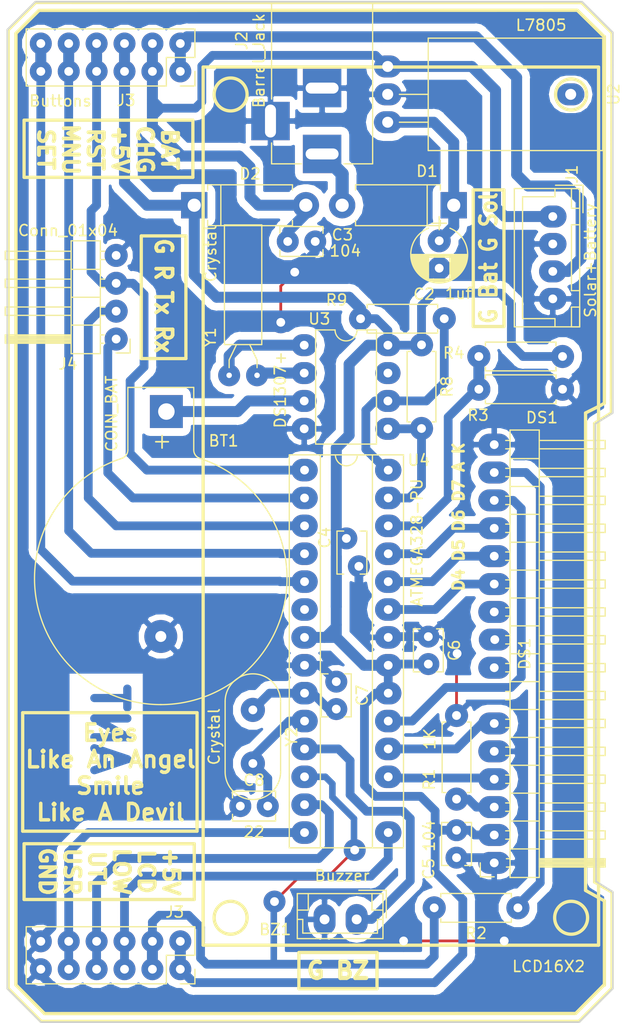
<source format=kicad_pcb>
(kicad_pcb (version 20171130) (host pcbnew "(5.0.2)-1")

  (general
    (thickness 1.6)
    (drawings 82)
    (tracks 308)
    (zones 0)
    (modules 27)
    (nets 38)
  )

  (page A4)
  (layers
    (0 F.Cu signal)
    (31 B.Cu signal)
    (32 B.Adhes user)
    (33 F.Adhes user)
    (34 B.Paste user)
    (35 F.Paste user)
    (36 B.SilkS user)
    (37 F.SilkS user)
    (38 B.Mask user)
    (39 F.Mask user)
    (40 Dwgs.User user)
    (41 Cmts.User user)
    (42 Eco1.User user)
    (43 Eco2.User user)
    (44 Edge.Cuts user)
    (45 Margin user)
    (46 B.CrtYd user)
    (47 F.CrtYd user)
    (48 B.Fab user)
    (49 F.Fab user)
  )

  (setup
    (last_trace_width 0.25)
    (user_trace_width 0.6)
    (user_trace_width 0.8)
    (user_trace_width 1)
    (user_trace_width 1.2)
    (trace_clearance 0.2)
    (zone_clearance 0.708)
    (zone_45_only yes)
    (trace_min 0.2)
    (segment_width 0.3)
    (edge_width 0.15)
    (via_size 0.8)
    (via_drill 0.4)
    (via_min_size 0.4)
    (via_min_drill 0.3)
    (user_via 2 0.8)
    (uvia_size 0.3)
    (uvia_drill 0.1)
    (uvias_allowed no)
    (uvia_min_size 0.2)
    (uvia_min_drill 0.1)
    (pcb_text_width 0.3)
    (pcb_text_size 1.5 1.5)
    (mod_edge_width 0.15)
    (mod_text_size 1 1)
    (mod_text_width 0.15)
    (pad_size 2.1 2.1)
    (pad_drill 0.8)
    (pad_to_mask_clearance 0.051)
    (solder_mask_min_width 0.25)
    (aux_axis_origin 0 0)
    (visible_elements 7FFFFFFF)
    (pcbplotparams
      (layerselection 0x010fc_ffffffff)
      (usegerberextensions false)
      (usegerberattributes false)
      (usegerberadvancedattributes false)
      (creategerberjobfile false)
      (excludeedgelayer true)
      (linewidth 0.100000)
      (plotframeref false)
      (viasonmask false)
      (mode 1)
      (useauxorigin false)
      (hpglpennumber 1)
      (hpglpenspeed 20)
      (hpglpendiameter 15.000000)
      (psnegative false)
      (psa4output false)
      (plotreference true)
      (plotvalue true)
      (plotinvisibletext false)
      (padsonsilk false)
      (subtractmaskfromsilk false)
      (outputformat 1)
      (mirror false)
      (drillshape 1)
      (scaleselection 1)
      (outputdirectory ""))
  )

  (net 0 "")
  (net 1 "Net-(BT1-Pad1)")
  (net 2 GND)
  (net 3 /BUZZER)
  (net 4 +12V)
  (net 5 +5V)
  (net 6 "Net-(C7-Pad2)")
  (net 7 "Net-(C8-Pad2)")
  (net 8 /CHARGING)
  (net 9 "Net-(DS1-Pad3)")
  (net 10 /RS)
  (net 11 /E)
  (net 12 "Net-(DS1-Pad8)")
  (net 13 "Net-(DS1-Pad10)")
  (net 14 /D4)
  (net 15 /D5)
  (net 16 /D6)
  (net 17 "Net-(DS1-Pad15)")
  (net 18 /MENU)
  (net 19 /RESET)
  (net 20 /SET)
  (net 21 /LCD_BACKLIGHT)
  (net 22 /USER)
  (net 23 /BAT_VOL)
  (net 24 /SDA)
  (net 25 /SCL)
  (net 26 "Net-(U3-Pad1)")
  (net 27 "Net-(U3-Pad2)")
  (net 28 "Net-(U3-Pad7)")
  (net 29 /BAT_LOW)
  (net 30 /UTILITY)
  (net 31 /D7)
  (net 32 "Net-(U4-Pad6)")
  (net 33 "Net-(D1-Pad2)")
  (net 34 "Net-(DS1-Pad9)")
  (net 35 /BATTERY_IN)
  (net 36 /RX)
  (net 37 /TX)

  (net_class Default "This is the default net class."
    (clearance 0.2)
    (trace_width 0.25)
    (via_dia 0.8)
    (via_drill 0.4)
    (uvia_dia 0.3)
    (uvia_drill 0.1)
    (add_net +12V)
    (add_net +5V)
    (add_net /BATTERY_IN)
    (add_net /BAT_LOW)
    (add_net /BAT_VOL)
    (add_net /BUZZER)
    (add_net /CHARGING)
    (add_net /D4)
    (add_net /D5)
    (add_net /D6)
    (add_net /D7)
    (add_net /E)
    (add_net /LCD_BACKLIGHT)
    (add_net /MENU)
    (add_net /RESET)
    (add_net /RS)
    (add_net /RX)
    (add_net /SCL)
    (add_net /SDA)
    (add_net /SET)
    (add_net /TX)
    (add_net /USER)
    (add_net /UTILITY)
    (add_net GND)
    (add_net "Net-(BT1-Pad1)")
    (add_net "Net-(C7-Pad2)")
    (add_net "Net-(C8-Pad2)")
    (add_net "Net-(D1-Pad2)")
    (add_net "Net-(DS1-Pad10)")
    (add_net "Net-(DS1-Pad15)")
    (add_net "Net-(DS1-Pad3)")
    (add_net "Net-(DS1-Pad8)")
    (add_net "Net-(DS1-Pad9)")
    (add_net "Net-(U3-Pad1)")
    (add_net "Net-(U3-Pad2)")
    (add_net "Net-(U3-Pad7)")
    (add_net "Net-(U4-Pad6)")
  )

  (module Crystals:Crystal_AT310_d3.0mm_l10.0mm_Horizontal (layer F.Cu) (tedit 5CB8ABC3) (tstamp 5CA6B20A)
    (at 104.267 56.134 180)
    (descr "Crystal THT AT310 10.0mm-10.5mm length 3.0mm diameter")
    (tags ['AT310'])
    (path /5C9DF46A)
    (fp_text reference Y1 (at 4.264 3.458 270) (layer F.SilkS)
      (effects (font (size 1 1) (thickness 0.15)))
    )
    (fp_text value Crystal (at 4.214 11.078 270) (layer F.SilkS)
      (effects (font (size 1 1) (thickness 0.15)))
    )
    (fp_text user %R (at 1.374 7.318 270) (layer F.Fab)
      (effects (font (size 0.8 0.8) (thickness 0.12)))
    )
    (fp_line (start -0.23 3) (end -0.23 13.5) (layer F.Fab) (width 0.1))
    (fp_line (start -0.23 13.5) (end 2.77 13.5) (layer F.Fab) (width 0.1))
    (fp_line (start 2.77 13.5) (end 2.77 3) (layer F.Fab) (width 0.1))
    (fp_line (start 2.77 3) (end -0.23 3) (layer F.Fab) (width 0.1))
    (fp_line (start 0.67 3) (end 0 1.5) (layer F.Fab) (width 0.1))
    (fp_line (start 0 1.5) (end 0 0) (layer F.Fab) (width 0.1))
    (fp_line (start 1.87 3) (end 2.54 1.5) (layer F.Fab) (width 0.1))
    (fp_line (start 2.54 1.5) (end 2.54 0) (layer F.Fab) (width 0.1))
    (fp_line (start -0.43 2.8) (end -0.43 13.7) (layer F.SilkS) (width 0.12))
    (fp_line (start -0.43 13.7) (end 2.97 13.7) (layer F.SilkS) (width 0.12))
    (fp_line (start 2.97 13.7) (end 2.97 2.8) (layer F.SilkS) (width 0.12))
    (fp_line (start 2.97 2.8) (end -0.43 2.8) (layer F.SilkS) (width 0.12))
    (fp_line (start 0.67 2.8) (end 0 1.4) (layer F.SilkS) (width 0.12))
    (fp_line (start 0 1.4) (end 0 0.7) (layer F.SilkS) (width 0.12))
    (fp_line (start 1.87 2.8) (end 2.54 1.4) (layer F.SilkS) (width 0.12))
    (fp_line (start 2.54 1.4) (end 2.54 0.7) (layer F.SilkS) (width 0.12))
    (fp_line (start -1 -0.8) (end -1 14.3) (layer F.CrtYd) (width 0.05))
    (fp_line (start -1 14.3) (end 3.6 14.3) (layer F.CrtYd) (width 0.05))
    (fp_line (start 3.6 14.3) (end 3.6 -0.8) (layer F.CrtYd) (width 0.05))
    (fp_line (start 3.6 -0.8) (end -1 -0.8) (layer F.CrtYd) (width 0.05))
    (pad 2 thru_hole circle (at 0 0 180) (size 2 2) (drill 0.5) (layers *.Cu *.Mask)
      (net 27 "Net-(U3-Pad2)"))
    (pad 1 thru_hole circle (at 2.54 0 180) (size 2 2) (drill 0.5) (layers *.Cu *.Mask)
      (net 26 "Net-(U3-Pad1)"))
    (model ${KISYS3DMOD}/Crystals.3dshapes/Crystal_AT310_d3.0mm_l10.0mm_Horizontal.wrl
      (offset (xyz 1.269999980926514 0 0))
      (scale (xyz 1 1 1))
      (rotate (xyz 0 0 0))
    )
  )

  (module Pin_Headers:Pin_Header_Angled_1x04_Pitch2.54mm (layer F.Cu) (tedit 5CC54D4A) (tstamp 5CC357EF)
    (at 91.44 52.832 180)
    (descr "Through hole angled pin header, 1x04, 2.54mm pitch, 6mm pin length, single row")
    (tags "Through hole angled pin header THT 1x04 2.54mm single row")
    (path /5CB90AAF)
    (fp_text reference J4 (at 4.385 -2.27 180) (layer F.SilkS)
      (effects (font (size 1 1) (thickness 0.15)))
    )
    (fp_text value Conn_01x04 (at 4.385 9.89 180) (layer F.SilkS)
      (effects (font (size 1 1) (thickness 0.15)))
    )
    (fp_line (start 2.135 -1.27) (end 4.04 -1.27) (layer F.Fab) (width 0.1))
    (fp_line (start 4.04 -1.27) (end 4.04 8.89) (layer F.Fab) (width 0.1))
    (fp_line (start 4.04 8.89) (end 1.5 8.89) (layer F.Fab) (width 0.1))
    (fp_line (start 1.5 8.89) (end 1.5 -0.635) (layer F.Fab) (width 0.1))
    (fp_line (start 1.5 -0.635) (end 2.135 -1.27) (layer F.Fab) (width 0.1))
    (fp_line (start -0.32 -0.32) (end 1.5 -0.32) (layer F.Fab) (width 0.1))
    (fp_line (start -0.32 -0.32) (end -0.32 0.32) (layer F.Fab) (width 0.1))
    (fp_line (start -0.32 0.32) (end 1.5 0.32) (layer F.Fab) (width 0.1))
    (fp_line (start 4.04 -0.32) (end 10.04 -0.32) (layer F.Fab) (width 0.1))
    (fp_line (start 10.04 -0.32) (end 10.04 0.32) (layer F.Fab) (width 0.1))
    (fp_line (start 4.04 0.32) (end 10.04 0.32) (layer F.Fab) (width 0.1))
    (fp_line (start -0.32 2.22) (end 1.5 2.22) (layer F.Fab) (width 0.1))
    (fp_line (start -0.32 2.22) (end -0.32 2.86) (layer F.Fab) (width 0.1))
    (fp_line (start -0.32 2.86) (end 1.5 2.86) (layer F.Fab) (width 0.1))
    (fp_line (start 4.04 2.22) (end 10.04 2.22) (layer F.Fab) (width 0.1))
    (fp_line (start 10.04 2.22) (end 10.04 2.86) (layer F.Fab) (width 0.1))
    (fp_line (start 4.04 2.86) (end 10.04 2.86) (layer F.Fab) (width 0.1))
    (fp_line (start -0.32 4.76) (end 1.5 4.76) (layer F.Fab) (width 0.1))
    (fp_line (start -0.32 4.76) (end -0.32 5.4) (layer F.Fab) (width 0.1))
    (fp_line (start -0.32 5.4) (end 1.5 5.4) (layer F.Fab) (width 0.1))
    (fp_line (start 4.04 4.76) (end 10.04 4.76) (layer F.Fab) (width 0.1))
    (fp_line (start 10.04 4.76) (end 10.04 5.4) (layer F.Fab) (width 0.1))
    (fp_line (start 4.04 5.4) (end 10.04 5.4) (layer F.Fab) (width 0.1))
    (fp_line (start -0.32 7.3) (end 1.5 7.3) (layer F.Fab) (width 0.1))
    (fp_line (start -0.32 7.3) (end -0.32 7.94) (layer F.Fab) (width 0.1))
    (fp_line (start -0.32 7.94) (end 1.5 7.94) (layer F.Fab) (width 0.1))
    (fp_line (start 4.04 7.3) (end 10.04 7.3) (layer F.Fab) (width 0.1))
    (fp_line (start 10.04 7.3) (end 10.04 7.94) (layer F.Fab) (width 0.1))
    (fp_line (start 4.04 7.94) (end 10.04 7.94) (layer F.Fab) (width 0.1))
    (fp_line (start 1.44 -1.33) (end 1.44 8.95) (layer F.SilkS) (width 0.12))
    (fp_line (start 1.44 8.95) (end 4.1 8.95) (layer F.SilkS) (width 0.12))
    (fp_line (start 4.1 8.95) (end 4.1 -1.33) (layer F.SilkS) (width 0.12))
    (fp_line (start 4.1 -1.33) (end 1.44 -1.33) (layer F.SilkS) (width 0.12))
    (fp_line (start 4.1 -0.38) (end 10.1 -0.38) (layer F.SilkS) (width 0.12))
    (fp_line (start 10.1 -0.38) (end 10.1 0.38) (layer F.SilkS) (width 0.12))
    (fp_line (start 10.1 0.38) (end 4.1 0.38) (layer F.SilkS) (width 0.12))
    (fp_line (start 4.1 -0.32) (end 10.1 -0.32) (layer F.SilkS) (width 0.12))
    (fp_line (start 4.1 -0.2) (end 10.1 -0.2) (layer F.SilkS) (width 0.12))
    (fp_line (start 4.1 -0.08) (end 10.1 -0.08) (layer F.SilkS) (width 0.12))
    (fp_line (start 4.1 0.04) (end 10.1 0.04) (layer F.SilkS) (width 0.12))
    (fp_line (start 4.1 0.16) (end 10.1 0.16) (layer F.SilkS) (width 0.12))
    (fp_line (start 4.1 0.28) (end 10.1 0.28) (layer F.SilkS) (width 0.12))
    (fp_line (start 1.11 -0.38) (end 1.44 -0.38) (layer F.SilkS) (width 0.12))
    (fp_line (start 1.11 0.38) (end 1.44 0.38) (layer F.SilkS) (width 0.12))
    (fp_line (start 1.44 1.27) (end 4.1 1.27) (layer F.SilkS) (width 0.12))
    (fp_line (start 4.1 2.16) (end 10.1 2.16) (layer F.SilkS) (width 0.12))
    (fp_line (start 10.1 2.16) (end 10.1 2.92) (layer F.SilkS) (width 0.12))
    (fp_line (start 10.1 2.92) (end 4.1 2.92) (layer F.SilkS) (width 0.12))
    (fp_line (start 1.042929 2.16) (end 1.44 2.16) (layer F.SilkS) (width 0.12))
    (fp_line (start 1.042929 2.92) (end 1.44 2.92) (layer F.SilkS) (width 0.12))
    (fp_line (start 1.44 3.81) (end 4.1 3.81) (layer F.SilkS) (width 0.12))
    (fp_line (start 4.1 4.7) (end 10.1 4.7) (layer F.SilkS) (width 0.12))
    (fp_line (start 10.1 4.7) (end 10.1 5.46) (layer F.SilkS) (width 0.12))
    (fp_line (start 10.1 5.46) (end 4.1 5.46) (layer F.SilkS) (width 0.12))
    (fp_line (start 1.042929 4.7) (end 1.44 4.7) (layer F.SilkS) (width 0.12))
    (fp_line (start 1.042929 5.46) (end 1.44 5.46) (layer F.SilkS) (width 0.12))
    (fp_line (start 1.44 6.35) (end 4.1 6.35) (layer F.SilkS) (width 0.12))
    (fp_line (start 4.1 7.24) (end 10.1 7.24) (layer F.SilkS) (width 0.12))
    (fp_line (start 10.1 7.24) (end 10.1 8) (layer F.SilkS) (width 0.12))
    (fp_line (start 10.1 8) (end 4.1 8) (layer F.SilkS) (width 0.12))
    (fp_line (start 1.042929 7.24) (end 1.44 7.24) (layer F.SilkS) (width 0.12))
    (fp_line (start 1.042929 8) (end 1.44 8) (layer F.SilkS) (width 0.12))
    (fp_line (start -1.27 0) (end -1.27 -1.27) (layer F.SilkS) (width 0.12))
    (fp_line (start -1.27 -1.27) (end 0 -1.27) (layer F.SilkS) (width 0.12))
    (fp_line (start -1.8 -1.8) (end -1.8 9.4) (layer F.CrtYd) (width 0.05))
    (fp_line (start -1.8 9.4) (end 10.55 9.4) (layer F.CrtYd) (width 0.05))
    (fp_line (start 10.55 9.4) (end 10.55 -1.8) (layer F.CrtYd) (width 0.05))
    (fp_line (start 10.55 -1.8) (end -1.8 -1.8) (layer F.CrtYd) (width 0.05))
    (fp_text user %R (at 2.77 3.81 270) (layer F.Fab)
      (effects (font (size 1 1) (thickness 0.15)))
    )
    (pad 1 thru_hole circle (at 0 0 180) (size 2.1 2.1) (drill 0.8) (layers *.Cu *.Mask)
      (net 36 /RX))
    (pad 2 thru_hole circle (at 0 2.54 180) (size 2.1 2.1) (drill 0.8) (layers *.Cu *.Mask)
      (net 37 /TX))
    (pad 3 thru_hole circle (at 0 5.08 180) (size 2.1 2.1) (drill 0.8) (layers *.Cu *.Mask)
      (net 19 /RESET))
    (pad 4 thru_hole circle (at 0 7.62 180) (size 2.1 2.1) (drill 0.8) (layers *.Cu *.Mask)
      (net 2 GND))
    (model ${KISYS3DMOD}/Pin_Headers.3dshapes/Pin_Header_Angled_1x04_Pitch2.54mm.wrl
      (at (xyz 0 0 0))
      (scale (xyz 1 1 1))
      (rotate (xyz 0 0 0))
    )
  )

  (module Battery_Holders:Keystone_103_1x20mm-CoinCell (layer F.Cu) (tedit 5CB8ABB7) (tstamp 5CB4C03A)
    (at 95.504 59.436 270)
    (descr http://www.keyelco.com/product-pdf.cfm?p=719)
    (tags "Keystone type 103 battery holder")
    (path /5C9E12E1)
    (fp_text reference BT1 (at 2.667 -5.715) (layer F.SilkS)
      (effects (font (size 1 1) (thickness 0.15)))
    )
    (fp_text value COIN_BAT (at 0.2 4.48 90) (layer F.SilkS)
      (effects (font (size 1 1) (thickness 0.15)))
    )
    (fp_text user + (at 2.75 0 270) (layer F.SilkS)
      (effects (font (size 1.5 1.5) (thickness 0.15)))
    )
    (fp_arc (start 15.2 0) (end 4.015 3.6) (angle -162.5) (layer F.CrtYd) (width 0.05))
    (fp_arc (start 15.2 0) (end 4.015 -3.6) (angle 162.5) (layer F.CrtYd) (width 0.05))
    (fp_arc (start 3.5 3.8) (end 3.5 3.25) (angle 70) (layer F.CrtYd) (width 0.05))
    (fp_arc (start 3.5 -3.8) (end 3.5 -3.25) (angle -70) (layer F.CrtYd) (width 0.05))
    (fp_arc (start 15.2 0) (end 4.25 3.5) (angle -162.5) (layer F.SilkS) (width 0.12))
    (fp_arc (start 3.5 3.8) (end 3.5 3) (angle 70) (layer F.SilkS) (width 0.12))
    (fp_arc (start 15.2 0) (end 4.25 -3.5) (angle 162.5) (layer F.SilkS) (width 0.12))
    (fp_arc (start 3.5 -3.8) (end 3.5 -3) (angle -70) (layer F.SilkS) (width 0.12))
    (fp_arc (start 3.5 3.8) (end 3.5 2.9) (angle 70) (layer F.Fab) (width 0.1))
    (fp_arc (start 15.2 0) (end 4.35 3.5) (angle -162.5) (layer F.Fab) (width 0.1))
    (fp_arc (start 15.2 0) (end 4.35 -3.5) (angle 162.5) (layer F.Fab) (width 0.1))
    (fp_arc (start 15.2 0) (end 5.2 1.3) (angle -180) (layer F.Fab) (width 0.1))
    (fp_line (start -2.45 -3.25) (end 3.5 -3.25) (layer F.CrtYd) (width 0.05))
    (fp_line (start -2.45 3.25) (end 3.5 3.25) (layer F.CrtYd) (width 0.05))
    (fp_line (start -2.45 3.25) (end -2.45 -3.25) (layer F.CrtYd) (width 0.05))
    (fp_line (start -2.2 -3) (end 3.5 -3) (layer F.SilkS) (width 0.12))
    (fp_line (start -2.2 3) (end -2.2 -3) (layer F.SilkS) (width 0.12))
    (fp_line (start -2.2 3) (end 3.5 3) (layer F.SilkS) (width 0.12))
    (fp_arc (start 15.2 0) (end 9 1.3) (angle -170) (layer F.Fab) (width 0.1))
    (fp_arc (start 15.2 0) (end 13.3 1.3) (angle -150) (layer F.Fab) (width 0.1))
    (fp_line (start 23.5712 7.7216) (end 22.6568 6.8834) (layer F.Fab) (width 0.1))
    (fp_line (start 23.5712 -7.7216) (end 22.6314 -6.858) (layer F.Fab) (width 0.1))
    (fp_arc (start 15.2 0) (end 13.3 -1.3) (angle 150) (layer F.Fab) (width 0.1))
    (fp_arc (start 15.2 0) (end 9 -1.3) (angle 170) (layer F.Fab) (width 0.1))
    (fp_arc (start 15.2 0) (end 5.2 -1.3) (angle 180) (layer F.Fab) (width 0.1))
    (fp_line (start 3.5306 -2.9) (end -1.7 -2.9) (layer F.Fab) (width 0.1))
    (fp_line (start -1.7 2.9) (end 3.5306 2.9) (layer F.Fab) (width 0.1))
    (fp_line (start -2.1 -2.5) (end -2.1 2.5) (layer F.Fab) (width 0.1))
    (fp_line (start 0 1.3) (end 16.2 1.3) (layer F.Fab) (width 0.1))
    (fp_line (start 16.2 -1.3) (end 0 -1.3) (layer F.Fab) (width 0.1))
    (fp_arc (start 3.5 -3.8) (end 3.5 -2.9) (angle -70) (layer F.Fab) (width 0.1))
    (fp_arc (start 16.2 0) (end 16.2 -1.3) (angle 180) (layer F.Fab) (width 0.1))
    (fp_line (start 0 -1.3) (end 0 1.3) (layer F.Fab) (width 0.1))
    (fp_arc (start -1.7 2.5) (end -2.1 2.5) (angle -90) (layer F.Fab) (width 0.1))
    (fp_arc (start -1.7 -2.5) (end -2.1 -2.5) (angle 90) (layer F.Fab) (width 0.1))
    (pad 2 thru_hole circle (at 20.49 0 270) (size 3 3) (drill 1) (layers *.Cu *.Mask)
      (net 2 GND))
    (pad 1 thru_hole rect (at 0 -0.508 270) (size 3 3) (drill 1.5) (layers *.Cu *.Mask)
      (net 1 "Net-(BT1-Pad1)"))
    (model Battery_Holders.3dshapes/Keystone_103_1x20mm-CoinCell.wrl
      (offset (xyz 15.23999977111816 0 0))
      (scale (xyz 1 1 1))
      (rotate (xyz 0 0 180))
    )
  )

  (module modFiles:Capacitor_Disc_Small (layer F.Cu) (tedit 5CB8A190) (tstamp 5CA6AEA6)
    (at 112.903 73.533 90)
    (descr "C, Disc series, Radial, pin pitch=2.50mm, , diameter*width=3.8*2.6mm^2, Capacitor, http://www.vishay.com/docs/45233/krseries.pdf")
    (tags "C Disc series Radial pin pitch 2.50mm  diameter 3.8mm width 2.6mm Capacitor")
    (path /5C9F33B6)
    (fp_text reference C4 (at 2.6 -2.47 90) (layer F.SilkS)
      (effects (font (size 1 1) (thickness 0.15)))
    )
    (fp_text value 104 (at -2.667 -0.127 90) (layer F.Fab)
      (effects (font (size 1 1) (thickness 0.15)))
    )
    (fp_line (start -0.65 -1.3) (end -0.65 1.3) (layer F.Fab) (width 0.1))
    (fp_line (start -0.65 1.3) (end 3.15 1.3) (layer F.Fab) (width 0.1))
    (fp_line (start 3.15 1.3) (end 3.15 -1.3) (layer F.Fab) (width 0.1))
    (fp_line (start 3.15 -1.3) (end -0.65 -1.3) (layer F.Fab) (width 0.1))
    (fp_line (start -0.71 -1.36) (end 3.21 -1.36) (layer F.SilkS) (width 0.12))
    (fp_line (start -0.71 1.36) (end 3.21 1.36) (layer F.SilkS) (width 0.12))
    (fp_line (start -0.71 -1.36) (end -0.71 -0.75) (layer F.SilkS) (width 0.12))
    (fp_line (start -0.71 0.75) (end -0.71 1.36) (layer F.SilkS) (width 0.12))
    (fp_line (start 3.21 -1.36) (end 3.21 -0.75) (layer F.SilkS) (width 0.12))
    (fp_line (start 3.21 0.75) (end 3.21 1.36) (layer F.SilkS) (width 0.12))
    (fp_line (start -1.05 -1.65) (end -1.05 1.65) (layer F.CrtYd) (width 0.05))
    (fp_line (start -1.05 1.65) (end 3.55 1.65) (layer F.CrtYd) (width 0.05))
    (fp_line (start 3.55 1.65) (end 3.55 -1.65) (layer F.CrtYd) (width 0.05))
    (fp_line (start 3.55 -1.65) (end -1.05 -1.65) (layer F.CrtYd) (width 0.05))
    (pad 1 thru_hole circle (at 0 0.635 90) (size 2 2) (drill 0.8) (layers *.Cu *.Mask)
      (net 2 GND))
    (pad 2 thru_hole circle (at 2.54 -0.508 90) (size 2 2) (drill 0.8) (layers *.Cu *.Mask)
      (net 5 +5V))
    (model _3D/Used/C_Disc_D3.8mm_W2.6mm_P2.50mm.wrl
      (at (xyz 0 0 0))
      (scale (xyz 0.393701 0.393701 0.393701))
      (rotate (xyz 0 0 0))
    )
  )

  (module Pin_Headers:Pin_Header_Angled_1x16_Pitch2.54mm (layer F.Cu) (tedit 5CB8AAFB) (tstamp 5CA6B00C)
    (at 122.86 62.05 270)
    (descr "Through hole angled pin header, 1x16, 2.54mm pitch, 6mm pin length, single row")
    (tags "Through hole angled pin header THT 1x16 2.54mm single row")
    (path /5C9E537C)
    (fp_text reference DS1 (at -2.06 -7.34) (layer F.SilkS)
      (effects (font (size 1 1) (thickness 0.15)))
    )
    (fp_text value LCD16X2 (at 47.932 -7.95) (layer F.SilkS)
      (effects (font (size 1 1) (thickness 0.15)))
    )
    (fp_line (start 39.77 -5.135) (end 39.77 -7.04) (layer F.Fab) (width 0.1))
    (fp_line (start 39.77 -7.04) (end -0.87 -7.04) (layer F.Fab) (width 0.1))
    (fp_line (start -0.87 -7.04) (end -0.87 -4.5) (layer F.Fab) (width 0.1))
    (fp_line (start -0.87 -4.5) (end 39.135 -4.5) (layer F.Fab) (width 0.1))
    (fp_line (start 39.135 -4.5) (end 39.77 -5.135) (layer F.Fab) (width 0.1))
    (fp_line (start 38.82 -2.68) (end 38.82 -4.5) (layer F.Fab) (width 0.1))
    (fp_line (start 38.82 -2.68) (end 38.18 -2.68) (layer F.Fab) (width 0.1))
    (fp_line (start 38.18 -2.68) (end 38.18 -4.5) (layer F.Fab) (width 0.1))
    (fp_line (start 38.82 -7.04) (end 38.82 -13.04) (layer F.Fab) (width 0.1))
    (fp_line (start 38.82 -13.04) (end 38.18 -13.04) (layer F.Fab) (width 0.1))
    (fp_line (start 38.18 -7.04) (end 38.18 -13.04) (layer F.Fab) (width 0.1))
    (fp_line (start 36.28 -2.68) (end 36.28 -4.5) (layer F.Fab) (width 0.1))
    (fp_line (start 36.28 -2.68) (end 35.64 -2.68) (layer F.Fab) (width 0.1))
    (fp_line (start 35.64 -2.68) (end 35.64 -4.5) (layer F.Fab) (width 0.1))
    (fp_line (start 36.28 -7.04) (end 36.28 -13.04) (layer F.Fab) (width 0.1))
    (fp_line (start 36.28 -13.04) (end 35.64 -13.04) (layer F.Fab) (width 0.1))
    (fp_line (start 35.64 -7.04) (end 35.64 -13.04) (layer F.Fab) (width 0.1))
    (fp_line (start 33.74 -2.68) (end 33.74 -4.5) (layer F.Fab) (width 0.1))
    (fp_line (start 33.74 -2.68) (end 33.1 -2.68) (layer F.Fab) (width 0.1))
    (fp_line (start 33.1 -2.68) (end 33.1 -4.5) (layer F.Fab) (width 0.1))
    (fp_line (start 33.74 -7.04) (end 33.74 -13.04) (layer F.Fab) (width 0.1))
    (fp_line (start 33.74 -13.04) (end 33.1 -13.04) (layer F.Fab) (width 0.1))
    (fp_line (start 33.1 -7.04) (end 33.1 -13.04) (layer F.Fab) (width 0.1))
    (fp_line (start 31.2 -2.68) (end 31.2 -4.5) (layer F.Fab) (width 0.1))
    (fp_line (start 31.2 -2.68) (end 30.56 -2.68) (layer F.Fab) (width 0.1))
    (fp_line (start 30.56 -2.68) (end 30.56 -4.5) (layer F.Fab) (width 0.1))
    (fp_line (start 31.2 -7.04) (end 31.2 -13.04) (layer F.Fab) (width 0.1))
    (fp_line (start 31.2 -13.04) (end 30.56 -13.04) (layer F.Fab) (width 0.1))
    (fp_line (start 30.56 -7.04) (end 30.56 -13.04) (layer F.Fab) (width 0.1))
    (fp_line (start 28.66 -2.68) (end 28.66 -4.5) (layer F.Fab) (width 0.1))
    (fp_line (start 28.66 -2.68) (end 28.02 -2.68) (layer F.Fab) (width 0.1))
    (fp_line (start 28.02 -2.68) (end 28.02 -4.5) (layer F.Fab) (width 0.1))
    (fp_line (start 28.66 -7.04) (end 28.66 -13.04) (layer F.Fab) (width 0.1))
    (fp_line (start 28.66 -13.04) (end 28.02 -13.04) (layer F.Fab) (width 0.1))
    (fp_line (start 28.02 -7.04) (end 28.02 -13.04) (layer F.Fab) (width 0.1))
    (fp_line (start 26.12 -2.68) (end 26.12 -4.5) (layer F.Fab) (width 0.1))
    (fp_line (start 26.12 -2.68) (end 25.48 -2.68) (layer F.Fab) (width 0.1))
    (fp_line (start 25.48 -2.68) (end 25.48 -4.5) (layer F.Fab) (width 0.1))
    (fp_line (start 26.12 -7.04) (end 26.12 -13.04) (layer F.Fab) (width 0.1))
    (fp_line (start 26.12 -13.04) (end 25.48 -13.04) (layer F.Fab) (width 0.1))
    (fp_line (start 25.48 -7.04) (end 25.48 -13.04) (layer F.Fab) (width 0.1))
    (fp_line (start 23.58 -2.68) (end 23.58 -4.5) (layer F.Fab) (width 0.1))
    (fp_line (start 23.58 -2.68) (end 22.94 -2.68) (layer F.Fab) (width 0.1))
    (fp_line (start 22.94 -2.68) (end 22.94 -4.5) (layer F.Fab) (width 0.1))
    (fp_line (start 23.58 -7.04) (end 23.58 -13.04) (layer F.Fab) (width 0.1))
    (fp_line (start 23.58 -13.04) (end 22.94 -13.04) (layer F.Fab) (width 0.1))
    (fp_line (start 22.94 -7.04) (end 22.94 -13.04) (layer F.Fab) (width 0.1))
    (fp_line (start 21.04 -2.68) (end 21.04 -4.5) (layer F.Fab) (width 0.1))
    (fp_line (start 21.04 -2.68) (end 20.4 -2.68) (layer F.Fab) (width 0.1))
    (fp_line (start 20.4 -2.68) (end 20.4 -4.5) (layer F.Fab) (width 0.1))
    (fp_line (start 21.04 -7.04) (end 21.04 -13.04) (layer F.Fab) (width 0.1))
    (fp_line (start 21.04 -13.04) (end 20.4 -13.04) (layer F.Fab) (width 0.1))
    (fp_line (start 20.4 -7.04) (end 20.4 -13.04) (layer F.Fab) (width 0.1))
    (fp_line (start 18.5 -2.68) (end 18.5 -4.5) (layer F.Fab) (width 0.1))
    (fp_line (start 18.5 -2.68) (end 17.86 -2.68) (layer F.Fab) (width 0.1))
    (fp_line (start 17.86 -2.68) (end 17.86 -4.5) (layer F.Fab) (width 0.1))
    (fp_line (start 18.5 -7.04) (end 18.5 -13.04) (layer F.Fab) (width 0.1))
    (fp_line (start 18.5 -13.04) (end 17.86 -13.04) (layer F.Fab) (width 0.1))
    (fp_line (start 17.86 -7.04) (end 17.86 -13.04) (layer F.Fab) (width 0.1))
    (fp_line (start 15.96 -2.68) (end 15.96 -4.5) (layer F.Fab) (width 0.1))
    (fp_line (start 15.96 -2.68) (end 15.32 -2.68) (layer F.Fab) (width 0.1))
    (fp_line (start 15.32 -2.68) (end 15.32 -4.5) (layer F.Fab) (width 0.1))
    (fp_line (start 15.96 -7.04) (end 15.96 -13.04) (layer F.Fab) (width 0.1))
    (fp_line (start 15.96 -13.04) (end 15.32 -13.04) (layer F.Fab) (width 0.1))
    (fp_line (start 15.32 -7.04) (end 15.32 -13.04) (layer F.Fab) (width 0.1))
    (fp_line (start 13.42 -2.68) (end 13.42 -4.5) (layer F.Fab) (width 0.1))
    (fp_line (start 13.42 -2.68) (end 12.78 -2.68) (layer F.Fab) (width 0.1))
    (fp_line (start 12.78 -2.68) (end 12.78 -4.5) (layer F.Fab) (width 0.1))
    (fp_line (start 13.42 -7.04) (end 13.42 -13.04) (layer F.Fab) (width 0.1))
    (fp_line (start 13.42 -13.04) (end 12.78 -13.04) (layer F.Fab) (width 0.1))
    (fp_line (start 12.78 -7.04) (end 12.78 -13.04) (layer F.Fab) (width 0.1))
    (fp_line (start 10.88 -2.68) (end 10.88 -4.5) (layer F.Fab) (width 0.1))
    (fp_line (start 10.88 -2.68) (end 10.24 -2.68) (layer F.Fab) (width 0.1))
    (fp_line (start 10.24 -2.68) (end 10.24 -4.5) (layer F.Fab) (width 0.1))
    (fp_line (start 10.88 -7.04) (end 10.88 -13.04) (layer F.Fab) (width 0.1))
    (fp_line (start 10.88 -13.04) (end 10.24 -13.04) (layer F.Fab) (width 0.1))
    (fp_line (start 10.24 -7.04) (end 10.24 -13.04) (layer F.Fab) (width 0.1))
    (fp_line (start 8.34 -2.68) (end 8.34 -4.5) (layer F.Fab) (width 0.1))
    (fp_line (start 8.34 -2.68) (end 7.7 -2.68) (layer F.Fab) (width 0.1))
    (fp_line (start 7.7 -2.68) (end 7.7 -4.5) (layer F.Fab) (width 0.1))
    (fp_line (start 8.34 -7.04) (end 8.34 -13.04) (layer F.Fab) (width 0.1))
    (fp_line (start 8.34 -13.04) (end 7.7 -13.04) (layer F.Fab) (width 0.1))
    (fp_line (start 7.7 -7.04) (end 7.7 -13.04) (layer F.Fab) (width 0.1))
    (fp_line (start 5.8 -2.68) (end 5.8 -4.5) (layer F.Fab) (width 0.1))
    (fp_line (start 5.8 -2.68) (end 5.16 -2.68) (layer F.Fab) (width 0.1))
    (fp_line (start 5.16 -2.68) (end 5.16 -4.5) (layer F.Fab) (width 0.1))
    (fp_line (start 5.8 -7.04) (end 5.8 -13.04) (layer F.Fab) (width 0.1))
    (fp_line (start 5.8 -13.04) (end 5.16 -13.04) (layer F.Fab) (width 0.1))
    (fp_line (start 5.16 -7.04) (end 5.16 -13.04) (layer F.Fab) (width 0.1))
    (fp_line (start 3.26 -2.68) (end 3.26 -4.5) (layer F.Fab) (width 0.1))
    (fp_line (start 3.26 -2.68) (end 2.62 -2.68) (layer F.Fab) (width 0.1))
    (fp_line (start 2.62 -2.68) (end 2.62 -4.5) (layer F.Fab) (width 0.1))
    (fp_line (start 3.26 -7.04) (end 3.26 -13.04) (layer F.Fab) (width 0.1))
    (fp_line (start 3.26 -13.04) (end 2.62 -13.04) (layer F.Fab) (width 0.1))
    (fp_line (start 2.62 -7.04) (end 2.62 -13.04) (layer F.Fab) (width 0.1))
    (fp_line (start 0.72 -2.68) (end 0.72 -4.5) (layer F.Fab) (width 0.1))
    (fp_line (start 0.72 -2.68) (end 0.08 -2.68) (layer F.Fab) (width 0.1))
    (fp_line (start 0.08 -2.68) (end 0.08 -4.5) (layer F.Fab) (width 0.1))
    (fp_line (start 0.72 -7.04) (end 0.72 -13.04) (layer F.Fab) (width 0.1))
    (fp_line (start 0.72 -13.04) (end 0.08 -13.04) (layer F.Fab) (width 0.1))
    (fp_line (start 0.08 -7.04) (end 0.08 -13.04) (layer F.Fab) (width 0.1))
    (fp_line (start 39.83 -4.44) (end -0.93 -4.44) (layer F.SilkS) (width 0.12))
    (fp_line (start -0.93 -4.44) (end -0.93 -7.1) (layer F.SilkS) (width 0.12))
    (fp_line (start -0.93 -7.1) (end 39.83 -7.1) (layer F.SilkS) (width 0.12))
    (fp_line (start 39.83 -7.1) (end 39.83 -4.44) (layer F.SilkS) (width 0.12))
    (fp_line (start 38.88 -7.1) (end 38.88 -13.1) (layer F.SilkS) (width 0.12))
    (fp_line (start 38.88 -13.1) (end 38.12 -13.1) (layer F.SilkS) (width 0.12))
    (fp_line (start 38.12 -13.1) (end 38.12 -7.1) (layer F.SilkS) (width 0.12))
    (fp_line (start 38.82 -7.1) (end 38.82 -13.1) (layer F.SilkS) (width 0.12))
    (fp_line (start 38.7 -7.1) (end 38.7 -13.1) (layer F.SilkS) (width 0.12))
    (fp_line (start 38.58 -7.1) (end 38.58 -13.1) (layer F.SilkS) (width 0.12))
    (fp_line (start 38.46 -7.1) (end 38.46 -13.1) (layer F.SilkS) (width 0.12))
    (fp_line (start 38.34 -7.1) (end 38.34 -13.1) (layer F.SilkS) (width 0.12))
    (fp_line (start 38.22 -7.1) (end 38.22 -13.1) (layer F.SilkS) (width 0.12))
    (fp_line (start 38.88 -4.11) (end 38.88 -4.44) (layer F.SilkS) (width 0.12))
    (fp_line (start 38.12 -4.11) (end 38.12 -4.44) (layer F.SilkS) (width 0.12))
    (fp_line (start 37.23 -4.44) (end 37.23 -7.1) (layer F.SilkS) (width 0.12))
    (fp_line (start 36.34 -7.1) (end 36.34 -13.1) (layer F.SilkS) (width 0.12))
    (fp_line (start 36.34 -13.1) (end 35.58 -13.1) (layer F.SilkS) (width 0.12))
    (fp_line (start 35.58 -13.1) (end 35.58 -7.1) (layer F.SilkS) (width 0.12))
    (fp_line (start 36.34 -4.042929) (end 36.34 -4.44) (layer F.SilkS) (width 0.12))
    (fp_line (start 35.58 -4.042929) (end 35.58 -4.44) (layer F.SilkS) (width 0.12))
    (fp_line (start 34.69 -4.44) (end 34.69 -7.1) (layer F.SilkS) (width 0.12))
    (fp_line (start 33.8 -7.1) (end 33.8 -13.1) (layer F.SilkS) (width 0.12))
    (fp_line (start 33.8 -13.1) (end 33.04 -13.1) (layer F.SilkS) (width 0.12))
    (fp_line (start 33.04 -13.1) (end 33.04 -7.1) (layer F.SilkS) (width 0.12))
    (fp_line (start 33.8 -4.042929) (end 33.8 -4.44) (layer F.SilkS) (width 0.12))
    (fp_line (start 33.04 -4.042929) (end 33.04 -4.44) (layer F.SilkS) (width 0.12))
    (fp_line (start 32.15 -4.44) (end 32.15 -7.1) (layer F.SilkS) (width 0.12))
    (fp_line (start 31.26 -7.1) (end 31.26 -13.1) (layer F.SilkS) (width 0.12))
    (fp_line (start 31.26 -13.1) (end 30.5 -13.1) (layer F.SilkS) (width 0.12))
    (fp_line (start 30.5 -13.1) (end 30.5 -7.1) (layer F.SilkS) (width 0.12))
    (fp_line (start 31.26 -4.042929) (end 31.26 -4.44) (layer F.SilkS) (width 0.12))
    (fp_line (start 30.5 -4.042929) (end 30.5 -4.44) (layer F.SilkS) (width 0.12))
    (fp_line (start 29.61 -4.44) (end 29.61 -7.1) (layer F.SilkS) (width 0.12))
    (fp_line (start 28.72 -7.1) (end 28.72 -13.1) (layer F.SilkS) (width 0.12))
    (fp_line (start 28.72 -13.1) (end 27.96 -13.1) (layer F.SilkS) (width 0.12))
    (fp_line (start 27.96 -13.1) (end 27.96 -7.1) (layer F.SilkS) (width 0.12))
    (fp_line (start 28.72 -4.042929) (end 28.72 -4.44) (layer F.SilkS) (width 0.12))
    (fp_line (start 27.96 -4.042929) (end 27.96 -4.44) (layer F.SilkS) (width 0.12))
    (fp_line (start 27.07 -4.44) (end 27.07 -7.1) (layer F.SilkS) (width 0.12))
    (fp_line (start 26.18 -7.1) (end 26.18 -13.1) (layer F.SilkS) (width 0.12))
    (fp_line (start 26.18 -13.1) (end 25.42 -13.1) (layer F.SilkS) (width 0.12))
    (fp_line (start 25.42 -13.1) (end 25.42 -7.1) (layer F.SilkS) (width 0.12))
    (fp_line (start 26.18 -4.042929) (end 26.18 -4.44) (layer F.SilkS) (width 0.12))
    (fp_line (start 25.42 -4.042929) (end 25.42 -4.44) (layer F.SilkS) (width 0.12))
    (fp_line (start 24.53 -4.44) (end 24.53 -7.1) (layer F.SilkS) (width 0.12))
    (fp_line (start 23.64 -7.1) (end 23.64 -13.1) (layer F.SilkS) (width 0.12))
    (fp_line (start 23.64 -13.1) (end 22.88 -13.1) (layer F.SilkS) (width 0.12))
    (fp_line (start 22.88 -13.1) (end 22.88 -7.1) (layer F.SilkS) (width 0.12))
    (fp_line (start 23.64 -4.042929) (end 23.64 -4.44) (layer F.SilkS) (width 0.12))
    (fp_line (start 22.88 -4.042929) (end 22.88 -4.44) (layer F.SilkS) (width 0.12))
    (fp_line (start 21.99 -4.44) (end 21.99 -7.1) (layer F.SilkS) (width 0.12))
    (fp_line (start 21.1 -7.1) (end 21.1 -13.1) (layer F.SilkS) (width 0.12))
    (fp_line (start 21.1 -13.1) (end 20.34 -13.1) (layer F.SilkS) (width 0.12))
    (fp_line (start 20.34 -13.1) (end 20.34 -7.1) (layer F.SilkS) (width 0.12))
    (fp_line (start 21.1 -4.042929) (end 21.1 -4.44) (layer F.SilkS) (width 0.12))
    (fp_line (start 20.34 -4.042929) (end 20.34 -4.44) (layer F.SilkS) (width 0.12))
    (fp_line (start 19.45 -4.44) (end 19.45 -7.1) (layer F.SilkS) (width 0.12))
    (fp_line (start 18.56 -7.1) (end 18.56 -13.1) (layer F.SilkS) (width 0.12))
    (fp_line (start 18.56 -13.1) (end 17.8 -13.1) (layer F.SilkS) (width 0.12))
    (fp_line (start 17.8 -13.1) (end 17.8 -7.1) (layer F.SilkS) (width 0.12))
    (fp_line (start 18.56 -4.042929) (end 18.56 -4.44) (layer F.SilkS) (width 0.12))
    (fp_line (start 17.8 -4.042929) (end 17.8 -4.44) (layer F.SilkS) (width 0.12))
    (fp_line (start 16.91 -4.44) (end 16.91 -7.1) (layer F.SilkS) (width 0.12))
    (fp_line (start 16.02 -7.1) (end 16.02 -13.1) (layer F.SilkS) (width 0.12))
    (fp_line (start 16.02 -13.1) (end 15.26 -13.1) (layer F.SilkS) (width 0.12))
    (fp_line (start 15.26 -13.1) (end 15.26 -7.1) (layer F.SilkS) (width 0.12))
    (fp_line (start 16.02 -4.042929) (end 16.02 -4.44) (layer F.SilkS) (width 0.12))
    (fp_line (start 15.26 -4.042929) (end 15.26 -4.44) (layer F.SilkS) (width 0.12))
    (fp_line (start 14.37 -4.44) (end 14.37 -7.1) (layer F.SilkS) (width 0.12))
    (fp_line (start 13.48 -7.1) (end 13.48 -13.1) (layer F.SilkS) (width 0.12))
    (fp_line (start 13.48 -13.1) (end 12.72 -13.1) (layer F.SilkS) (width 0.12))
    (fp_line (start 12.72 -13.1) (end 12.72 -7.1) (layer F.SilkS) (width 0.12))
    (fp_line (start 13.48 -4.042929) (end 13.48 -4.44) (layer F.SilkS) (width 0.12))
    (fp_line (start 12.72 -4.042929) (end 12.72 -4.44) (layer F.SilkS) (width 0.12))
    (fp_line (start 11.83 -4.44) (end 11.83 -7.1) (layer F.SilkS) (width 0.12))
    (fp_line (start 10.94 -7.1) (end 10.94 -13.1) (layer F.SilkS) (width 0.12))
    (fp_line (start 10.94 -13.1) (end 10.18 -13.1) (layer F.SilkS) (width 0.12))
    (fp_line (start 10.18 -13.1) (end 10.18 -7.1) (layer F.SilkS) (width 0.12))
    (fp_line (start 10.94 -4.042929) (end 10.94 -4.44) (layer F.SilkS) (width 0.12))
    (fp_line (start 10.18 -4.042929) (end 10.18 -4.44) (layer F.SilkS) (width 0.12))
    (fp_line (start 9.29 -4.44) (end 9.29 -7.1) (layer F.SilkS) (width 0.12))
    (fp_line (start 8.4 -7.1) (end 8.4 -13.1) (layer F.SilkS) (width 0.12))
    (fp_line (start 8.4 -13.1) (end 7.64 -13.1) (layer F.SilkS) (width 0.12))
    (fp_line (start 7.64 -13.1) (end 7.64 -7.1) (layer F.SilkS) (width 0.12))
    (fp_line (start 8.4 -4.042929) (end 8.4 -4.44) (layer F.SilkS) (width 0.12))
    (fp_line (start 7.64 -4.042929) (end 7.64 -4.44) (layer F.SilkS) (width 0.12))
    (fp_line (start 6.75 -4.44) (end 6.75 -7.1) (layer F.SilkS) (width 0.12))
    (fp_line (start 5.86 -7.1) (end 5.86 -13.1) (layer F.SilkS) (width 0.12))
    (fp_line (start 5.86 -13.1) (end 5.1 -13.1) (layer F.SilkS) (width 0.12))
    (fp_line (start 5.1 -13.1) (end 5.1 -7.1) (layer F.SilkS) (width 0.12))
    (fp_line (start 5.86 -4.042929) (end 5.86 -4.44) (layer F.SilkS) (width 0.12))
    (fp_line (start 5.1 -4.042929) (end 5.1 -4.44) (layer F.SilkS) (width 0.12))
    (fp_line (start 4.21 -4.44) (end 4.21 -7.1) (layer F.SilkS) (width 0.12))
    (fp_line (start 3.32 -7.1) (end 3.32 -13.1) (layer F.SilkS) (width 0.12))
    (fp_line (start 3.32 -13.1) (end 2.56 -13.1) (layer F.SilkS) (width 0.12))
    (fp_line (start 2.56 -13.1) (end 2.56 -7.1) (layer F.SilkS) (width 0.12))
    (fp_line (start 3.32 -4.042929) (end 3.32 -4.44) (layer F.SilkS) (width 0.12))
    (fp_line (start 2.56 -4.042929) (end 2.56 -4.44) (layer F.SilkS) (width 0.12))
    (fp_line (start 1.67 -4.44) (end 1.67 -7.1) (layer F.SilkS) (width 0.12))
    (fp_line (start 0.78 -7.1) (end 0.78 -13.1) (layer F.SilkS) (width 0.12))
    (fp_line (start 0.78 -13.1) (end 0.02 -13.1) (layer F.SilkS) (width 0.12))
    (fp_line (start 0.02 -13.1) (end 0.02 -7.1) (layer F.SilkS) (width 0.12))
    (fp_line (start 0.78 -4.042929) (end 0.78 -4.44) (layer F.SilkS) (width 0.12))
    (fp_line (start 0.02 -4.042929) (end 0.02 -4.44) (layer F.SilkS) (width 0.12))
    (fp_line (start 38.5 -1.73) (end 39.77 -1.73) (layer F.SilkS) (width 0.12))
    (fp_line (start 39.77 -1.73) (end 39.77 -3) (layer F.SilkS) (width 0.12))
    (fp_line (start 40.3 -1.2) (end -1.4 -1.2) (layer F.CrtYd) (width 0.05))
    (fp_line (start -1.4 -1.2) (end -1.4 -13.55) (layer F.CrtYd) (width 0.05))
    (fp_line (start -1.4 -13.55) (end 40.3 -13.55) (layer F.CrtYd) (width 0.05))
    (fp_line (start 40.3 -13.55) (end 40.3 -1.2) (layer F.CrtYd) (width 0.05))
    (fp_text user %R (at 19.45 -5.77 90) (layer F.SilkS)
      (effects (font (size 1 1) (thickness 0.15)))
    )
    (fp_line (start -34 23.5) (end -34 -12.5) (layer F.SilkS) (width 0.3))
    (fp_line (start 46 23.5) (end -34 23.5) (layer F.SilkS) (width 0.3))
    (fp_line (start 46 -12.5) (end 46 23.5) (layer F.SilkS) (width 0.3))
    (fp_line (start -34 -12.5) (end 46 -12.5) (layer F.SilkS) (width 0.3))
    (fp_circle (center -31.5 -10) (end -32.5 -11) (layer F.SilkS) (width 0.3))
    (fp_circle (center -31.5 21) (end -31.5 22.5) (layer F.SilkS) (width 0.3))
    (fp_circle (center 43.5 21) (end 43.5 22.5) (layer F.SilkS) (width 0.3))
    (fp_circle (center 43.5 -10) (end 43.5 -11.5) (layer F.SilkS) (width 0.3))
    (pad 1 thru_hole oval (at 38.5 -3 180) (size 2.9 2) (drill 0.8) (layers *.Cu *.Mask)
      (net 2 GND))
    (pad 2 thru_hole oval (at 35.96 -3 180) (size 2.9 2) (drill 0.8) (layers *.Cu *.Mask)
      (net 5 +5V))
    (pad 3 thru_hole oval (at 33.42 -3 180) (size 2.9 2) (drill 0.8) (layers *.Cu *.Mask)
      (net 9 "Net-(DS1-Pad3)"))
    (pad 4 thru_hole oval (at 30.88 -3 180) (size 2.9 2) (drill 0.8) (layers *.Cu *.Mask)
      (net 10 /RS))
    (pad 5 thru_hole oval (at 28.34 -3 180) (size 2.9 2) (drill 0.8) (layers *.Cu *.Mask)
      (net 2 GND))
    (pad 6 thru_hole oval (at 25.8 -3 180) (size 2.9 2) (drill 0.8) (layers *.Cu *.Mask)
      (net 11 /E))
    (pad 9 thru_hole oval (at 18.161 -3.048 180) (size 2.9 2) (drill 0.8) (layers *.Cu *.Mask)
      (net 34 "Net-(DS1-Pad9)"))
    (pad 8 thru_hole oval (at 20.72 -3 180) (size 2.9 2) (drill 0.8) (layers *.Cu *.Mask)
      (net 12 "Net-(DS1-Pad8)"))
    (pad 10 thru_hole oval (at 15.64 -3 180) (size 2.9 2) (drill 0.8) (layers *.Cu *.Mask)
      (net 13 "Net-(DS1-Pad10)"))
    (pad 11 thru_hole oval (at 13.1 -3 180) (size 2.9 2) (drill 0.8) (layers *.Cu *.Mask)
      (net 14 /D4))
    (pad 12 thru_hole oval (at 10.56 -3 180) (size 2.9 2) (drill 0.8) (layers *.Cu *.Mask)
      (net 15 /D5))
    (pad 13 thru_hole oval (at 8.02 -3 180) (size 2.9 2) (drill 0.8) (layers *.Cu *.Mask)
      (net 16 /D6))
    (pad 14 thru_hole oval (at 5.48 -3 180) (size 2.9 2) (drill 0.8) (layers *.Cu *.Mask)
      (net 31 /D7))
    (pad 15 thru_hole oval (at 2.94 -3 180) (size 2.9 2) (drill 0.8) (layers *.Cu *.Mask)
      (net 17 "Net-(DS1-Pad15)"))
    (pad 16 thru_hole oval (at 0.4 -3 180) (size 2.9 2) (drill 0.8) (layers *.Cu *.Mask)
      (net 2 GND))
    (model ${KISYS3DMOD}/Pin_Headers.3dshapes/Pin_Header_Angled_1x16_Pitch2.54mm.wrl
      (offset (xyz -0.5 3 0))
      (scale (xyz 1 1 1))
      (rotate (xyz 0 0 -90))
    )
    (model ${KISYS3DMOD}/_3D/NO_IP_3Ds/indicators/lcd_16x2.wrl
      (offset (xyz 5.5 -5.5 5.5))
      (scale (xyz 1 1 1))
      (rotate (xyz 0 180 0))
    )
  )

  (module Connectors_JST:JST_EH_B02B-EH-A_02x2.50mm_Straight (layer F.Cu) (tedit 5CC5438B) (tstamp 5CA6AD76)
    (at 113.08 105.7 180)
    (descr "JST EH series connector, B02B-EH-A, 2.50mm pitch, top entry")
    (tags "connector jst eh top vertical straight")
    (path /5CA02213)
    (fp_text reference BZ1 (at 7.162 -0.9165 180) (layer F.SilkS)
      (effects (font (size 1 1) (thickness 0.15)))
    )
    (fp_text value Buzzer (at 1.066 3.973 180) (layer F.SilkS)
      (effects (font (size 1 1) (thickness 0.15)))
    )
    (fp_text user %R (at 1.32 0.29 180) (layer F.Fab)
      (effects (font (size 1 1) (thickness 0.15)))
    )
    (fp_line (start -2.5 -1.6) (end -2.5 2.2) (layer F.Fab) (width 0.1))
    (fp_line (start -2.5 2.2) (end 5 2.2) (layer F.Fab) (width 0.1))
    (fp_line (start 5 2.2) (end 5 -1.6) (layer F.Fab) (width 0.1))
    (fp_line (start 5 -1.6) (end -2.5 -1.6) (layer F.Fab) (width 0.1))
    (fp_line (start -2.65 -1.75) (end -2.65 2.35) (layer F.SilkS) (width 0.12))
    (fp_line (start -2.65 2.35) (end 5.15 2.35) (layer F.SilkS) (width 0.12))
    (fp_line (start 5.15 2.35) (end 5.15 -1.75) (layer F.SilkS) (width 0.12))
    (fp_line (start 5.15 -1.75) (end -2.65 -1.75) (layer F.SilkS) (width 0.12))
    (fp_line (start -2.65 0) (end -2.15 0) (layer F.SilkS) (width 0.12))
    (fp_line (start -2.15 0) (end -2.15 -1.25) (layer F.SilkS) (width 0.12))
    (fp_line (start -2.15 -1.25) (end 4.65 -1.25) (layer F.SilkS) (width 0.12))
    (fp_line (start 4.65 -1.25) (end 4.65 0) (layer F.SilkS) (width 0.12))
    (fp_line (start 4.65 0) (end 5.15 0) (layer F.SilkS) (width 0.12))
    (fp_line (start -2.65 0.85) (end -1.65 0.85) (layer F.SilkS) (width 0.12))
    (fp_line (start -1.65 0.85) (end -1.65 2.35) (layer F.SilkS) (width 0.12))
    (fp_line (start 5.15 0.85) (end 4.15 0.85) (layer F.SilkS) (width 0.12))
    (fp_line (start 4.15 0.85) (end 4.15 2.35) (layer F.SilkS) (width 0.12))
    (fp_line (start -2.95 0.15) (end -2.95 2.65) (layer F.SilkS) (width 0.12))
    (fp_line (start -2.95 2.65) (end -0.45 2.65) (layer F.SilkS) (width 0.12))
    (fp_line (start -2.95 0.15) (end -2.95 2.65) (layer F.Fab) (width 0.1))
    (fp_line (start -2.95 2.65) (end -0.45 2.65) (layer F.Fab) (width 0.1))
    (fp_line (start -3.15 -2.25) (end -3.15 2.85) (layer F.CrtYd) (width 0.05))
    (fp_line (start -3.15 2.85) (end 5.65 2.85) (layer F.CrtYd) (width 0.05))
    (fp_line (start 5.65 2.85) (end 5.65 -2.25) (layer F.CrtYd) (width 0.05))
    (fp_line (start 5.65 -2.25) (end -3.15 -2.25) (layer F.CrtYd) (width 0.05))
    (pad 1 thru_hole oval (at -0.254 0 180) (size 2 2.8) (drill 0.9) (layers *.Cu *.Mask)
      (net 3 /BUZZER))
    (pad 2 thru_hole oval (at 2.667 0 180) (size 2 2.8) (drill 0.9) (layers *.Cu *.Mask)
      (net 2 GND))
    (model Connectors_JST.3dshapes/JST_EH_B02B-EH-A_02x2.50mm_Straight.wrl
      (at (xyz 0 0 0))
      (scale (xyz 1 1 1))
      (rotate (xyz 0 0 0))
    )
  )

  (module modFiles:DIP-28 (layer F.Cu) (tedit 5CB8AAF3) (tstamp 5CA6B1EF)
    (at 108.59 64.77)
    (descr "28-lead dip package, row spacing 7.62 mm (300 mils), Socket, LongPads")
    (tags "DIL DIP PDIP 2.54mm 7.62mm 300mil Socket LongPads")
    (path /5C9DAA76)
    (fp_text reference U4 (at 10.4 -0.9) (layer F.SilkS)
      (effects (font (size 1 1) (thickness 0.15)))
    )
    (fp_text value ATMEGA328-PU (at 10.23 6.6 90) (layer F.SilkS)
      (effects (font (size 1 1) (thickness 0.15)))
    )
    (fp_line (start 9.3 -1.7) (end -1.7 -1.7) (layer F.CrtYd) (width 0.05))
    (fp_line (start 9.3 34.7) (end 9.3 -1.7) (layer F.CrtYd) (width 0.05))
    (fp_line (start -1.7 34.7) (end 9.3 34.7) (layer F.CrtYd) (width 0.05))
    (fp_line (start -1.7 -1.7) (end -1.7 34.7) (layer F.CrtYd) (width 0.05))
    (fp_line (start 9.01 -1.39) (end -1.39 -1.39) (layer F.SilkS) (width 0.12))
    (fp_line (start 9.01 34.41) (end 9.01 -1.39) (layer F.SilkS) (width 0.12))
    (fp_line (start -1.39 34.41) (end 9.01 34.41) (layer F.SilkS) (width 0.12))
    (fp_line (start -1.39 -1.39) (end -1.39 34.41) (layer F.SilkS) (width 0.12))
    (fp_line (start 6.18 -1.39) (end 4.81 -1.39) (layer F.SilkS) (width 0.12))
    (fp_line (start 6.18 34.41) (end 6.18 -1.39) (layer F.SilkS) (width 0.12))
    (fp_line (start 1.44 34.41) (end 6.18 34.41) (layer F.SilkS) (width 0.12))
    (fp_line (start 1.44 -1.39) (end 1.44 34.41) (layer F.SilkS) (width 0.12))
    (fp_line (start 2.81 -1.39) (end 1.44 -1.39) (layer F.SilkS) (width 0.12))
    (fp_line (start 8.89 -1.27) (end -1.27 -1.27) (layer F.Fab) (width 0.1))
    (fp_line (start 8.89 34.29) (end 8.89 -1.27) (layer F.Fab) (width 0.1))
    (fp_line (start -1.27 34.29) (end 8.89 34.29) (layer F.Fab) (width 0.1))
    (fp_line (start -1.27 -1.27) (end -1.27 34.29) (layer F.Fab) (width 0.1))
    (fp_line (start 0.635 -0.27) (end 1.635 -1.27) (layer F.Fab) (width 0.1))
    (fp_line (start 0.635 34.29) (end 0.635 -0.27) (layer F.Fab) (width 0.1))
    (fp_line (start 6.985 34.29) (end 0.635 34.29) (layer F.Fab) (width 0.1))
    (fp_line (start 6.985 -1.27) (end 6.985 34.29) (layer F.Fab) (width 0.1))
    (fp_line (start 1.635 -1.27) (end 6.985 -1.27) (layer F.Fab) (width 0.1))
    (fp_arc (start 3.81 -1.39) (end 2.81 -1.39) (angle -180) (layer F.SilkS) (width 0.12))
    (pad 28 thru_hole oval (at 7.62 0) (size 2.4 2.05) (drill 0.8) (layers *.Cu *.Mask)
      (net 25 /SCL))
    (pad 14 thru_hole oval (at 0 33.02) (size 2.4 2.05) (drill 0.8) (layers *.Cu *.Mask)
      (net 22 /USER))
    (pad 27 thru_hole oval (at 7.62 2.54) (size 2.4 2.05) (drill 0.8) (layers *.Cu *.Mask)
      (net 24 /SDA))
    (pad 13 thru_hole oval (at 0 30.48) (size 2.4 2.05) (drill 0.8) (layers *.Cu *.Mask)
      (net 30 /UTILITY))
    (pad 26 thru_hole oval (at 7.62 5.08) (size 2.4 2.05) (drill 0.8) (layers *.Cu *.Mask)
      (net 23 /BAT_VOL))
    (pad 12 thru_hole oval (at 0 27.94) (size 2.4 2.05) (drill 0.8) (layers *.Cu *.Mask)
      (net 21 /LCD_BACKLIGHT))
    (pad 25 thru_hole oval (at 7.62 7.62) (size 2.4 2.05) (drill 0.8) (layers *.Cu *.Mask)
      (net 16 /D6))
    (pad 11 thru_hole oval (at 0 25.4) (size 2.4 2.05) (drill 0.8) (layers *.Cu *.Mask)
      (net 3 /BUZZER))
    (pad 24 thru_hole oval (at 7.62 10.16) (size 2.4 2.05) (drill 0.8) (layers *.Cu *.Mask)
      (net 15 /D5))
    (pad 10 thru_hole oval (at 0 22.86) (size 2.4 2.05) (drill 0.8) (layers *.Cu *.Mask)
      (net 7 "Net-(C8-Pad2)"))
    (pad 23 thru_hole oval (at 7.62 12.7) (size 2.4 2.05) (drill 0.8) (layers *.Cu *.Mask)
      (net 14 /D4))
    (pad 9 thru_hole oval (at 0 20.32) (size 2.4 2.05) (drill 0.8) (layers *.Cu *.Mask)
      (net 6 "Net-(C7-Pad2)"))
    (pad 22 thru_hole oval (at 7.62 15.24) (size 2.4 2.05) (drill 0.8) (layers *.Cu *.Mask)
      (net 2 GND))
    (pad 8 thru_hole oval (at 0 17.78) (size 2.4 2.05) (drill 0.8) (layers *.Cu *.Mask)
      (net 2 GND))
    (pad 21 thru_hole oval (at 7.62 17.78) (size 2.4 2.05) (drill 0.8) (layers *.Cu *.Mask)
      (net 5 +5V))
    (pad 7 thru_hole oval (at 0 15.24) (size 2.4 2.05) (drill 0.8) (layers *.Cu *.Mask)
      (net 5 +5V))
    (pad 20 thru_hole oval (at 7.62 20.32) (size 2.4 2.05) (drill 0.8) (layers *.Cu *.Mask)
      (net 5 +5V))
    (pad 6 thru_hole oval (at 0 12.7) (size 2.4 2.05) (drill 0.8) (layers *.Cu *.Mask)
      (net 32 "Net-(U4-Pad6)"))
    (pad 19 thru_hole oval (at 7.62 22.86) (size 2.4 2.05) (drill 0.8) (layers *.Cu *.Mask)
      (net 31 /D7))
    (pad 5 thru_hole oval (at 0 10.16) (size 2.4 2.05) (drill 0.8) (layers *.Cu *.Mask)
      (net 20 /SET))
    (pad 18 thru_hole oval (at 7.62 25.4) (size 2.4 2.05) (drill 0.8) (layers *.Cu *.Mask)
      (net 11 /E))
    (pad 4 thru_hole oval (at 0 7.62) (size 2.4 2.05) (drill 0.8) (layers *.Cu *.Mask)
      (net 18 /MENU))
    (pad 17 thru_hole oval (at 7.62 27.94) (size 2.4 2.05) (drill 0.8) (layers *.Cu *.Mask)
      (net 10 /RS))
    (pad 3 thru_hole oval (at 0 5.08) (size 2.4 2.05) (drill 0.8) (layers *.Cu *.Mask)
      (net 37 /TX))
    (pad 2 thru_hole oval (at 0 2.54) (size 2.4 2.05) (drill 0.8) (layers *.Cu *.Mask)
      (net 36 /RX))
    (pad 15 thru_hole oval (at 7.62 33.02) (size 2.4 2.05) (drill 0.8) (layers *.Cu *.Mask)
      (net 29 /BAT_LOW))
    (pad 1 thru_hole oval (at 0 0) (size 2.4 2.05) (drill 0.8) (layers *.Cu *.Mask)
      (net 19 /RESET))
    (model _3D/Used/dil_28-300_socket.wrl
      (offset (xyz 3.809999942779541 -16.50999975204468 0))
      (scale (xyz 1 1 1))
      (rotate (xyz 0 0 90))
    )
  )

  (module Pin_Headers:Pin_Header_Straight_2x06_Pitch2.54mm (layer F.Cu) (tedit 5CB8AB81) (tstamp 5CA6E8F6)
    (at 97.28 48.77 270)
    (descr "Through hole straight pin header, 2x06, 2.54mm pitch, double rows")
    (tags "Through hole pin header THT 2x06 2.54mm double row")
    (path /5C9E5573)
    (fp_text reference J3 (at -17.68 4.93) (layer F.SilkS)
      (effects (font (size 1 1) (thickness 0.15)))
    )
    (fp_text value Buttons (at -17.63 10.92) (layer F.SilkS)
      (effects (font (size 1 1) (thickness 0.15)))
    )
    (fp_line (start -20.32 -1.27) (end -24.13 -1.27) (layer F.Fab) (width 0.1))
    (fp_line (start -24.13 -1.27) (end -24.13 13.97) (layer F.Fab) (width 0.1))
    (fp_line (start -24.13 13.97) (end -19.05 13.97) (layer F.Fab) (width 0.1))
    (fp_line (start -19.05 13.97) (end -19.05 0) (layer F.Fab) (width 0.1))
    (fp_line (start -19.05 0) (end -20.32 -1.27) (layer F.Fab) (width 0.1))
    (fp_line (start -18.99 14.03) (end -24.19 14.03) (layer F.SilkS) (width 0.12))
    (fp_line (start -18.99 1.27) (end -18.99 14.03) (layer F.SilkS) (width 0.12))
    (fp_line (start -24.19 -1.33) (end -24.19 14.03) (layer F.SilkS) (width 0.12))
    (fp_line (start -18.99 1.27) (end -21.59 1.27) (layer F.SilkS) (width 0.12))
    (fp_line (start -21.59 1.27) (end -21.59 -1.33) (layer F.SilkS) (width 0.12))
    (fp_line (start -21.59 -1.33) (end -24.19 -1.33) (layer F.SilkS) (width 0.12))
    (fp_line (start -18.99 0) (end -18.99 -1.33) (layer F.SilkS) (width 0.12))
    (fp_line (start -18.99 -1.33) (end -20.32 -1.33) (layer F.SilkS) (width 0.12))
    (fp_line (start -18.52 -1.8) (end -18.52 14.5) (layer F.CrtYd) (width 0.05))
    (fp_line (start -18.52 14.5) (end -24.67 14.5) (layer F.CrtYd) (width 0.05))
    (fp_line (start -24.67 14.5) (end -24.67 -1.8) (layer F.CrtYd) (width 0.05))
    (fp_line (start -24.67 -1.8) (end -18.52 -1.8) (layer F.CrtYd) (width 0.05))
    (fp_text user %R (at -21.59 6.35) (layer F.Fab)
      (effects (font (size 1 1) (thickness 0.15)))
    )
    (fp_text user %R (at 56.259 0.506) (layer F.SilkS)
      (effects (font (size 1 1) (thickness 0.15)))
    )
    (fp_line (start 57.118 -1.8) (end 63.268 -1.8) (layer F.CrtYd) (width 0.05))
    (fp_line (start 57.118 14.5) (end 57.118 -1.8) (layer F.CrtYd) (width 0.05))
    (fp_line (start 63.268 14.5) (end 57.118 14.5) (layer F.CrtYd) (width 0.05))
    (fp_line (start 63.268 -1.8) (end 63.268 14.5) (layer F.CrtYd) (width 0.05))
    (fp_line (start 62.798 -1.33) (end 61.468 -1.33) (layer F.SilkS) (width 0.12))
    (fp_line (start 62.798 0) (end 62.798 -1.33) (layer F.SilkS) (width 0.12))
    (fp_line (start 60.198 -1.33) (end 57.598 -1.33) (layer F.SilkS) (width 0.12))
    (fp_line (start 60.198 1.27) (end 60.198 -1.33) (layer F.SilkS) (width 0.12))
    (fp_line (start 62.798 1.27) (end 60.198 1.27) (layer F.SilkS) (width 0.12))
    (fp_line (start 57.598 -1.33) (end 57.598 14.03) (layer F.SilkS) (width 0.12))
    (fp_line (start 62.798 1.27) (end 62.798 14.03) (layer F.SilkS) (width 0.12))
    (fp_line (start 62.798 14.03) (end 57.598 14.03) (layer F.SilkS) (width 0.12))
    (fp_line (start 62.738 0) (end 61.468 -1.27) (layer F.Fab) (width 0.1))
    (fp_line (start 62.738 13.97) (end 62.738 0) (layer F.Fab) (width 0.1))
    (fp_line (start 57.658 13.97) (end 62.738 13.97) (layer F.Fab) (width 0.1))
    (fp_line (start 57.658 -1.27) (end 57.658 13.97) (layer F.Fab) (width 0.1))
    (fp_line (start 61.468 -1.27) (end 57.658 -1.27) (layer F.Fab) (width 0.1))
    (pad 13 thru_hole circle (at -20.32 0 270) (size 2 2) (drill 0.8) (layers *.Cu *.Mask)
      (net 35 /BATTERY_IN))
    (pad 14 thru_hole circle (at -22.86 0 270) (size 2 2) (drill 0.8) (layers *.Cu *.Mask)
      (net 35 /BATTERY_IN))
    (pad 15 thru_hole circle (at -20.32 2.54 270) (size 2 2) (drill 0.8) (layers *.Cu *.Mask)
      (net 8 /CHARGING))
    (pad 16 thru_hole circle (at -22.86 2.54 270) (size 2 2) (drill 0.8) (layers *.Cu *.Mask)
      (net 8 /CHARGING))
    (pad 17 thru_hole circle (at -20.32 5.08 270) (size 2 2) (drill 0.8) (layers *.Cu *.Mask)
      (net 5 +5V))
    (pad 18 thru_hole circle (at -22.86 5.08 270) (size 2 2) (drill 0.8) (layers *.Cu *.Mask)
      (net 5 +5V))
    (pad 19 thru_hole circle (at -20.32 7.62 270) (size 2 2) (drill 0.8) (layers *.Cu *.Mask)
      (net 19 /RESET))
    (pad 20 thru_hole circle (at -22.86 7.62 270) (size 2 2) (drill 0.8) (layers *.Cu *.Mask)
      (net 19 /RESET))
    (pad 21 thru_hole circle (at -20.32 10.16 270) (size 2 2) (drill 0.8) (layers *.Cu *.Mask)
      (net 18 /MENU))
    (pad 22 thru_hole circle (at -22.86 10.16 270) (size 2 2) (drill 0.8) (layers *.Cu *.Mask)
      (net 18 /MENU))
    (pad 23 thru_hole circle (at -20.32 12.7 270) (size 2 2) (drill 0.8) (layers *.Cu *.Mask)
      (net 20 /SET))
    (pad 24 thru_hole circle (at -22.86 12.7 270) (size 2 2) (drill 0.8) (layers *.Cu *.Mask)
      (net 20 /SET))
    (pad 12 thru_hole circle (at 58.928 12.7 270) (size 2 2) (drill 0.8) (layers *.Cu *.Mask)
      (net 2 GND))
    (pad 11 thru_hole circle (at 61.468 12.7 270) (size 2 2) (drill 0.8) (layers *.Cu *.Mask)
      (net 2 GND))
    (pad 10 thru_hole circle (at 58.928 10.16 270) (size 2 2) (drill 0.8) (layers *.Cu *.Mask)
      (net 22 /USER))
    (pad 9 thru_hole circle (at 61.468 10.16 270) (size 2 2) (drill 0.8) (layers *.Cu *.Mask)
      (net 22 /USER))
    (pad 8 thru_hole circle (at 58.928 7.62 270) (size 2 2) (drill 0.8) (layers *.Cu *.Mask)
      (net 30 /UTILITY))
    (pad 7 thru_hole circle (at 61.468 7.62 270) (size 2 2) (drill 0.8) (layers *.Cu *.Mask)
      (net 30 /UTILITY))
    (pad 6 thru_hole circle (at 58.928 5.08 270) (size 2 2) (drill 0.8) (layers *.Cu *.Mask)
      (net 29 /BAT_LOW))
    (pad 5 thru_hole circle (at 61.468 5.08 270) (size 2 2) (drill 0.8) (layers *.Cu *.Mask)
      (net 29 /BAT_LOW))
    (pad 4 thru_hole circle (at 58.928 2.54 270) (size 2 2) (drill 0.8) (layers *.Cu *.Mask)
      (net 21 /LCD_BACKLIGHT))
    (pad 3 thru_hole circle (at 61.468 2.54 270) (size 2 2) (drill 0.8) (layers *.Cu *.Mask)
      (net 21 /LCD_BACKLIGHT))
    (pad 2 thru_hole circle (at 58.928 0 270) (size 2 2) (drill 0.8) (layers *.Cu *.Mask)
      (net 5 +5V))
    (pad 1 thru_hole circle (at 61.468 0 270) (size 2 2) (drill 0.8) (layers *.Cu *.Mask)
      (net 5 +5V))
    (model ${KISYS3DMOD}/Pin_Headers.3dshapes/Pin_Header_Straight_2x06_Pitch2.54mm.wrl
      (offset (xyz 61.5 0 -1.5))
      (scale (xyz 1 1 1))
      (rotate (xyz 0 -180 0))
    )
    (model ${KISYS3DMOD}/Pin_Headers.3dshapes/Pin_Header_Straight_2x06_Pitch2.54mm.wrl
      (offset (xyz -20 0 -1.5))
      (scale (xyz 1 1 1))
      (rotate (xyz 0 180 0))
    )
  )

  (module TO_SOT_Packages_THT:TO-220_Horizontal (layer F.Cu) (tedit 5CB8AB64) (tstamp 5CA6B19C)
    (at 116.16 28 270)
    (descr "TO-220, Horizontal, RM 2.54mm")
    (tags "TO-220 Horizontal RM 2.54mm")
    (path /5C9DB671)
    (fp_text reference U2 (at 2.54 -20.58 270) (layer F.SilkS)
      (effects (font (size 1 1) (thickness 0.15)))
    )
    (fp_text value L7805 (at -3.76 -13.97) (layer F.SilkS)
      (effects (font (size 1 1) (thickness 0.15)))
    )
    (fp_text user %R (at 2.54 -20.58 270) (layer F.Fab)
      (effects (font (size 1 1) (thickness 0.15)))
    )
    (fp_line (start -2.46 -13.06) (end -2.46 -19.46) (layer F.Fab) (width 0.1))
    (fp_line (start -2.46 -19.46) (end 7.54 -19.46) (layer F.Fab) (width 0.1))
    (fp_line (start 7.54 -19.46) (end 7.54 -13.06) (layer F.Fab) (width 0.1))
    (fp_line (start 7.54 -13.06) (end -2.46 -13.06) (layer F.Fab) (width 0.1))
    (fp_line (start -2.46 -3.81) (end -2.46 -13.06) (layer F.Fab) (width 0.1))
    (fp_line (start -2.46 -13.06) (end 7.54 -13.06) (layer F.Fab) (width 0.1))
    (fp_line (start 7.54 -13.06) (end 7.54 -3.81) (layer F.Fab) (width 0.1))
    (fp_line (start 7.54 -3.81) (end -2.46 -3.81) (layer F.Fab) (width 0.1))
    (fp_line (start 0 -3.81) (end 0 0) (layer F.Fab) (width 0.1))
    (fp_line (start 2.54 -3.81) (end 2.54 0) (layer F.Fab) (width 0.1))
    (fp_line (start 5.08 -3.81) (end 5.08 0) (layer F.Fab) (width 0.1))
    (fp_line (start -2.58 -3.69) (end 7.66 -3.69) (layer F.SilkS) (width 0.12))
    (fp_line (start -2.58 -19.58) (end 7.66 -19.58) (layer F.SilkS) (width 0.12))
    (fp_line (start -2.58 -19.58) (end -2.58 -3.69) (layer F.SilkS) (width 0.12))
    (fp_line (start 7.66 -19.58) (end 7.66 -3.69) (layer F.SilkS) (width 0.12))
    (fp_line (start 0 -3.69) (end 0 -1.05) (layer F.SilkS) (width 0.12))
    (fp_line (start 2.54 -3.69) (end 2.54 -1.066) (layer F.SilkS) (width 0.12))
    (fp_line (start 5.08 -3.69) (end 5.08 -1.066) (layer F.SilkS) (width 0.12))
    (fp_line (start -2.71 -19.71) (end -2.71 1.15) (layer F.CrtYd) (width 0.05))
    (fp_line (start -2.71 1.15) (end 7.79 1.15) (layer F.CrtYd) (width 0.05))
    (fp_line (start 7.79 1.15) (end 7.79 -19.71) (layer F.CrtYd) (width 0.05))
    (fp_line (start 7.79 -19.71) (end -2.71 -19.71) (layer F.CrtYd) (width 0.05))
    (fp_circle (center 2.54 -16.66) (end 4.39 -16.66) (layer F.Fab) (width 0.1))
    (pad 0 thru_hole oval (at 2.54 -16.66 270) (size 2 2.5) (drill 1) (layers *.Cu *.Mask))
    (pad 3 thru_hole oval (at 0 0 270) (size 2 2.5) (drill 1) (layers *.Cu *.Mask)
      (net 8 /CHARGING))
    (pad 2 thru_hole oval (at 2.54 0 270) (size 2 2.5) (drill 1) (layers *.Cu *.Mask)
      (net 2 GND))
    (pad 1 thru_hole oval (at 5.08 0 270) (size 2 2.5) (drill 1) (layers *.Cu *.Mask)
      (net 4 +12V))
    (model ${KISYS3DMOD}/TO_SOT_Packages_THT.3dshapes/TO-220_Horizontal.wrl
      (offset (xyz 2.539999961853027 0 0))
      (scale (xyz 0.393701 0.393701 0.393701))
      (rotate (xyz 0 0 0))
    )
  )

  (module modFiles:Resistor_small (layer F.Cu) (tedit 5CB89B3D) (tstamp 5CA6B15C)
    (at 113.69 50.98)
    (descr "Resistor, Axial_DIN0207 series, Axial, Horizontal, pin pitch=7.62mm, 0.25W = 1/4W, length*diameter=6.3*2.5mm^2, http://cdn-reichelt.de/documents/datenblatt/B400/1_4W%23YAG.pdf")
    (tags "Resistor Axial_DIN0207 series Axial Horizontal pin pitch 7.62mm 0.25W = 1/4W length 6.3mm diameter 2.5mm")
    (path /5C9DFCC2)
    (fp_text reference R9 (at -2.184 -1.704) (layer F.SilkS)
      (effects (font (size 1 1) (thickness 0.15)))
    )
    (fp_text value 4K7 (at 3.99 0.23) (layer F.Fab)
      (effects (font (size 1 1) (thickness 0.15)))
    )
    (fp_line (start 0.66 -1.25) (end 0.66 1.25) (layer F.Fab) (width 0.1))
    (fp_line (start 0.66 1.25) (end 6.96 1.25) (layer F.Fab) (width 0.1))
    (fp_line (start 6.96 1.25) (end 6.96 -1.25) (layer F.Fab) (width 0.1))
    (fp_line (start 6.96 -1.25) (end 0.66 -1.25) (layer F.Fab) (width 0.1))
    (fp_line (start 0 0) (end 0.66 0) (layer F.Fab) (width 0.1))
    (fp_line (start 7.62 0) (end 6.96 0) (layer F.Fab) (width 0.1))
    (fp_line (start 0.6 -0.98) (end 0.6 -1.31) (layer F.SilkS) (width 0.12))
    (fp_line (start 0.6 -1.31) (end 7.02 -1.31) (layer F.SilkS) (width 0.12))
    (fp_line (start 7.02 -1.31) (end 7.02 -0.98) (layer F.SilkS) (width 0.12))
    (fp_line (start 0.6 0.98) (end 0.6 1.31) (layer F.SilkS) (width 0.12))
    (fp_line (start 0.6 1.31) (end 7.02 1.31) (layer F.SilkS) (width 0.12))
    (fp_line (start 7.02 1.31) (end 7.02 0.98) (layer F.SilkS) (width 0.12))
    (fp_line (start -1.05 -1.6) (end -1.05 1.6) (layer F.CrtYd) (width 0.05))
    (fp_line (start -1.05 1.6) (end 8.7 1.6) (layer F.CrtYd) (width 0.05))
    (fp_line (start 8.7 1.6) (end 8.7 -1.6) (layer F.CrtYd) (width 0.05))
    (fp_line (start 8.7 -1.6) (end -1.05 -1.6) (layer F.CrtYd) (width 0.05))
    (pad 1 thru_hole circle (at 0 0) (size 2.1 2.1) (drill 0.8) (layers *.Cu *.Mask)
      (net 5 +5V))
    (pad 2 thru_hole circle (at 7.62 0) (size 2.1 2.1) (drill 0.8) (layers *.Cu *.Mask)
      (net 25 /SCL))
    (model _3D/Used/R_Axial_DIN0207_L6.3mm_D2.5mm_P7.62mm_Horizontal.wrl
      (at (xyz 0 0 0))
      (scale (xyz 0.393701 0.393701 0.393701))
      (rotate (xyz 0 0 0))
    )
  )

  (module Connectors:BARREL_JACK (layer F.Cu) (tedit 5CB8AB7A) (tstamp 5CA6B056)
    (at 110.19 35.97 270)
    (descr "DC Barrel Jack")
    (tags "Power Jack")
    (path /5C9DAEA3)
    (fp_text reference J2 (at -10.316 7.32 90) (layer F.SilkS)
      (effects (font (size 1 1) (thickness 0.15)))
    )
    (fp_text value Barrel_Jack (at -8.5 5.75 270) (layer F.SilkS)
      (effects (font (size 1 1) (thickness 0.15)))
    )
    (fp_line (start 1 -4.5) (end 1 -4.75) (layer F.CrtYd) (width 0.05))
    (fp_line (start 1 -4.75) (end -14 -4.75) (layer F.CrtYd) (width 0.05))
    (fp_line (start 1 -4.5) (end 1 -2) (layer F.CrtYd) (width 0.05))
    (fp_line (start 1 -2) (end 2 -2) (layer F.CrtYd) (width 0.05))
    (fp_line (start 2 -2) (end 2 2) (layer F.CrtYd) (width 0.05))
    (fp_line (start 2 2) (end 1 2) (layer F.CrtYd) (width 0.05))
    (fp_line (start 1 2) (end 1 4.75) (layer F.CrtYd) (width 0.05))
    (fp_line (start 1 4.75) (end -1 4.75) (layer F.CrtYd) (width 0.05))
    (fp_line (start -1 4.75) (end -1 6.75) (layer F.CrtYd) (width 0.05))
    (fp_line (start -1 6.75) (end -5 6.75) (layer F.CrtYd) (width 0.05))
    (fp_line (start -5 6.75) (end -5 4.75) (layer F.CrtYd) (width 0.05))
    (fp_line (start -5 4.75) (end -14 4.75) (layer F.CrtYd) (width 0.05))
    (fp_line (start -14 4.75) (end -14 -4.75) (layer F.CrtYd) (width 0.05))
    (fp_line (start -5 4.6) (end -13.8 4.6) (layer F.SilkS) (width 0.12))
    (fp_line (start -13.8 4.6) (end -13.8 -4.6) (layer F.SilkS) (width 0.12))
    (fp_line (start 0.9 1.9) (end 0.9 4.6) (layer F.SilkS) (width 0.12))
    (fp_line (start 0.9 4.6) (end -1 4.6) (layer F.SilkS) (width 0.12))
    (fp_line (start -13.8 -4.6) (end 0.9 -4.6) (layer F.SilkS) (width 0.12))
    (fp_line (start 0.9 -4.6) (end 0.9 -2) (layer F.SilkS) (width 0.12))
    (fp_line (start -10.2 -4.5) (end -10.2 4.5) (layer F.Fab) (width 0.1))
    (fp_line (start -13.7 -4.5) (end -13.7 4.5) (layer F.Fab) (width 0.1))
    (fp_line (start -13.7 4.5) (end 0.8 4.5) (layer F.Fab) (width 0.1))
    (fp_line (start 0.8 4.5) (end 0.8 -4.5) (layer F.Fab) (width 0.1))
    (fp_line (start 0.8 -4.5) (end -13.7 -4.5) (layer F.Fab) (width 0.1))
    (pad 1 thru_hole rect (at 0 0 270) (size 3.5 3.5) (drill oval 1 3) (layers *.Cu *.Mask)
      (net 33 "Net-(D1-Pad2)"))
    (pad 2 thru_hole rect (at -6 0 270) (size 3.5 3.5) (drill oval 1 3) (layers *.Cu *.Mask)
      (net 2 GND))
    (pad 2 thru_hole rect (at -3 4.7 270) (size 3.5 3.5) (drill oval 3 1) (layers *.Cu *.Mask)
      (net 2 GND))
    (model ${KISYS3DMOD}/_3D/NO_IP_3Ds/conn/dc_socket.wrl
      (offset (xyz -7.5 0 0))
      (scale (xyz 1 1.2 1))
      (rotate (xyz 0 0 90))
    )
  )

  (module modFiles:Capacitor_10uF (layer F.Cu) (tedit 5CB8AB56) (tstamp 5CA6AE7E)
    (at 120.85 43.88 270)
    (descr "CP, Radial series, Radial, pin pitch=2.50mm, , diameter=5mm, Electrolytic Capacitor")
    (tags "CP Radial series Radial pin pitch 2.50mm  diameter 5mm Electrolytic Capacitor")
    (path /5C9DB4B4)
    (fp_text reference C2 (at 4.86 1.38) (layer F.SilkS)
      (effects (font (size 1 1) (thickness 0.15)))
    )
    (fp_text value 1uf (at 4.79 -1.75) (layer F.SilkS)
      (effects (font (size 1 1) (thickness 0.15)))
    )
    (fp_line (start 4.1 -2.85) (end -1.6 -2.85) (layer F.CrtYd) (width 0.05))
    (fp_line (start 4.1 2.85) (end 4.1 -2.85) (layer F.CrtYd) (width 0.05))
    (fp_line (start -1.6 2.85) (end 4.1 2.85) (layer F.CrtYd) (width 0.05))
    (fp_line (start -1.6 -2.85) (end -1.6 2.85) (layer F.CrtYd) (width 0.05))
    (fp_line (start -1.6 -0.65) (end -1.6 0.65) (layer F.SilkS) (width 0.12))
    (fp_line (start -2.2 0) (end -1 0) (layer F.SilkS) (width 0.12))
    (fp_line (start 3.811 -0.354) (end 3.811 0.354) (layer F.SilkS) (width 0.12))
    (fp_line (start 3.771 -0.559) (end 3.771 0.559) (layer F.SilkS) (width 0.12))
    (fp_line (start 3.731 -0.707) (end 3.731 0.707) (layer F.SilkS) (width 0.12))
    (fp_line (start 3.691 -0.829) (end 3.691 0.829) (layer F.SilkS) (width 0.12))
    (fp_line (start 3.651 -0.934) (end 3.651 0.934) (layer F.SilkS) (width 0.12))
    (fp_line (start 3.611 -1.028) (end 3.611 1.028) (layer F.SilkS) (width 0.12))
    (fp_line (start 3.571 -1.112) (end 3.571 1.112) (layer F.SilkS) (width 0.12))
    (fp_line (start 3.531 -1.189) (end 3.531 1.189) (layer F.SilkS) (width 0.12))
    (fp_line (start 3.491 -1.261) (end 3.491 1.261) (layer F.SilkS) (width 0.12))
    (fp_line (start 3.451 0.98) (end 3.451 1.327) (layer F.SilkS) (width 0.12))
    (fp_line (start 3.451 -1.327) (end 3.451 -0.98) (layer F.SilkS) (width 0.12))
    (fp_line (start 3.411 0.98) (end 3.411 1.39) (layer F.SilkS) (width 0.12))
    (fp_line (start 3.411 -1.39) (end 3.411 -0.98) (layer F.SilkS) (width 0.12))
    (fp_line (start 3.371 0.98) (end 3.371 1.448) (layer F.SilkS) (width 0.12))
    (fp_line (start 3.371 -1.448) (end 3.371 -0.98) (layer F.SilkS) (width 0.12))
    (fp_line (start 3.331 0.98) (end 3.331 1.504) (layer F.SilkS) (width 0.12))
    (fp_line (start 3.331 -1.504) (end 3.331 -0.98) (layer F.SilkS) (width 0.12))
    (fp_line (start 3.291 0.98) (end 3.291 1.556) (layer F.SilkS) (width 0.12))
    (fp_line (start 3.291 -1.556) (end 3.291 -0.98) (layer F.SilkS) (width 0.12))
    (fp_line (start 3.251 0.98) (end 3.251 1.606) (layer F.SilkS) (width 0.12))
    (fp_line (start 3.251 -1.606) (end 3.251 -0.98) (layer F.SilkS) (width 0.12))
    (fp_line (start 3.211 0.98) (end 3.211 1.654) (layer F.SilkS) (width 0.12))
    (fp_line (start 3.211 -1.654) (end 3.211 -0.98) (layer F.SilkS) (width 0.12))
    (fp_line (start 3.171 0.98) (end 3.171 1.699) (layer F.SilkS) (width 0.12))
    (fp_line (start 3.171 -1.699) (end 3.171 -0.98) (layer F.SilkS) (width 0.12))
    (fp_line (start 3.131 0.98) (end 3.131 1.742) (layer F.SilkS) (width 0.12))
    (fp_line (start 3.131 -1.742) (end 3.131 -0.98) (layer F.SilkS) (width 0.12))
    (fp_line (start 3.091 0.98) (end 3.091 1.783) (layer F.SilkS) (width 0.12))
    (fp_line (start 3.091 -1.783) (end 3.091 -0.98) (layer F.SilkS) (width 0.12))
    (fp_line (start 3.051 0.98) (end 3.051 1.823) (layer F.SilkS) (width 0.12))
    (fp_line (start 3.051 -1.823) (end 3.051 -0.98) (layer F.SilkS) (width 0.12))
    (fp_line (start 3.011 0.98) (end 3.011 1.861) (layer F.SilkS) (width 0.12))
    (fp_line (start 3.011 -1.861) (end 3.011 -0.98) (layer F.SilkS) (width 0.12))
    (fp_line (start 2.971 0.98) (end 2.971 1.897) (layer F.SilkS) (width 0.12))
    (fp_line (start 2.971 -1.897) (end 2.971 -0.98) (layer F.SilkS) (width 0.12))
    (fp_line (start 2.931 0.98) (end 2.931 1.932) (layer F.SilkS) (width 0.12))
    (fp_line (start 2.931 -1.932) (end 2.931 -0.98) (layer F.SilkS) (width 0.12))
    (fp_line (start 2.891 0.98) (end 2.891 1.965) (layer F.SilkS) (width 0.12))
    (fp_line (start 2.891 -1.965) (end 2.891 -0.98) (layer F.SilkS) (width 0.12))
    (fp_line (start 2.851 0.98) (end 2.851 1.997) (layer F.SilkS) (width 0.12))
    (fp_line (start 2.851 -1.997) (end 2.851 -0.98) (layer F.SilkS) (width 0.12))
    (fp_line (start 2.811 0.98) (end 2.811 2.028) (layer F.SilkS) (width 0.12))
    (fp_line (start 2.811 -2.028) (end 2.811 -0.98) (layer F.SilkS) (width 0.12))
    (fp_line (start 2.771 0.98) (end 2.771 2.058) (layer F.SilkS) (width 0.12))
    (fp_line (start 2.771 -2.058) (end 2.771 -0.98) (layer F.SilkS) (width 0.12))
    (fp_line (start 2.731 0.98) (end 2.731 2.086) (layer F.SilkS) (width 0.12))
    (fp_line (start 2.731 -2.086) (end 2.731 -0.98) (layer F.SilkS) (width 0.12))
    (fp_line (start 2.691 0.98) (end 2.691 2.113) (layer F.SilkS) (width 0.12))
    (fp_line (start 2.691 -2.113) (end 2.691 -0.98) (layer F.SilkS) (width 0.12))
    (fp_line (start 2.651 0.98) (end 2.651 2.14) (layer F.SilkS) (width 0.12))
    (fp_line (start 2.651 -2.14) (end 2.651 -0.98) (layer F.SilkS) (width 0.12))
    (fp_line (start 2.611 0.98) (end 2.611 2.165) (layer F.SilkS) (width 0.12))
    (fp_line (start 2.611 -2.165) (end 2.611 -0.98) (layer F.SilkS) (width 0.12))
    (fp_line (start 2.571 0.98) (end 2.571 2.189) (layer F.SilkS) (width 0.12))
    (fp_line (start 2.571 -2.189) (end 2.571 -0.98) (layer F.SilkS) (width 0.12))
    (fp_line (start 2.531 0.98) (end 2.531 2.212) (layer F.SilkS) (width 0.12))
    (fp_line (start 2.531 -2.212) (end 2.531 -0.98) (layer F.SilkS) (width 0.12))
    (fp_line (start 2.491 0.98) (end 2.491 2.234) (layer F.SilkS) (width 0.12))
    (fp_line (start 2.491 -2.234) (end 2.491 -0.98) (layer F.SilkS) (width 0.12))
    (fp_line (start 2.451 0.98) (end 2.451 2.256) (layer F.SilkS) (width 0.12))
    (fp_line (start 2.451 -2.256) (end 2.451 -0.98) (layer F.SilkS) (width 0.12))
    (fp_line (start 2.411 0.98) (end 2.411 2.276) (layer F.SilkS) (width 0.12))
    (fp_line (start 2.411 -2.276) (end 2.411 -0.98) (layer F.SilkS) (width 0.12))
    (fp_line (start 2.371 0.98) (end 2.371 2.296) (layer F.SilkS) (width 0.12))
    (fp_line (start 2.371 -2.296) (end 2.371 -0.98) (layer F.SilkS) (width 0.12))
    (fp_line (start 2.331 0.98) (end 2.331 2.315) (layer F.SilkS) (width 0.12))
    (fp_line (start 2.331 -2.315) (end 2.331 -0.98) (layer F.SilkS) (width 0.12))
    (fp_line (start 2.291 0.98) (end 2.291 2.333) (layer F.SilkS) (width 0.12))
    (fp_line (start 2.291 -2.333) (end 2.291 -0.98) (layer F.SilkS) (width 0.12))
    (fp_line (start 2.251 0.98) (end 2.251 2.35) (layer F.SilkS) (width 0.12))
    (fp_line (start 2.251 -2.35) (end 2.251 -0.98) (layer F.SilkS) (width 0.12))
    (fp_line (start 2.211 0.98) (end 2.211 2.366) (layer F.SilkS) (width 0.12))
    (fp_line (start 2.211 -2.366) (end 2.211 -0.98) (layer F.SilkS) (width 0.12))
    (fp_line (start 2.171 0.98) (end 2.171 2.382) (layer F.SilkS) (width 0.12))
    (fp_line (start 2.171 -2.382) (end 2.171 -0.98) (layer F.SilkS) (width 0.12))
    (fp_line (start 2.131 0.98) (end 2.131 2.396) (layer F.SilkS) (width 0.12))
    (fp_line (start 2.131 -2.396) (end 2.131 -0.98) (layer F.SilkS) (width 0.12))
    (fp_line (start 2.091 0.98) (end 2.091 2.41) (layer F.SilkS) (width 0.12))
    (fp_line (start 2.091 -2.41) (end 2.091 -0.98) (layer F.SilkS) (width 0.12))
    (fp_line (start 2.051 0.98) (end 2.051 2.424) (layer F.SilkS) (width 0.12))
    (fp_line (start 2.051 -2.424) (end 2.051 -0.98) (layer F.SilkS) (width 0.12))
    (fp_line (start 2.011 0.98) (end 2.011 2.436) (layer F.SilkS) (width 0.12))
    (fp_line (start 2.011 -2.436) (end 2.011 -0.98) (layer F.SilkS) (width 0.12))
    (fp_line (start 1.971 0.98) (end 1.971 2.448) (layer F.SilkS) (width 0.12))
    (fp_line (start 1.971 -2.448) (end 1.971 -0.98) (layer F.SilkS) (width 0.12))
    (fp_line (start 1.93 0.98) (end 1.93 2.46) (layer F.SilkS) (width 0.12))
    (fp_line (start 1.93 -2.46) (end 1.93 -0.98) (layer F.SilkS) (width 0.12))
    (fp_line (start 1.89 0.98) (end 1.89 2.47) (layer F.SilkS) (width 0.12))
    (fp_line (start 1.89 -2.47) (end 1.89 -0.98) (layer F.SilkS) (width 0.12))
    (fp_line (start 1.85 0.98) (end 1.85 2.48) (layer F.SilkS) (width 0.12))
    (fp_line (start 1.85 -2.48) (end 1.85 -0.98) (layer F.SilkS) (width 0.12))
    (fp_line (start 1.81 0.98) (end 1.81 2.489) (layer F.SilkS) (width 0.12))
    (fp_line (start 1.81 -2.489) (end 1.81 -0.98) (layer F.SilkS) (width 0.12))
    (fp_line (start 1.77 0.98) (end 1.77 2.498) (layer F.SilkS) (width 0.12))
    (fp_line (start 1.77 -2.498) (end 1.77 -0.98) (layer F.SilkS) (width 0.12))
    (fp_line (start 1.73 0.98) (end 1.73 2.506) (layer F.SilkS) (width 0.12))
    (fp_line (start 1.73 -2.506) (end 1.73 -0.98) (layer F.SilkS) (width 0.12))
    (fp_line (start 1.69 0.98) (end 1.69 2.513) (layer F.SilkS) (width 0.12))
    (fp_line (start 1.69 -2.513) (end 1.69 -0.98) (layer F.SilkS) (width 0.12))
    (fp_line (start 1.65 0.98) (end 1.65 2.519) (layer F.SilkS) (width 0.12))
    (fp_line (start 1.65 -2.519) (end 1.65 -0.98) (layer F.SilkS) (width 0.12))
    (fp_line (start 1.61 0.98) (end 1.61 2.525) (layer F.SilkS) (width 0.12))
    (fp_line (start 1.61 -2.525) (end 1.61 -0.98) (layer F.SilkS) (width 0.12))
    (fp_line (start 1.57 0.98) (end 1.57 2.531) (layer F.SilkS) (width 0.12))
    (fp_line (start 1.57 -2.531) (end 1.57 -0.98) (layer F.SilkS) (width 0.12))
    (fp_line (start 1.53 0.98) (end 1.53 2.535) (layer F.SilkS) (width 0.12))
    (fp_line (start 1.53 -2.535) (end 1.53 -0.98) (layer F.SilkS) (width 0.12))
    (fp_line (start 1.49 -2.539) (end 1.49 2.539) (layer F.SilkS) (width 0.12))
    (fp_line (start 1.45 -2.543) (end 1.45 2.543) (layer F.SilkS) (width 0.12))
    (fp_line (start 1.41 -2.546) (end 1.41 2.546) (layer F.SilkS) (width 0.12))
    (fp_line (start 1.37 -2.548) (end 1.37 2.548) (layer F.SilkS) (width 0.12))
    (fp_line (start 1.33 -2.549) (end 1.33 2.549) (layer F.SilkS) (width 0.12))
    (fp_line (start 1.29 -2.55) (end 1.29 2.55) (layer F.SilkS) (width 0.12))
    (fp_line (start 1.25 -2.55) (end 1.25 2.55) (layer F.SilkS) (width 0.12))
    (fp_line (start -1.6 -0.65) (end -1.6 0.65) (layer F.Fab) (width 0.1))
    (fp_line (start -2.2 0) (end -1 0) (layer F.Fab) (width 0.1))
    (fp_circle (center 1.25 0) (end 3.75 0) (layer F.Fab) (width 0.1))
    (fp_arc (start 1.25 0) (end 3.647436 -0.98) (angle 44.5) (layer F.SilkS) (width 0.12))
    (fp_arc (start 1.25 0) (end -1.147436 0.98) (angle -135.5) (layer F.SilkS) (width 0.12))
    (fp_arc (start 1.25 0) (end -1.147436 -0.98) (angle 135.5) (layer F.SilkS) (width 0.12))
    (pad 2 thru_hole circle (at 2.5 0 270) (size 2.1 2.1) (drill 0.8) (layers *.Cu *.Mask)
      (net 2 GND))
    (pad 1 thru_hole circle (at 0 0 270) (size 2.1 2.1) (drill 0.8) (layers *.Cu *.Mask)
      (net 4 +12V))
    (model Capacitors_THT.3dshapes/CP_Radial_D5.0mm_P2.50mm.wrl
      (offset (xyz 0 -3 2))
      (scale (xyz 1 1 1.8))
      (rotate (xyz -90 0 0))
    )
  )

  (module modFiles:Capacitor_Disc_Small (layer F.Cu) (tedit 5CB8AB3B) (tstamp 5CA6AE92)
    (at 107.061 43.942)
    (descr "C, Disc series, Radial, pin pitch=2.50mm, , diameter*width=3.8*2.6mm^2, Capacitor, http://www.vishay.com/docs/45233/krseries.pdf")
    (tags "C Disc series Radial pin pitch 2.50mm  diameter 3.8mm width 2.6mm Capacitor")
    (path /5C9DBC09)
    (fp_text reference C3 (at 4.98 -0.61) (layer F.SilkS)
      (effects (font (size 1 1) (thickness 0.15)))
    )
    (fp_text value 104 (at 5.24 0.86) (layer F.SilkS)
      (effects (font (size 1 1) (thickness 0.15)))
    )
    (fp_line (start 3.55 -1.65) (end -1.05 -1.65) (layer F.CrtYd) (width 0.05))
    (fp_line (start 3.55 1.65) (end 3.55 -1.65) (layer F.CrtYd) (width 0.05))
    (fp_line (start -1.05 1.65) (end 3.55 1.65) (layer F.CrtYd) (width 0.05))
    (fp_line (start -1.05 -1.65) (end -1.05 1.65) (layer F.CrtYd) (width 0.05))
    (fp_line (start 3.21 0.75) (end 3.21 1.36) (layer F.SilkS) (width 0.12))
    (fp_line (start 3.21 -1.36) (end 3.21 -0.75) (layer F.SilkS) (width 0.12))
    (fp_line (start -0.71 0.75) (end -0.71 1.36) (layer F.SilkS) (width 0.12))
    (fp_line (start -0.71 -1.36) (end -0.71 -0.75) (layer F.SilkS) (width 0.12))
    (fp_line (start -0.71 1.36) (end 3.21 1.36) (layer F.SilkS) (width 0.12))
    (fp_line (start -0.71 -1.36) (end 3.21 -1.36) (layer F.SilkS) (width 0.12))
    (fp_line (start 3.15 -1.3) (end -0.65 -1.3) (layer F.Fab) (width 0.1))
    (fp_line (start 3.15 1.3) (end 3.15 -1.3) (layer F.Fab) (width 0.1))
    (fp_line (start -0.65 1.3) (end 3.15 1.3) (layer F.Fab) (width 0.1))
    (fp_line (start -0.65 -1.3) (end -0.65 1.3) (layer F.Fab) (width 0.1))
    (pad 2 thru_hole circle (at 2.5 0) (size 2 2) (drill 0.8) (layers *.Cu *.Mask)
      (net 2 GND))
    (pad 1 thru_hole circle (at 0 0) (size 2 2) (drill 0.8) (layers *.Cu *.Mask)
      (net 8 /CHARGING))
    (model _3D/Used/C_Disc_D3.8mm_W2.6mm_P2.50mm.wrl
      (at (xyz 0 0 0))
      (scale (xyz 0.393701 0.393701 0.393701))
      (rotate (xyz 0 0 0))
    )
  )

  (module modFiles:Capacitor_Disc_Small (layer F.Cu) (tedit 5CB8AAC0) (tstamp 5CA6AEBA)
    (at 122.428 100.076 90)
    (descr "C, Disc series, Radial, pin pitch=2.50mm, , diameter*width=3.8*2.6mm^2, Capacitor, http://www.vishay.com/docs/45233/krseries.pdf")
    (tags "C Disc series Radial pin pitch 2.50mm  diameter 3.8mm width 2.6mm Capacitor")
    (path /5C9F615E)
    (fp_text reference C5 (at -1.014 -2.538 90) (layer F.SilkS)
      (effects (font (size 1 1) (thickness 0.15)))
    )
    (fp_text value 104 (at 1.986 -2.488 90) (layer F.SilkS)
      (effects (font (size 1 1) (thickness 0.15)))
    )
    (fp_line (start 3.55 -1.65) (end -1.05 -1.65) (layer F.CrtYd) (width 0.05))
    (fp_line (start 3.55 1.65) (end 3.55 -1.65) (layer F.CrtYd) (width 0.05))
    (fp_line (start -1.05 1.65) (end 3.55 1.65) (layer F.CrtYd) (width 0.05))
    (fp_line (start -1.05 -1.65) (end -1.05 1.65) (layer F.CrtYd) (width 0.05))
    (fp_line (start 3.21 0.75) (end 3.21 1.36) (layer F.SilkS) (width 0.12))
    (fp_line (start 3.21 -1.36) (end 3.21 -0.75) (layer F.SilkS) (width 0.12))
    (fp_line (start -0.71 0.75) (end -0.71 1.36) (layer F.SilkS) (width 0.12))
    (fp_line (start -0.71 -1.36) (end -0.71 -0.75) (layer F.SilkS) (width 0.12))
    (fp_line (start -0.71 1.36) (end 3.21 1.36) (layer F.SilkS) (width 0.12))
    (fp_line (start -0.71 -1.36) (end 3.21 -1.36) (layer F.SilkS) (width 0.12))
    (fp_line (start 3.15 -1.3) (end -0.65 -1.3) (layer F.Fab) (width 0.1))
    (fp_line (start 3.15 1.3) (end 3.15 -1.3) (layer F.Fab) (width 0.1))
    (fp_line (start -0.65 1.3) (end 3.15 1.3) (layer F.Fab) (width 0.1))
    (fp_line (start -0.65 -1.3) (end -0.65 1.3) (layer F.Fab) (width 0.1))
    (pad 2 thru_hole circle (at 2.5 0 90) (size 2 2) (drill 0.8) (layers *.Cu *.Mask)
      (net 5 +5V))
    (pad 1 thru_hole circle (at 0 0 90) (size 2 2) (drill 0.8) (layers *.Cu *.Mask)
      (net 2 GND))
    (model _3D/Used/C_Disc_D3.8mm_W2.6mm_P2.50mm.wrl
      (at (xyz 0 0 0))
      (scale (xyz 0.393701 0.393701 0.393701))
      (rotate (xyz 0 0 0))
    )
  )

  (module modFiles:Capacitor_Disc_Small (layer F.Cu) (tedit 5ADE129F) (tstamp 5CA6AECE)
    (at 119.86 79.94 270)
    (descr "C, Disc series, Radial, pin pitch=2.50mm, , diameter*width=3.8*2.6mm^2, Capacitor, http://www.vishay.com/docs/45233/krseries.pdf")
    (tags "C Disc series Radial pin pitch 2.50mm  diameter 3.8mm width 2.6mm Capacitor")
    (path /5C9F62B4)
    (fp_text reference C6 (at 1.25 -2.36 270) (layer F.SilkS)
      (effects (font (size 1 1) (thickness 0.15)))
    )
    (fp_text value 104 (at 1.25 2.36 270) (layer F.Fab)
      (effects (font (size 1 1) (thickness 0.15)))
    )
    (fp_line (start -0.65 -1.3) (end -0.65 1.3) (layer F.Fab) (width 0.1))
    (fp_line (start -0.65 1.3) (end 3.15 1.3) (layer F.Fab) (width 0.1))
    (fp_line (start 3.15 1.3) (end 3.15 -1.3) (layer F.Fab) (width 0.1))
    (fp_line (start 3.15 -1.3) (end -0.65 -1.3) (layer F.Fab) (width 0.1))
    (fp_line (start -0.71 -1.36) (end 3.21 -1.36) (layer F.SilkS) (width 0.12))
    (fp_line (start -0.71 1.36) (end 3.21 1.36) (layer F.SilkS) (width 0.12))
    (fp_line (start -0.71 -1.36) (end -0.71 -0.75) (layer F.SilkS) (width 0.12))
    (fp_line (start -0.71 0.75) (end -0.71 1.36) (layer F.SilkS) (width 0.12))
    (fp_line (start 3.21 -1.36) (end 3.21 -0.75) (layer F.SilkS) (width 0.12))
    (fp_line (start 3.21 0.75) (end 3.21 1.36) (layer F.SilkS) (width 0.12))
    (fp_line (start -1.05 -1.65) (end -1.05 1.65) (layer F.CrtYd) (width 0.05))
    (fp_line (start -1.05 1.65) (end 3.55 1.65) (layer F.CrtYd) (width 0.05))
    (fp_line (start 3.55 1.65) (end 3.55 -1.65) (layer F.CrtYd) (width 0.05))
    (fp_line (start 3.55 -1.65) (end -1.05 -1.65) (layer F.CrtYd) (width 0.05))
    (pad 1 thru_hole circle (at 0 0 270) (size 2 2) (drill 0.8) (layers *.Cu *.Mask)
      (net 2 GND))
    (pad 2 thru_hole circle (at 2.5 0 270) (size 2 2) (drill 0.8) (layers *.Cu *.Mask)
      (net 5 +5V))
    (model _3D/Used/C_Disc_D3.8mm_W2.6mm_P2.50mm.wrl
      (at (xyz 0 0 0))
      (scale (xyz 0.393701 0.393701 0.393701))
      (rotate (xyz 0 0 0))
    )
  )

  (module modFiles:Capacitor_Disc_Small (layer F.Cu) (tedit 5ADE129F) (tstamp 5CA6AEE2)
    (at 111.48 84.04 270)
    (descr "C, Disc series, Radial, pin pitch=2.50mm, , diameter*width=3.8*2.6mm^2, Capacitor, http://www.vishay.com/docs/45233/krseries.pdf")
    (tags "C Disc series Radial pin pitch 2.50mm  diameter 3.8mm width 2.6mm Capacitor")
    (path /5CA20678)
    (fp_text reference C7 (at 1.25 -2.36 270) (layer F.SilkS)
      (effects (font (size 1 1) (thickness 0.15)))
    )
    (fp_text value 22 (at 1.25 2.36 270) (layer F.Fab)
      (effects (font (size 1 1) (thickness 0.15)))
    )
    (fp_line (start 3.55 -1.65) (end -1.05 -1.65) (layer F.CrtYd) (width 0.05))
    (fp_line (start 3.55 1.65) (end 3.55 -1.65) (layer F.CrtYd) (width 0.05))
    (fp_line (start -1.05 1.65) (end 3.55 1.65) (layer F.CrtYd) (width 0.05))
    (fp_line (start -1.05 -1.65) (end -1.05 1.65) (layer F.CrtYd) (width 0.05))
    (fp_line (start 3.21 0.75) (end 3.21 1.36) (layer F.SilkS) (width 0.12))
    (fp_line (start 3.21 -1.36) (end 3.21 -0.75) (layer F.SilkS) (width 0.12))
    (fp_line (start -0.71 0.75) (end -0.71 1.36) (layer F.SilkS) (width 0.12))
    (fp_line (start -0.71 -1.36) (end -0.71 -0.75) (layer F.SilkS) (width 0.12))
    (fp_line (start -0.71 1.36) (end 3.21 1.36) (layer F.SilkS) (width 0.12))
    (fp_line (start -0.71 -1.36) (end 3.21 -1.36) (layer F.SilkS) (width 0.12))
    (fp_line (start 3.15 -1.3) (end -0.65 -1.3) (layer F.Fab) (width 0.1))
    (fp_line (start 3.15 1.3) (end 3.15 -1.3) (layer F.Fab) (width 0.1))
    (fp_line (start -0.65 1.3) (end 3.15 1.3) (layer F.Fab) (width 0.1))
    (fp_line (start -0.65 -1.3) (end -0.65 1.3) (layer F.Fab) (width 0.1))
    (pad 2 thru_hole circle (at 2.5 0 270) (size 2 2) (drill 0.8) (layers *.Cu *.Mask)
      (net 6 "Net-(C7-Pad2)"))
    (pad 1 thru_hole circle (at 0 0 270) (size 2 2) (drill 0.8) (layers *.Cu *.Mask)
      (net 2 GND))
    (model _3D/Used/C_Disc_D3.8mm_W2.6mm_P2.50mm.wrl
      (at (xyz 0 0 0))
      (scale (xyz 0.393701 0.393701 0.393701))
      (rotate (xyz 0 0 0))
    )
  )

  (module modFiles:Capacitor_Disc_Small (layer F.Cu) (tedit 5CB8AAE1) (tstamp 5CA6AEF6)
    (at 102.743 95.377)
    (descr "C, Disc series, Radial, pin pitch=2.50mm, , diameter*width=3.8*2.6mm^2, Capacitor, http://www.vishay.com/docs/45233/krseries.pdf")
    (tags "C Disc series Radial pin pitch 2.50mm  diameter 3.8mm width 2.6mm Capacitor")
    (path /5CA20756)
    (fp_text reference C8 (at 1.25 -2.36) (layer F.SilkS)
      (effects (font (size 1 1) (thickness 0.15)))
    )
    (fp_text value 22 (at 1.25 2.36) (layer F.SilkS)
      (effects (font (size 1 1) (thickness 0.15)))
    )
    (fp_line (start -0.65 -1.3) (end -0.65 1.3) (layer F.Fab) (width 0.1))
    (fp_line (start -0.65 1.3) (end 3.15 1.3) (layer F.Fab) (width 0.1))
    (fp_line (start 3.15 1.3) (end 3.15 -1.3) (layer F.Fab) (width 0.1))
    (fp_line (start 3.15 -1.3) (end -0.65 -1.3) (layer F.Fab) (width 0.1))
    (fp_line (start -0.71 -1.36) (end 3.21 -1.36) (layer F.SilkS) (width 0.12))
    (fp_line (start -0.71 1.36) (end 3.21 1.36) (layer F.SilkS) (width 0.12))
    (fp_line (start -0.71 -1.36) (end -0.71 -0.75) (layer F.SilkS) (width 0.12))
    (fp_line (start -0.71 0.75) (end -0.71 1.36) (layer F.SilkS) (width 0.12))
    (fp_line (start 3.21 -1.36) (end 3.21 -0.75) (layer F.SilkS) (width 0.12))
    (fp_line (start 3.21 0.75) (end 3.21 1.36) (layer F.SilkS) (width 0.12))
    (fp_line (start -1.05 -1.65) (end -1.05 1.65) (layer F.CrtYd) (width 0.05))
    (fp_line (start -1.05 1.65) (end 3.55 1.65) (layer F.CrtYd) (width 0.05))
    (fp_line (start 3.55 1.65) (end 3.55 -1.65) (layer F.CrtYd) (width 0.05))
    (fp_line (start 3.55 -1.65) (end -1.05 -1.65) (layer F.CrtYd) (width 0.05))
    (pad 1 thru_hole circle (at 0 0) (size 2 2) (drill 0.8) (layers *.Cu *.Mask)
      (net 2 GND))
    (pad 2 thru_hole circle (at 2.5 0) (size 2 2) (drill 0.8) (layers *.Cu *.Mask)
      (net 7 "Net-(C8-Pad2)"))
    (model _3D/Used/C_Disc_D3.8mm_W2.6mm_P2.50mm.wrl
      (at (xyz 0 0 0))
      (scale (xyz 0.393701 0.393701 0.393701))
      (rotate (xyz 0 0 0))
    )
  )

  (module modFiles:Diode_Small (layer F.Cu) (tedit 5CB575EC) (tstamp 5CA6AF0E)
    (at 122.174 40.64 180)
    (descr "D, DO-15 series, Axial, Horizontal, pin pitch=10.16mm, , length*diameter=7.6*3.6mm^2, , http://www.diodes.com/_files/packages/DO-15.pdf")
    (tags "D DO-15 series Axial Horizontal pin pitch 10.16mm  length 7.6mm diameter 3.6mm")
    (path /5C9DDA1D)
    (fp_text reference D1 (at 2.434 3.1 180) (layer F.SilkS)
      (effects (font (size 1 1) (thickness 0.15)))
    )
    (fp_text value D (at 5.234 0.1 180) (layer F.Fab)
      (effects (font (size 1 1) (thickness 0.15)))
    )
    (fp_line (start 1.28 -1.8) (end 1.28 1.8) (layer F.Fab) (width 0.1))
    (fp_line (start 1.28 1.8) (end 8.88 1.8) (layer F.Fab) (width 0.1))
    (fp_line (start 8.88 1.8) (end 8.88 -1.8) (layer F.Fab) (width 0.1))
    (fp_line (start 8.88 -1.8) (end 1.28 -1.8) (layer F.Fab) (width 0.1))
    (fp_line (start 0 0) (end 1.28 0) (layer F.Fab) (width 0.1))
    (fp_line (start 10.16 0) (end 8.88 0) (layer F.Fab) (width 0.1))
    (fp_line (start 2.42 -1.8) (end 2.42 1.8) (layer F.Fab) (width 0.1))
    (fp_line (start 1.22 -1.38) (end 1.22 -1.86) (layer F.SilkS) (width 0.12))
    (fp_line (start 1.22 -1.86) (end 8.94 -1.86) (layer F.SilkS) (width 0.12))
    (fp_line (start 8.94 -1.86) (end 8.94 -1.38) (layer F.SilkS) (width 0.12))
    (fp_line (start 1.22 1.38) (end 1.22 1.86) (layer F.SilkS) (width 0.12))
    (fp_line (start 1.22 1.86) (end 8.94 1.86) (layer F.SilkS) (width 0.12))
    (fp_line (start 8.94 1.86) (end 8.94 1.38) (layer F.SilkS) (width 0.12))
    (fp_line (start 2.42 -1.86) (end 2.42 1.86) (layer F.SilkS) (width 0.12))
    (fp_line (start -1.45 -2.15) (end -1.45 2.15) (layer F.CrtYd) (width 0.05))
    (fp_line (start -1.45 2.15) (end 11.65 2.15) (layer F.CrtYd) (width 0.05))
    (fp_line (start 11.65 2.15) (end 11.65 -2.15) (layer F.CrtYd) (width 0.05))
    (fp_line (start 11.65 -2.15) (end -1.45 -2.15) (layer F.CrtYd) (width 0.05))
    (pad 1 thru_hole rect (at 0 0 180) (size 2.4 2.4) (drill 1.2) (layers *.Cu *.Mask)
      (net 4 +12V))
    (pad 2 thru_hole oval (at 10.16 0 180) (size 2.4 2.4) (drill 1.2) (layers *.Cu *.Mask)
      (net 33 "Net-(D1-Pad2)"))
    (model _3D/Used/D_DO-15_P10.16mm_Horizontal.wrl
      (at (xyz 0 0 0))
      (scale (xyz 0.4 0.4 0.4))
      (rotate (xyz 0 0 0))
    )
  )

  (module Connectors_JST:JST_XH_B04B-XH-A_04x2.50mm_Straight (layer F.Cu) (tedit 5CB8AB17) (tstamp 5CA6B037)
    (at 131.19 41.67 270)
    (descr "JST XH series connector, B04B-XH-A, top entry type, through hole")
    (tags "connector jst xh tht top vertical 2.50mm")
    (path /5C9DBDFB)
    (fp_text reference J1 (at -3.86 -1.75 270) (layer F.SilkS)
      (effects (font (size 1 1) (thickness 0.15)))
    )
    (fp_text value Solar+Battery (at 4 -3.43 270) (layer F.SilkS)
      (effects (font (size 1 1) (thickness 0.15)))
    )
    (fp_line (start -2.45 -2.35) (end -2.45 3.4) (layer F.Fab) (width 0.1))
    (fp_line (start -2.45 3.4) (end 9.95 3.4) (layer F.Fab) (width 0.1))
    (fp_line (start 9.95 3.4) (end 9.95 -2.35) (layer F.Fab) (width 0.1))
    (fp_line (start 9.95 -2.35) (end -2.45 -2.35) (layer F.Fab) (width 0.1))
    (fp_line (start -2.95 -2.85) (end -2.95 3.9) (layer F.CrtYd) (width 0.05))
    (fp_line (start -2.95 3.9) (end 10.45 3.9) (layer F.CrtYd) (width 0.05))
    (fp_line (start 10.45 3.9) (end 10.45 -2.85) (layer F.CrtYd) (width 0.05))
    (fp_line (start 10.45 -2.85) (end -2.95 -2.85) (layer F.CrtYd) (width 0.05))
    (fp_line (start -2.55 -2.45) (end -2.55 3.5) (layer F.SilkS) (width 0.12))
    (fp_line (start -2.55 3.5) (end 10.05 3.5) (layer F.SilkS) (width 0.12))
    (fp_line (start 10.05 3.5) (end 10.05 -2.45) (layer F.SilkS) (width 0.12))
    (fp_line (start 10.05 -2.45) (end -2.55 -2.45) (layer F.SilkS) (width 0.12))
    (fp_line (start 0.75 -2.45) (end 0.75 -1.7) (layer F.SilkS) (width 0.12))
    (fp_line (start 0.75 -1.7) (end 6.75 -1.7) (layer F.SilkS) (width 0.12))
    (fp_line (start 6.75 -1.7) (end 6.75 -2.45) (layer F.SilkS) (width 0.12))
    (fp_line (start 6.75 -2.45) (end 0.75 -2.45) (layer F.SilkS) (width 0.12))
    (fp_line (start -2.55 -2.45) (end -2.55 -1.7) (layer F.SilkS) (width 0.12))
    (fp_line (start -2.55 -1.7) (end -0.75 -1.7) (layer F.SilkS) (width 0.12))
    (fp_line (start -0.75 -1.7) (end -0.75 -2.45) (layer F.SilkS) (width 0.12))
    (fp_line (start -0.75 -2.45) (end -2.55 -2.45) (layer F.SilkS) (width 0.12))
    (fp_line (start 8.25 -2.45) (end 8.25 -1.7) (layer F.SilkS) (width 0.12))
    (fp_line (start 8.25 -1.7) (end 10.05 -1.7) (layer F.SilkS) (width 0.12))
    (fp_line (start 10.05 -1.7) (end 10.05 -2.45) (layer F.SilkS) (width 0.12))
    (fp_line (start 10.05 -2.45) (end 8.25 -2.45) (layer F.SilkS) (width 0.12))
    (fp_line (start -2.55 -0.2) (end -1.8 -0.2) (layer F.SilkS) (width 0.12))
    (fp_line (start -1.8 -0.2) (end -1.8 2.75) (layer F.SilkS) (width 0.12))
    (fp_line (start -1.8 2.75) (end 3.75 2.75) (layer F.SilkS) (width 0.12))
    (fp_line (start 10.05 -0.2) (end 9.3 -0.2) (layer F.SilkS) (width 0.12))
    (fp_line (start 9.3 -0.2) (end 9.3 2.75) (layer F.SilkS) (width 0.12))
    (fp_line (start 9.3 2.75) (end 3.75 2.75) (layer F.SilkS) (width 0.12))
    (fp_line (start -0.35 -2.75) (end -2.85 -2.75) (layer F.SilkS) (width 0.12))
    (fp_line (start -2.85 -2.75) (end -2.85 -0.25) (layer F.SilkS) (width 0.12))
    (fp_line (start -0.35 -2.75) (end -2.85 -2.75) (layer F.Fab) (width 0.1))
    (fp_line (start -2.85 -2.75) (end -2.85 -0.25) (layer F.Fab) (width 0.1))
    (fp_text user %R (at 3.75 2.5 270) (layer F.Fab)
      (effects (font (size 1 1) (thickness 0.15)))
    )
    (pad 1 thru_hole oval (at 0 0 270) (size 2 2.5) (drill 0.8) (layers *.Cu *.Mask)
      (net 8 /CHARGING))
    (pad 2 thru_hole oval (at 2.5 0 270) (size 2 2.5) (drill 0.8) (layers *.Cu *.Mask)
      (net 2 GND))
    (pad 3 thru_hole oval (at 5 0 270) (size 2 2.5) (drill 0.8) (layers *.Cu *.Mask)
      (net 35 /BATTERY_IN))
    (pad 4 thru_hole oval (at 7.5 0 270) (size 2 2.5) (drill 0.8) (layers *.Cu *.Mask)
      (net 2 GND))
    (model Connectors_JST.3dshapes/JST_XH_B04B-XH-A_04x2.50mm_Straight.wrl
      (at (xyz 0 0 0))
      (scale (xyz 1 1 1))
      (rotate (xyz 0 0 0))
    )
  )

  (module modFiles:Resistor_small (layer F.Cu) (tedit 5CB8AACA) (tstamp 5CA6B0AC)
    (at 122.428 94.742 90)
    (descr "Resistor, Axial_DIN0207 series, Axial, Horizontal, pin pitch=7.62mm, 0.25W = 1/4W, length*diameter=6.3*2.5mm^2, http://cdn-reichelt.de/documents/datenblatt/B400/1_4W%23YAG.pdf")
    (tags "Resistor Axial_DIN0207 series Axial Horizontal pin pitch 7.62mm 0.25W = 1/4W length 6.3mm diameter 2.5mm")
    (path /5C9F16CD)
    (fp_text reference R1 (at 1.782 -2.488 90) (layer F.SilkS)
      (effects (font (size 1 1) (thickness 0.15)))
    )
    (fp_text value 1K (at 5.482 -2.438 90) (layer F.SilkS)
      (effects (font (size 1 1) (thickness 0.15)))
    )
    (fp_line (start 8.7 -1.6) (end -1.05 -1.6) (layer F.CrtYd) (width 0.05))
    (fp_line (start 8.7 1.6) (end 8.7 -1.6) (layer F.CrtYd) (width 0.05))
    (fp_line (start -1.05 1.6) (end 8.7 1.6) (layer F.CrtYd) (width 0.05))
    (fp_line (start -1.05 -1.6) (end -1.05 1.6) (layer F.CrtYd) (width 0.05))
    (fp_line (start 7.02 1.31) (end 7.02 0.98) (layer F.SilkS) (width 0.12))
    (fp_line (start 0.6 1.31) (end 7.02 1.31) (layer F.SilkS) (width 0.12))
    (fp_line (start 0.6 0.98) (end 0.6 1.31) (layer F.SilkS) (width 0.12))
    (fp_line (start 7.02 -1.31) (end 7.02 -0.98) (layer F.SilkS) (width 0.12))
    (fp_line (start 0.6 -1.31) (end 7.02 -1.31) (layer F.SilkS) (width 0.12))
    (fp_line (start 0.6 -0.98) (end 0.6 -1.31) (layer F.SilkS) (width 0.12))
    (fp_line (start 7.62 0) (end 6.96 0) (layer F.Fab) (width 0.1))
    (fp_line (start 0 0) (end 0.66 0) (layer F.Fab) (width 0.1))
    (fp_line (start 6.96 -1.25) (end 0.66 -1.25) (layer F.Fab) (width 0.1))
    (fp_line (start 6.96 1.25) (end 6.96 -1.25) (layer F.Fab) (width 0.1))
    (fp_line (start 0.66 1.25) (end 6.96 1.25) (layer F.Fab) (width 0.1))
    (fp_line (start 0.66 -1.25) (end 0.66 1.25) (layer F.Fab) (width 0.1))
    (pad 2 thru_hole circle (at 7.62 0 90) (size 2.1 2.1) (drill 0.8) (layers *.Cu *.Mask)
      (net 2 GND))
    (pad 1 thru_hole circle (at 0 0 90) (size 2.1 2.1) (drill 0.8) (layers *.Cu *.Mask)
      (net 9 "Net-(DS1-Pad3)"))
    (model _3D/Used/R_Axial_DIN0207_L6.3mm_D2.5mm_P7.62mm_Horizontal.wrl
      (at (xyz 0 0 0))
      (scale (xyz 0.393701 0.393701 0.393701))
      (rotate (xyz 0 0 0))
    )
  )

  (module modFiles:Resistor_small (layer F.Cu) (tedit 5CB57664) (tstamp 5CA6B0C2)
    (at 128.016 104.648 180)
    (descr "Resistor, Axial_DIN0207 series, Axial, Horizontal, pin pitch=7.62mm, 0.25W = 1/4W, length*diameter=6.3*2.5mm^2, http://cdn-reichelt.de/documents/datenblatt/B400/1_4W%23YAG.pdf")
    (tags "Resistor Axial_DIN0207 series Axial Horizontal pin pitch 7.62mm 0.25W = 1/4W length 6.3mm diameter 2.5mm")
    (path /5C9EF3FD)
    (fp_text reference R2 (at 3.81 -2.31 180) (layer F.SilkS)
      (effects (font (size 1 1) (thickness 0.15)))
    )
    (fp_text value 470 (at 4.116 0.048 180) (layer F.Fab)
      (effects (font (size 1 1) (thickness 0.15)))
    )
    (fp_line (start 0.66 -1.25) (end 0.66 1.25) (layer F.Fab) (width 0.1))
    (fp_line (start 0.66 1.25) (end 6.96 1.25) (layer F.Fab) (width 0.1))
    (fp_line (start 6.96 1.25) (end 6.96 -1.25) (layer F.Fab) (width 0.1))
    (fp_line (start 6.96 -1.25) (end 0.66 -1.25) (layer F.Fab) (width 0.1))
    (fp_line (start 0 0) (end 0.66 0) (layer F.Fab) (width 0.1))
    (fp_line (start 7.62 0) (end 6.96 0) (layer F.Fab) (width 0.1))
    (fp_line (start 0.6 -0.98) (end 0.6 -1.31) (layer F.SilkS) (width 0.12))
    (fp_line (start 0.6 -1.31) (end 7.02 -1.31) (layer F.SilkS) (width 0.12))
    (fp_line (start 7.02 -1.31) (end 7.02 -0.98) (layer F.SilkS) (width 0.12))
    (fp_line (start 0.6 0.98) (end 0.6 1.31) (layer F.SilkS) (width 0.12))
    (fp_line (start 0.6 1.31) (end 7.02 1.31) (layer F.SilkS) (width 0.12))
    (fp_line (start 7.02 1.31) (end 7.02 0.98) (layer F.SilkS) (width 0.12))
    (fp_line (start -1.05 -1.6) (end -1.05 1.6) (layer F.CrtYd) (width 0.05))
    (fp_line (start -1.05 1.6) (end 8.7 1.6) (layer F.CrtYd) (width 0.05))
    (fp_line (start 8.7 1.6) (end 8.7 -1.6) (layer F.CrtYd) (width 0.05))
    (fp_line (start 8.7 -1.6) (end -1.05 -1.6) (layer F.CrtYd) (width 0.05))
    (pad 1 thru_hole circle (at 0 0 180) (size 2.1 2.1) (drill 0.8) (layers *.Cu *.Mask)
      (net 17 "Net-(DS1-Pad15)"))
    (pad 2 thru_hole circle (at 7.62 0 180) (size 2.1 2.1) (drill 0.8) (layers *.Cu *.Mask)
      (net 21 /LCD_BACKLIGHT))
    (model _3D/Used/R_Axial_DIN0207_L6.3mm_D2.5mm_P7.62mm_Horizontal.wrl
      (at (xyz 0 0 0))
      (scale (xyz 0.393701 0.393701 0.393701))
      (rotate (xyz 0 0 0))
    )
  )

  (module modFiles:Resistor_small (layer F.Cu) (tedit 5CB5744E) (tstamp 5CA6B0D8)
    (at 132.08 54.42 180)
    (descr "Resistor, Axial_DIN0207 series, Axial, Horizontal, pin pitch=7.62mm, 0.25W = 1/4W, length*diameter=6.3*2.5mm^2, http://cdn-reichelt.de/documents/datenblatt/B400/1_4W%23YAG.pdf")
    (tags "Resistor Axial_DIN0207 series Axial Horizontal pin pitch 7.62mm 0.25W = 1/4W length 6.3mm diameter 2.5mm")
    (path /5C9FF09F)
    (fp_text reference R3 (at 7.69 -5.35 180) (layer F.SilkS)
      (effects (font (size 1 1) (thickness 0.15)))
    )
    (fp_text value 3K3 (at 3.7 0.02 180) (layer F.Fab)
      (effects (font (size 1 1) (thickness 0.15)))
    )
    (fp_line (start 8.7 -1.6) (end -1.05 -1.6) (layer F.CrtYd) (width 0.05))
    (fp_line (start 8.7 1.6) (end 8.7 -1.6) (layer F.CrtYd) (width 0.05))
    (fp_line (start -1.05 1.6) (end 8.7 1.6) (layer F.CrtYd) (width 0.05))
    (fp_line (start -1.05 -1.6) (end -1.05 1.6) (layer F.CrtYd) (width 0.05))
    (fp_line (start 7.02 1.31) (end 7.02 0.98) (layer F.SilkS) (width 0.12))
    (fp_line (start 0.6 1.31) (end 7.02 1.31) (layer F.SilkS) (width 0.12))
    (fp_line (start 0.6 0.98) (end 0.6 1.31) (layer F.SilkS) (width 0.12))
    (fp_line (start 7.02 -1.31) (end 7.02 -0.98) (layer F.SilkS) (width 0.12))
    (fp_line (start 0.6 -1.31) (end 7.02 -1.31) (layer F.SilkS) (width 0.12))
    (fp_line (start 0.6 -0.98) (end 0.6 -1.31) (layer F.SilkS) (width 0.12))
    (fp_line (start 7.62 0) (end 6.96 0) (layer F.Fab) (width 0.1))
    (fp_line (start 0 0) (end 0.66 0) (layer F.Fab) (width 0.1))
    (fp_line (start 6.96 -1.25) (end 0.66 -1.25) (layer F.Fab) (width 0.1))
    (fp_line (start 6.96 1.25) (end 6.96 -1.25) (layer F.Fab) (width 0.1))
    (fp_line (start 0.66 1.25) (end 6.96 1.25) (layer F.Fab) (width 0.1))
    (fp_line (start 0.66 -1.25) (end 0.66 1.25) (layer F.Fab) (width 0.1))
    (pad 2 thru_hole circle (at 7.62 0 180) (size 2.1 2.1) (drill 0.8) (layers *.Cu *.Mask)
      (net 23 /BAT_VOL))
    (pad 1 thru_hole circle (at 0 0 180) (size 2.1 2.1) (drill 0.8) (layers *.Cu *.Mask)
      (net 5 +5V))
    (model _3D/Used/R_Axial_DIN0207_L6.3mm_D2.5mm_P7.62mm_Horizontal.wrl
      (at (xyz 0 0 0))
      (scale (xyz 0.393701 0.393701 0.393701))
      (rotate (xyz 0 0 0))
    )
  )

  (module modFiles:Resistor_small (layer F.Cu) (tedit 5CB89B42) (tstamp 5CA6B0EE)
    (at 124.46 57.404)
    (descr "Resistor, Axial_DIN0207 series, Axial, Horizontal, pin pitch=7.62mm, 0.25W = 1/4W, length*diameter=6.3*2.5mm^2, http://cdn-reichelt.de/documents/datenblatt/B400/1_4W%23YAG.pdf")
    (tags "Resistor Axial_DIN0207 series Axial Horizontal pin pitch 7.62mm 0.25W = 1/4W length 6.3mm diameter 2.5mm")
    (path /5C9FF14E)
    (fp_text reference R4 (at -2.286 -3.302) (layer F.SilkS)
      (effects (font (size 1 1) (thickness 0.15)))
    )
    (fp_text value 4K7 (at 3.69 0.046) (layer F.Fab)
      (effects (font (size 1 1) (thickness 0.15)))
    )
    (fp_line (start 0.66 -1.25) (end 0.66 1.25) (layer F.Fab) (width 0.1))
    (fp_line (start 0.66 1.25) (end 6.96 1.25) (layer F.Fab) (width 0.1))
    (fp_line (start 6.96 1.25) (end 6.96 -1.25) (layer F.Fab) (width 0.1))
    (fp_line (start 6.96 -1.25) (end 0.66 -1.25) (layer F.Fab) (width 0.1))
    (fp_line (start 0 0) (end 0.66 0) (layer F.Fab) (width 0.1))
    (fp_line (start 7.62 0) (end 6.96 0) (layer F.Fab) (width 0.1))
    (fp_line (start 0.6 -0.98) (end 0.6 -1.31) (layer F.SilkS) (width 0.12))
    (fp_line (start 0.6 -1.31) (end 7.02 -1.31) (layer F.SilkS) (width 0.12))
    (fp_line (start 7.02 -1.31) (end 7.02 -0.98) (layer F.SilkS) (width 0.12))
    (fp_line (start 0.6 0.98) (end 0.6 1.31) (layer F.SilkS) (width 0.12))
    (fp_line (start 0.6 1.31) (end 7.02 1.31) (layer F.SilkS) (width 0.12))
    (fp_line (start 7.02 1.31) (end 7.02 0.98) (layer F.SilkS) (width 0.12))
    (fp_line (start -1.05 -1.6) (end -1.05 1.6) (layer F.CrtYd) (width 0.05))
    (fp_line (start -1.05 1.6) (end 8.7 1.6) (layer F.CrtYd) (width 0.05))
    (fp_line (start 8.7 1.6) (end 8.7 -1.6) (layer F.CrtYd) (width 0.05))
    (fp_line (start 8.7 -1.6) (end -1.05 -1.6) (layer F.CrtYd) (width 0.05))
    (pad 1 thru_hole circle (at 0 0) (size 2.1 2.1) (drill 0.8) (layers *.Cu *.Mask)
      (net 23 /BAT_VOL))
    (pad 2 thru_hole circle (at 7.62 0) (size 2.1 2.1) (drill 0.8) (layers *.Cu *.Mask)
      (net 2 GND))
    (model _3D/Used/R_Axial_DIN0207_L6.3mm_D2.5mm_P7.62mm_Horizontal.wrl
      (at (xyz 0 0 0))
      (scale (xyz 0.393701 0.393701 0.393701))
      (rotate (xyz 0 0 0))
    )
  )

  (module modFiles:Resistor_small (layer F.Cu) (tedit 5CB57455) (tstamp 5CA6B146)
    (at 119.24 53.36 270)
    (descr "Resistor, Axial_DIN0207 series, Axial, Horizontal, pin pitch=7.62mm, 0.25W = 1/4W, length*diameter=6.3*2.5mm^2, http://cdn-reichelt.de/documents/datenblatt/B400/1_4W%23YAG.pdf")
    (tags "Resistor Axial_DIN0207 series Axial Horizontal pin pitch 7.62mm 0.25W = 1/4W length 6.3mm diameter 2.5mm")
    (path /5C9DFC12)
    (fp_text reference R8 (at 3.81 -2.31 270) (layer F.SilkS)
      (effects (font (size 1 1) (thickness 0.15)))
    )
    (fp_text value 4K7 (at 3.8 -0.16 270) (layer F.Fab)
      (effects (font (size 1 1) (thickness 0.15)))
    )
    (fp_line (start 0.66 -1.25) (end 0.66 1.25) (layer F.Fab) (width 0.1))
    (fp_line (start 0.66 1.25) (end 6.96 1.25) (layer F.Fab) (width 0.1))
    (fp_line (start 6.96 1.25) (end 6.96 -1.25) (layer F.Fab) (width 0.1))
    (fp_line (start 6.96 -1.25) (end 0.66 -1.25) (layer F.Fab) (width 0.1))
    (fp_line (start 0 0) (end 0.66 0) (layer F.Fab) (width 0.1))
    (fp_line (start 7.62 0) (end 6.96 0) (layer F.Fab) (width 0.1))
    (fp_line (start 0.6 -0.98) (end 0.6 -1.31) (layer F.SilkS) (width 0.12))
    (fp_line (start 0.6 -1.31) (end 7.02 -1.31) (layer F.SilkS) (width 0.12))
    (fp_line (start 7.02 -1.31) (end 7.02 -0.98) (layer F.SilkS) (width 0.12))
    (fp_line (start 0.6 0.98) (end 0.6 1.31) (layer F.SilkS) (width 0.12))
    (fp_line (start 0.6 1.31) (end 7.02 1.31) (layer F.SilkS) (width 0.12))
    (fp_line (start 7.02 1.31) (end 7.02 0.98) (layer F.SilkS) (width 0.12))
    (fp_line (start -1.05 -1.6) (end -1.05 1.6) (layer F.CrtYd) (width 0.05))
    (fp_line (start -1.05 1.6) (end 8.7 1.6) (layer F.CrtYd) (width 0.05))
    (fp_line (start 8.7 1.6) (end 8.7 -1.6) (layer F.CrtYd) (width 0.05))
    (fp_line (start 8.7 -1.6) (end -1.05 -1.6) (layer F.CrtYd) (width 0.05))
    (pad 1 thru_hole circle (at 0 0 270) (size 2.1 2.1) (drill 0.8) (layers *.Cu *.Mask)
      (net 5 +5V))
    (pad 2 thru_hole circle (at 7.62 0 270) (size 2.1 2.1) (drill 0.8) (layers *.Cu *.Mask)
      (net 24 /SDA))
    (model _3D/Used/R_Axial_DIN0207_L6.3mm_D2.5mm_P7.62mm_Horizontal.wrl
      (at (xyz 0 0 0))
      (scale (xyz 0.393701 0.393701 0.393701))
      (rotate (xyz 0 0 0))
    )
  )

  (module Housings_DIP:DIP-8_W7.62mm (layer F.Cu) (tedit 5CB8AB4A) (tstamp 5CA6B1B8)
    (at 108.56 53.39)
    (descr "8-lead dip package, row spacing 7.62 mm (300 mils)")
    (tags "DIL DIP PDIP 2.54mm 7.62mm 300mil")
    (path /5C9DF38D)
    (fp_text reference U3 (at 1.38 -2.39) (layer F.SilkS)
      (effects (font (size 1 1) (thickness 0.15)))
    )
    (fp_text value DS1307+ (at -2.18 4.06 90) (layer F.SilkS)
      (effects (font (size 1 1) (thickness 0.15)))
    )
    (fp_text user %R (at 3.81 3.81) (layer F.Fab)
      (effects (font (size 1 1) (thickness 0.15)))
    )
    (fp_line (start 1.635 -1.27) (end 6.985 -1.27) (layer F.Fab) (width 0.1))
    (fp_line (start 6.985 -1.27) (end 6.985 8.89) (layer F.Fab) (width 0.1))
    (fp_line (start 6.985 8.89) (end 0.635 8.89) (layer F.Fab) (width 0.1))
    (fp_line (start 0.635 8.89) (end 0.635 -0.27) (layer F.Fab) (width 0.1))
    (fp_line (start 0.635 -0.27) (end 1.635 -1.27) (layer F.Fab) (width 0.1))
    (fp_line (start 2.81 -1.39) (end 1.04 -1.39) (layer F.SilkS) (width 0.12))
    (fp_line (start 1.04 -1.39) (end 1.04 9.01) (layer F.SilkS) (width 0.12))
    (fp_line (start 1.04 9.01) (end 6.58 9.01) (layer F.SilkS) (width 0.12))
    (fp_line (start 6.58 9.01) (end 6.58 -1.39) (layer F.SilkS) (width 0.12))
    (fp_line (start 6.58 -1.39) (end 4.81 -1.39) (layer F.SilkS) (width 0.12))
    (fp_line (start -1.1 -1.6) (end -1.1 9.2) (layer F.CrtYd) (width 0.05))
    (fp_line (start -1.1 9.2) (end 8.7 9.2) (layer F.CrtYd) (width 0.05))
    (fp_line (start 8.7 9.2) (end 8.7 -1.6) (layer F.CrtYd) (width 0.05))
    (fp_line (start 8.7 -1.6) (end -1.1 -1.6) (layer F.CrtYd) (width 0.05))
    (fp_arc (start 3.81 -1.39) (end 2.81 -1.39) (angle -180) (layer F.SilkS) (width 0.12))
    (pad 1 thru_hole oval (at 0 0) (size 2.3 2) (drill 0.8) (layers *.Cu *.Mask)
      (net 26 "Net-(U3-Pad1)"))
    (pad 5 thru_hole oval (at 7.62 7.62) (size 2.3 2) (drill 0.8) (layers *.Cu *.Mask)
      (net 24 /SDA))
    (pad 2 thru_hole oval (at 0 2.54) (size 2.3 2) (drill 0.8) (layers *.Cu *.Mask)
      (net 27 "Net-(U3-Pad2)"))
    (pad 6 thru_hole oval (at 7.62 5.08) (size 2.3 2) (drill 0.8) (layers *.Cu *.Mask)
      (net 25 /SCL))
    (pad 3 thru_hole oval (at 0 5.08) (size 2.3 2) (drill 0.8) (layers *.Cu *.Mask)
      (net 1 "Net-(BT1-Pad1)"))
    (pad 7 thru_hole oval (at 7.62 2.54) (size 2.3 2) (drill 0.8) (layers *.Cu *.Mask)
      (net 28 "Net-(U3-Pad7)"))
    (pad 4 thru_hole oval (at 0 7.62) (size 2.3 2) (drill 0.8) (layers *.Cu *.Mask)
      (net 2 GND))
    (pad 8 thru_hole oval (at 7.62 0) (size 2.3 2) (drill 0.8) (layers *.Cu *.Mask)
      (net 5 +5V))
    (model ${KISYS3DMOD}/Housings_DIP.3dshapes/DIP-8_W7.62mm.wrl
      (at (xyz 0 0 0))
      (scale (xyz 1 1 1))
      (rotate (xyz 0 0 0))
    )
  )

  (module Crystals:Crystal_HC49-4H_Vertical (layer F.Cu) (tedit 5CB8ACA0) (tstamp 5CA6B221)
    (at 103.886 86.614 270)
    (descr "Crystal THT HC-49-4H http://5hertz.com/pdfs/04404_D.pdf")
    (tags "THT crystalHC-49-4H")
    (path /5CA1DB47)
    (fp_text reference Y2 (at 2.44 -3.525 270) (layer F.SilkS)
      (effects (font (size 1 1) (thickness 0.15)))
    )
    (fp_text value Crystal (at 2.44 3.525 270) (layer F.SilkS)
      (effects (font (size 1 1) (thickness 0.15)))
    )
    (fp_text user %R (at 2.44 0 270) (layer F.Fab)
      (effects (font (size 1 1) (thickness 0.15)))
    )
    (fp_line (start -0.76 -2.325) (end 5.64 -2.325) (layer F.Fab) (width 0.1))
    (fp_line (start -0.76 2.325) (end 5.64 2.325) (layer F.Fab) (width 0.1))
    (fp_line (start -0.56 -2) (end 5.44 -2) (layer F.Fab) (width 0.1))
    (fp_line (start -0.56 2) (end 5.44 2) (layer F.Fab) (width 0.1))
    (fp_line (start -0.76 -2.525) (end 5.64 -2.525) (layer F.SilkS) (width 0.12))
    (fp_line (start -0.76 2.525) (end 5.64 2.525) (layer F.SilkS) (width 0.12))
    (fp_line (start -3.6 -2.8) (end -3.6 2.8) (layer F.CrtYd) (width 0.05))
    (fp_line (start -3.6 2.8) (end 8.5 2.8) (layer F.CrtYd) (width 0.05))
    (fp_line (start 8.5 2.8) (end 8.5 -2.8) (layer F.CrtYd) (width 0.05))
    (fp_line (start 8.5 -2.8) (end -3.6 -2.8) (layer F.CrtYd) (width 0.05))
    (fp_arc (start -0.76 0) (end -0.76 -2.325) (angle -180) (layer F.Fab) (width 0.1))
    (fp_arc (start 5.64 0) (end 5.64 -2.325) (angle 180) (layer F.Fab) (width 0.1))
    (fp_arc (start -0.56 0) (end -0.56 -2) (angle -180) (layer F.Fab) (width 0.1))
    (fp_arc (start 5.44 0) (end 5.44 -2) (angle 180) (layer F.Fab) (width 0.1))
    (fp_arc (start -0.76 0) (end -0.76 -2.525) (angle -180) (layer F.SilkS) (width 0.12))
    (fp_arc (start 5.64 0) (end 5.64 -2.525) (angle 180) (layer F.SilkS) (width 0.12))
    (pad 1 thru_hole circle (at 0 0 270) (size 2.2 2.2) (drill 0.8) (layers *.Cu *.Mask)
      (net 6 "Net-(C7-Pad2)"))
    (pad 2 thru_hole circle (at 4.88 0 270) (size 2.2 2.2) (drill 0.8) (layers *.Cu *.Mask)
      (net 7 "Net-(C8-Pad2)"))
    (model ${KISYS3DMOD}/Crystals.3dshapes/Crystal_HC49-4H_Vertical.wrl
      (at (xyz 0 0 0))
      (scale (xyz 0.393701 0.393701 0.393701))
      (rotate (xyz 0 0 0))
    )
  )

  (module modFiles:Diode_Small (layer F.Cu) (tedit 5CB57483) (tstamp 5CB4C07A)
    (at 98.55 40.64)
    (descr "D, DO-15 series, Axial, Horizontal, pin pitch=10.16mm, , length*diameter=7.6*3.6mm^2, , http://www.diodes.com/_files/packages/DO-15.pdf")
    (tags "D DO-15 series Axial Horizontal pin pitch 10.16mm  length 7.6mm diameter 3.6mm")
    (path /5CB4FC55)
    (fp_text reference D2 (at 5.08 -2.86) (layer F.SilkS)
      (effects (font (size 1 1) (thickness 0.15)))
    )
    (fp_text value D (at 4.83 -0.41) (layer F.Fab)
      (effects (font (size 1 1) (thickness 0.15)))
    )
    (fp_line (start 1.28 -1.8) (end 1.28 1.8) (layer F.Fab) (width 0.1))
    (fp_line (start 1.28 1.8) (end 8.88 1.8) (layer F.Fab) (width 0.1))
    (fp_line (start 8.88 1.8) (end 8.88 -1.8) (layer F.Fab) (width 0.1))
    (fp_line (start 8.88 -1.8) (end 1.28 -1.8) (layer F.Fab) (width 0.1))
    (fp_line (start 0 0) (end 1.28 0) (layer F.Fab) (width 0.1))
    (fp_line (start 10.16 0) (end 8.88 0) (layer F.Fab) (width 0.1))
    (fp_line (start 2.42 -1.8) (end 2.42 1.8) (layer F.Fab) (width 0.1))
    (fp_line (start 1.22 -1.38) (end 1.22 -1.86) (layer F.SilkS) (width 0.12))
    (fp_line (start 1.22 -1.86) (end 8.94 -1.86) (layer F.SilkS) (width 0.12))
    (fp_line (start 8.94 -1.86) (end 8.94 -1.38) (layer F.SilkS) (width 0.12))
    (fp_line (start 1.22 1.38) (end 1.22 1.86) (layer F.SilkS) (width 0.12))
    (fp_line (start 1.22 1.86) (end 8.94 1.86) (layer F.SilkS) (width 0.12))
    (fp_line (start 8.94 1.86) (end 8.94 1.38) (layer F.SilkS) (width 0.12))
    (fp_line (start 2.42 -1.86) (end 2.42 1.86) (layer F.SilkS) (width 0.12))
    (fp_line (start -1.45 -2.15) (end -1.45 2.15) (layer F.CrtYd) (width 0.05))
    (fp_line (start -1.45 2.15) (end 11.65 2.15) (layer F.CrtYd) (width 0.05))
    (fp_line (start 11.65 2.15) (end 11.65 -2.15) (layer F.CrtYd) (width 0.05))
    (fp_line (start 11.65 -2.15) (end -1.45 -2.15) (layer F.CrtYd) (width 0.05))
    (pad 1 thru_hole rect (at 0 0) (size 2.4 2.4) (drill 1.2) (layers *.Cu *.Mask)
      (net 5 +5V))
    (pad 2 thru_hole oval (at 10.16 0) (size 2.4 2.4) (drill 1.2) (layers *.Cu *.Mask)
      (net 8 /CHARGING))
    (model _3D/Used/D_DO-15_P10.16mm_Horizontal.wrl
      (at (xyz 0 0 0))
      (scale (xyz 0.4 0.4 0.4))
      (rotate (xyz 0 0 0))
    )
  )

  (gr_text "D4 D5 D6 D7 A K" (at 122.6185 69.0245 90) (layer F.SilkS)
    (effects (font (size 1 1) (thickness 0.25)))
  )
  (gr_line (start 136.652 103.1875) (end 136.652 112.014) (angle 90) (layer Edge.Cuts) (width 0.15))
  (gr_line (start 135.128 102.235) (end 136.652 103.1875) (angle 90) (layer Edge.Cuts) (width 0.15))
  (gr_line (start 135.0645 60.579) (end 135.128 102.235) (angle 90) (layer Edge.Cuts) (width 0.15))
  (gr_line (start 135.001 102.2985) (end 135.001 60.5155) (angle 90) (layer F.SilkS) (width 0.3))
  (gr_line (start 135.128 102.362) (end 135.001 102.2985) (angle 90) (layer F.SilkS) (width 0.3))
  (gr_line (start 135.128 60.5155) (end 135.0645 60.579) (angle 90) (layer Edge.Cuts) (width 0.15))
  (gr_line (start 136.652 59.563) (end 135.128 60.5155) (angle 90) (layer Edge.Cuts) (width 0.15))
  (gr_line (start 136.652 24.892) (end 136.652 59.563) (angle 90) (layer Edge.Cuts) (width 0.15))
  (gr_line (start 135.89 58.674) (end 135.5725 58.8645) (angle 90) (layer F.SilkS) (width 0.3))
  (gr_line (start 135.89 25.273) (end 135.89 58.674) (angle 90) (layer F.SilkS) (width 0.3))
  (gr_line (start 134.1755 59.563) (end 135.5725 58.8645) (angle 90) (layer F.SilkS) (width 0.3))
  (gr_line (start 134.1755 101.1555) (end 134.1755 59.563) (angle 90) (layer F.SilkS) (width 0.3))
  (gr_line (start 134.1755 103.0605) (end 134.1755 101.1555) (angle 90) (layer F.SilkS) (width 0.3))
  (gr_line (start 135.89 104.013) (end 134.1755 103.0605) (angle 90) (layer F.SilkS) (width 0.3))
  (gr_line (start 135.89 111.6965) (end 135.89 104.013) (angle 90) (layer F.SilkS) (width 0.3))
  (gr_line (start 136.5885 103.251) (end 136.5885 111.9505) (angle 90) (layer F.SilkS) (width 0.3))
  (gr_line (start 136.525 103.1875) (end 136.5885 103.251) (angle 90) (layer F.SilkS) (width 0.3))
  (gr_line (start 135.128 102.362) (end 136.525 103.1875) (angle 90) (layer F.SilkS) (width 0.3))
  (gr_line (start 135.1915 60.3885) (end 135.001 60.5155) (angle 90) (layer F.SilkS) (width 0.3))
  (gr_line (start 136.525 59.563) (end 135.1915 60.3885) (angle 90) (layer F.SilkS) (width 0.3))
  (gr_line (start 136.525 58.3565) (end 136.525 59.563) (angle 90) (layer F.SilkS) (width 0.3))
  (gr_line (start 136.5885 24.9301) (end 136.525 58.3565) (angle 90) (layer F.SilkS) (width 0.3))
  (gr_line (start 82.931 97.663) (end 98.806 97.663) (angle 90) (layer F.SilkS) (width 0.3))
  (gr_line (start 82.931 86.868) (end 82.931 97.663) (angle 90) (layer F.SilkS) (width 0.3))
  (gr_line (start 98.806 86.868) (end 82.931 86.868) (angle 90) (layer F.SilkS) (width 0.3))
  (gr_line (start 98.806 97.663) (end 98.806 86.868) (angle 90) (layer F.SilkS) (width 0.3))
  (gr_text "Eyes\nLike An Angel\nSmile\nLike A Devil" (at 90.932 92.329) (layer F.SilkS)
    (effects (font (size 1.5 1.5) (thickness 0.32)))
  )
  (gr_line (start 115.189 108.712) (end 108.077 108.712) (angle 90) (layer F.SilkS) (width 0.3))
  (gr_line (start 115.189 112.014) (end 115.189 108.712) (angle 90) (layer F.SilkS) (width 0.3))
  (gr_line (start 108.077 112.014) (end 115.189 112.014) (angle 90) (layer F.SilkS) (width 0.3))
  (gr_line (start 108.077 108.712) (end 108.077 112.014) (angle 90) (layer F.SilkS) (width 0.3))
  (gr_text "G BZ" (at 111.633 110.363) (layer F.SilkS)
    (effects (font (size 1.5 1.5) (thickness 0.375)))
  )
  (gr_text "G R Tx Rx" (at 95.758 48.895 270) (layer F.SilkS)
    (effects (font (size 1.5 1.35) (thickness 0.3375)))
  )
  (gr_line (start 97.79 43.434) (end 93.726 43.434) (angle 90) (layer F.SilkS) (width 0.3))
  (gr_line (start 97.79 54.61) (end 97.79 43.434) (angle 90) (layer F.SilkS) (width 0.3))
  (gr_line (start 93.726 54.61) (end 97.79 54.61) (angle 90) (layer F.SilkS) (width 0.3))
  (gr_line (start 93.726 43.434) (end 93.726 54.61) (angle 90) (layer F.SilkS) (width 0.3))
  (gr_text "+5V\nLCD\nLOW\nUTL\nUSR\nGND" (at 90.805 101.346 270) (layer F.SilkS) (tstamp 5CB8AD9C)
    (effects (font (size 1.4 1.4) (thickness 0.35)))
  )
  (gr_text "BAT\nCHG\n+5V\nRST\nMNU\nSET" (at 90.678 35.56 270) (layer F.SilkS)
    (effects (font (size 1.4 1.4) (thickness 0.35)))
  )
  (gr_line (start 83.058 38.1) (end 83.185 38.1) (angle 90) (layer F.SilkS) (width 0.3))
  (gr_line (start 83.058 32.893) (end 83.058 38.1) (angle 90) (layer F.SilkS) (width 0.3))
  (gr_line (start 83.185 32.893) (end 83.058 32.893) (angle 90) (layer F.SilkS) (width 0.3))
  (gr_line (start 83.185 38.1) (end 98.425 38.1) (angle 90) (layer F.SilkS) (width 0.3))
  (gr_line (start 98.425 32.893) (end 83.185 32.893) (angle 90) (layer F.SilkS) (width 0.3))
  (gr_text ANT (at 90.805 88.392 270) (layer B.Cu)
    (effects (font (size 3 3) (thickness 0.75)) (justify mirror))
  )
  (gr_line (start 83.058 98.806) (end 83.058 103.886) (angle 90) (layer F.SilkS) (width 0.3))
  (gr_line (start 98.552 98.806) (end 83.058 98.806) (angle 90) (layer F.SilkS) (width 0.3))
  (gr_line (start 98.552 103.886) (end 98.552 98.806) (angle 90) (layer F.SilkS) (width 0.3))
  (gr_line (start 98.298 103.886) (end 98.552 103.886) (angle 90) (layer F.SilkS) (width 0.3))
  (gr_line (start 83.058 103.886) (end 98.298 103.886) (angle 90) (layer F.SilkS) (width 0.3))
  (gr_line (start 98.425 32.893) (end 98.425 38.1) (angle 90) (layer F.SilkS) (width 0.3))
  (gr_line (start 123.952 39.243) (end 123.952 39.497) (angle 90) (layer F.SilkS) (width 0.3))
  (gr_line (start 126.746 39.243) (end 123.952 39.243) (angle 90) (layer F.SilkS) (width 0.3))
  (gr_line (start 126.746 39.497) (end 126.746 39.243) (angle 90) (layer F.SilkS) (width 0.3))
  (gr_line (start 126.746 51.689) (end 126.746 39.497) (angle 90) (layer F.SilkS) (width 0.3))
  (gr_line (start 126.619 51.689) (end 126.746 51.689) (angle 90) (layer F.SilkS) (width 0.3))
  (gr_line (start 123.952 51.689) (end 126.619 51.689) (angle 90) (layer F.SilkS) (width 0.3))
  (gr_text "G Bat G Sol " (at 125.349 44.958 90) (layer F.SilkS)
    (effects (font (size 1.5 1.3) (thickness 0.3)))
  )
  (gr_line (start 123.952 39.497) (end 123.952 51.689) (angle 90) (layer F.SilkS) (width 0.3))
  (gr_line (start 81.61 111.99) (end 81.61 24.67) (angle 90) (layer F.SilkS) (width 0.3))
  (gr_line (start 84.61 114.99) (end 81.61 111.99) (angle 90) (layer F.SilkS) (width 0.3))
  (gr_line (start 133.57 114.99) (end 84.61 114.99) (angle 90) (layer F.SilkS) (width 0.3))
  (gr_line (start 136.57 111.98) (end 133.57 114.99) (angle 90) (layer F.SilkS) (width 0.3))
  (gr_line (start 133.82 22.18) (end 136.57 24.92) (angle 90) (layer F.SilkS) (width 0.3))
  (gr_line (start 84.11 22.17) (end 133.82 22.18) (angle 90) (layer F.SilkS) (width 0.3))
  (gr_line (start 81.61 24.67) (end 84.11 22.17) (angle 90) (layer F.SilkS) (width 0.3))
  (gr_line (start 82.32 111.67) (end 82.32 24.99) (angle 90) (layer F.SilkS) (width 0.3))
  (gr_line (start 84.92 114.28) (end 82.32 111.67) (angle 90) (layer F.SilkS) (width 0.3))
  (gr_line (start 133.27 114.27) (end 84.92 114.28) (angle 90) (layer F.SilkS) (width 0.3))
  (gr_line (start 135.86 111.66) (end 133.27 114.27) (angle 90) (layer F.SilkS) (width 0.3))
  (gr_line (start 133.42 22.88) (end 135.87 25.29) (angle 90) (layer F.SilkS) (width 0.3))
  (gr_line (start 84.42 22.89) (end 133.42 22.88) (angle 90) (layer F.SilkS) (width 0.3))
  (gr_line (start 82.32 24.98) (end 84.42 22.89) (angle 90) (layer F.SilkS) (width 0.3))
  (gr_line (start 84.074 22.098) (end 84.328 22.098) (angle 90) (layer Edge.Cuts) (width 0.15))
  (gr_line (start 81.534 24.638) (end 84.074 22.098) (angle 90) (layer Edge.Cuts) (width 0.15))
  (gr_line (start 81.534 112.014) (end 81.534 24.638) (angle 90) (layer Edge.Cuts) (width 0.15))
  (gr_line (start 84.582 115.062) (end 81.534 112.014) (angle 90) (layer Edge.Cuts) (width 0.15))
  (gr_line (start 133.604 115.062) (end 84.582 115.062) (angle 90) (layer Edge.Cuts) (width 0.15))
  (gr_line (start 136.652 112.014) (end 133.604 115.062) (angle 90) (layer Edge.Cuts) (width 0.15))
  (gr_line (start 133.858 22.098) (end 136.652 24.892) (angle 90) (layer Edge.Cuts) (width 0.15))
  (gr_line (start 84.328 22.098) (end 133.858 22.098) (angle 90) (layer Edge.Cuts) (width 0.15))

  (segment (start 108.56 58.47) (end 103.455 58.47) (width 1) (layer B.Cu) (net 1) (status 400010))
  (segment (start 102.489 59.436) (end 96.012 59.436) (width 1) (layer B.Cu) (net 1) (tstamp 5CC3579D) (status 800020))
  (segment (start 103.455 58.47) (end 102.489 59.436) (width 1) (layer B.Cu) (net 1) (tstamp 5CC3579C))
  (segment (start 119.86 79.94) (end 116.28 79.94) (width 0.8) (layer B.Cu) (net 2) (status C00030))
  (segment (start 116.28 79.94) (end 116.21 80.01) (width 0.8) (layer B.Cu) (net 2) (tstamp 5CC113A6) (status C00030))
  (segment (start 108.59 82.55) (end 109.99 82.55) (width 0.8) (layer B.Cu) (net 2) (status 400010))
  (segment (start 109.99 82.55) (end 111.48 84.04) (width 0.8) (layer B.Cu) (net 2) (tstamp 5CB52BD2) (status 800020))
  (segment (start 122.428 100.076) (end 125.386 100.076) (width 0.8) (layer B.Cu) (net 2) (status C00030))
  (segment (start 125.386 100.076) (end 125.86 100.55) (width 0.8) (layer B.Cu) (net 2) (tstamp 5CB54A4E) (status C00030))
  (segment (start 117.35 107.66) (end 117.61 107.66) (width 0.25) (layer B.Cu) (net 2))
  (segment (start 126.77 107.66) (end 125.88 107.66) (width 0.25) (layer B.Cu) (net 2) (tstamp 5CB55A0A))
  (via (at 126.77 107.66) (size 2) (drill 0.8) (layers F.Cu B.Cu) (net 2))
  (segment (start 117.61 107.66) (end 126.77 107.66) (width 0.25) (layer F.Cu) (net 2) (tstamp 5CB55A07))
  (via (at 117.61 107.66) (size 2) (drill 0.8) (layers F.Cu B.Cu) (net 2))
  (segment (start 119.86 79.94) (end 120.94 79.94) (width 0.25) (layer B.Cu) (net 2) (status 400010))
  (via (at 122.428 87.122) (size 2) (drill 0.8) (layers F.Cu B.Cu) (net 2) (status C00030))
  (segment (start 122.428 81.532) (end 122.428 87.122) (width 0.25) (layer F.Cu) (net 2) (tstamp 5CB55A12) (status 800020))
  (segment (start 122.48 81.48) (end 122.428 81.532) (width 0.25) (layer F.Cu) (net 2) (tstamp 5CB55A11))
  (via (at 122.48 81.48) (size 2) (drill 0.8) (layers F.Cu B.Cu) (net 2))
  (segment (start 120.94 79.94) (end 122.48 81.48) (width 0.25) (layer B.Cu) (net 2) (tstamp 5CB55A0E))
  (segment (start 84.58 110.238) (end 84.58 110.742) (width 0.8) (layer B.Cu) (net 2) (status C00030))
  (segment (start 84.58 110.742) (end 85.344 111.506) (width 0.8) (layer B.Cu) (net 2) (tstamp 5CB57408) (status 400010))
  (segment (start 84.58 107.698) (end 84.58 107.444) (width 0.8) (layer B.Cu) (net 2) (status C00030))
  (segment (start 84.58 107.444) (end 85.598 106.426) (width 0.8) (layer B.Cu) (net 2) (tstamp 5CB5740B) (status 400010))
  (segment (start 113.538 73.533) (end 113.538 78.613) (width 0.8) (layer B.Cu) (net 2) (status 400010))
  (segment (start 109.561 43.942) (end 109.561 44.871) (width 0.8) (layer B.Cu) (net 2) (status C00030))
  (segment (start 106.807 50.927) (end 107.95 50.927) (width 0.25) (layer B.Cu) (net 2) (tstamp 5CB8BCA5))
  (segment (start 106.426 51.308) (end 106.807 50.927) (width 0.25) (layer B.Cu) (net 2) (tstamp 5CB8BCA4))
  (via (at 106.426 51.308) (size 2) (drill 0.8) (layers F.Cu B.Cu) (net 2))
  (segment (start 106.426 48.006) (end 106.426 51.308) (width 0.25) (layer F.Cu) (net 2) (tstamp 5CB8BCA1))
  (segment (start 107.696 46.736) (end 106.426 48.006) (width 0.25) (layer F.Cu) (net 2) (tstamp 5CB8BCA0))
  (via (at 107.696 46.736) (size 2) (drill 0.8) (layers F.Cu B.Cu) (net 2))
  (segment (start 109.561 44.871) (end 107.696 46.736) (width 0.8) (layer B.Cu) (net 2) (tstamp 5CB8BC9E) (status 400010))
  (segment (start 108.59 90.17) (end 111.678 90.17) (width 0.8) (layer B.Cu) (net 3) (status 400010))
  (segment (start 114.71 105.7) (end 113.08 105.7) (width 0.8) (layer B.Cu) (net 3) (tstamp 5CB559E2) (status 800020))
  (segment (start 118.2152 102.1948) (end 114.71 105.7) (width 0.8) (layer B.Cu) (net 3) (tstamp 5CB559E0))
  (segment (start 118.2152 96.5052) (end 118.2152 102.1948) (width 0.8) (layer B.Cu) (net 3) (tstamp 5CB559DF))
  (segment (start 117.56 95.85) (end 118.2152 96.5052) (width 0.8) (layer B.Cu) (net 3) (tstamp 5CB559DE))
  (segment (start 114.242 95.85) (end 117.56 95.85) (width 0.8) (layer B.Cu) (net 3) (tstamp 5CB559DD))
  (segment (start 112.7385 94.3465) (end 114.242 95.85) (width 0.8) (layer B.Cu) (net 3) (tstamp 5CB559DC))
  (segment (start 112.7385 91.2305) (end 112.7385 94.3465) (width 0.8) (layer B.Cu) (net 3) (tstamp 5CB559DB))
  (segment (start 111.678 90.17) (end 112.7385 91.2305) (width 0.8) (layer B.Cu) (net 3) (tstamp 5CB559DA))
  (segment (start 122.174 40.64) (end 122.174 42.556) (width 1) (layer B.Cu) (net 4) (status 400010))
  (segment (start 122.174 42.556) (end 120.85 43.88) (width 1) (layer B.Cu) (net 4) (tstamp 5CC1636F) (status 800020))
  (segment (start 116.16 33.08) (end 120.35 33.08) (width 1) (layer B.Cu) (net 4) (status 10))
  (segment (start 122.174 34.904) (end 122.174 40.64) (width 1) (layer B.Cu) (net 4) (tstamp 5CB4FA90) (status 20))
  (segment (start 120.35 33.08) (end 122.174 34.904) (width 1) (layer B.Cu) (net 4) (tstamp 5CB4FA8F))
  (segment (start 116.28 53.29) (end 116.18 53.39) (width 1) (layer B.Cu) (net 5) (tstamp 5CB79D2B) (status C00030))
  (segment (start 116.28 53.29) (end 116.18 53.39) (width 0.8) (layer B.Cu) (net 5) (tstamp 5CB79D15) (status C00030))
  (segment (start 119.21 53.39) (end 119.24 53.36) (width 0.8) (layer B.Cu) (net 5) (tstamp 5CB79D2E) (status C00030))
  (segment (start 116.18 53.39) (end 119.21 53.39) (width 0.8) (layer B.Cu) (net 5) (status C00030))
  (segment (start 116.21 85.09) (end 116.21 82.55) (width 0.8) (layer B.Cu) (net 5) (status C00030))
  (segment (start 119.86 82.44) (end 116.32 82.44) (width 0.8) (layer B.Cu) (net 5) (status C00030))
  (segment (start 116.32 82.44) (end 116.21 82.55) (width 0.8) (layer B.Cu) (net 5) (tstamp 5CC113A2) (status C00030))
  (segment (start 113.69 50.98) (end 115.11 50.98) (width 0.8) (layer B.Cu) (net 5) (status 400010))
  (segment (start 115.11 50.98) (end 116.18 52.05) (width 0.8) (layer B.Cu) (net 5) (tstamp 5CC14654))
  (segment (start 116.18 52.05) (end 116.18 53.39) (width 0.8) (layer B.Cu) (net 5) (tstamp 5CC14655) (status 800020))
  (segment (start 119.24 53.36) (end 119.24 49.78) (width 0.8) (layer B.Cu) (net 5) (status 400010))
  (segment (start 128.48 54.42) (end 132.08 54.42) (width 0.8) (layer B.Cu) (net 5) (tstamp 5CC192F0) (status 800020))
  (segment (start 127.42 53.36) (end 128.48 54.42) (width 0.8) (layer B.Cu) (net 5) (tstamp 5CC192EF))
  (segment (start 127.42 49.66) (end 127.42 53.36) (width 0.8) (layer B.Cu) (net 5) (tstamp 5CC192EE))
  (segment (start 126.41 48.65) (end 127.42 49.66) (width 0.8) (layer B.Cu) (net 5) (tstamp 5CC192ED))
  (segment (start 120.37 48.65) (end 126.41 48.65) (width 0.8) (layer B.Cu) (net 5) (tstamp 5CC192EC))
  (segment (start 119.24 49.78) (end 120.37 48.65) (width 0.8) (layer B.Cu) (net 5) (tstamp 5CC192EB))
  (segment (start 92.2 25.91) (end 92.2 28.45) (width 1) (layer B.Cu) (net 5) (status C00030))
  (segment (start 92.2 28.45) (end 92.2 38.6) (width 1) (layer B.Cu) (net 5) (status 400010))
  (segment (start 94.24 40.64) (end 98.55 40.64) (width 1) (layer B.Cu) (net 5) (tstamp 5CB4FD0A) (status 800020))
  (segment (start 92.2 38.6) (end 94.24 40.64) (width 1) (layer B.Cu) (net 5) (tstamp 5CB4FD09))
  (segment (start 125.86 98.01) (end 124.08 98.01) (width 0.8) (layer B.Cu) (net 5) (status 400010))
  (segment (start 124.08 98.01) (end 123.646 97.576) (width 0.8) (layer B.Cu) (net 5) (tstamp 5CB50596))
  (segment (start 123.646 97.576) (end 122.428 97.576) (width 0.8) (layer B.Cu) (net 5) (tstamp 5CB50597) (status 800020))
  (segment (start 114.02 82.55) (end 116.21 82.55) (width 0.8) (layer B.Cu) (net 5) (tstamp 5CB52052) (status 800020))
  (segment (start 111.48 80.01) (end 114.02 82.55) (width 0.8) (layer B.Cu) (net 5) (tstamp 5CB52051))
  (segment (start 111.48 72.644) (end 111.48 77.216) (width 1) (layer B.Cu) (net 5) (tstamp 5CC294BF))
  (segment (start 111.48 77.216) (end 111.48 78.86) (width 1) (layer B.Cu) (net 5) (tstamp 5CC294C3))
  (segment (start 111.48 78.86) (end 111.48 80.01) (width 1) (layer B.Cu) (net 5) (tstamp 5CB54A39))
  (segment (start 108.59 80.01) (end 110.39 80.01) (width 1) (layer B.Cu) (net 5) (status 400010))
  (segment (start 110.39 80.01) (end 111.48 80.01) (width 1) (layer B.Cu) (net 5) (tstamp 5CB54A3E))
  (segment (start 111.48 80.01) (end 114.02 82.55) (width 1) (layer B.Cu) (net 5) (tstamp 5CB5205F))
  (segment (start 114.02 82.55) (end 116.21 82.55) (width 1) (layer B.Cu) (net 5) (tstamp 5CB52060) (status 800020))
  (segment (start 111.48 78.86) (end 111.48 78.92) (width 0.8) (layer B.Cu) (net 5))
  (segment (start 111.48 78.92) (end 110.39 80.01) (width 0.8) (layer B.Cu) (net 5) (tstamp 5CB54A3B))
  (segment (start 116.21 85.09) (end 115.062 85.09) (width 0.8) (layer B.Cu) (net 5) (status C00030))
  (segment (start 115.062 85.09) (end 114.046 86.106) (width 0.8) (layer B.Cu) (net 5) (tstamp 5CB54B76) (status 400010))
  (segment (start 114.046 86.106) (end 114.046 93.472) (width 0.8) (layer B.Cu) (net 5) (tstamp 5CB54B77))
  (segment (start 114.046 93.472) (end 115.062 94.488) (width 0.8) (layer B.Cu) (net 5) (tstamp 5CB54B78))
  (segment (start 115.062 94.488) (end 119.158 94.488) (width 0.8) (layer B.Cu) (net 5) (tstamp 5CB54B79))
  (segment (start 119.158 94.488) (end 120.48 95.81) (width 0.8) (layer B.Cu) (net 5) (tstamp 5CB54B7A))
  (segment (start 120.48 95.81) (end 120.48 96.92) (width 0.8) (layer B.Cu) (net 5) (tstamp 5CB54B7B))
  (segment (start 120.48 96.92) (end 120.48 98.01) (width 0.8) (layer B.Cu) (net 5) (tstamp 5CB54B8A))
  (segment (start 122.428 97.576) (end 120.914 97.576) (width 0.8) (layer B.Cu) (net 5) (status 400010))
  (segment (start 120.914 97.576) (end 120.48 98.01) (width 0.8) (layer B.Cu) (net 5) (tstamp 5CB54B85))
  (segment (start 120.48 96.92) (end 120.48 97.142) (width 0.8) (layer B.Cu) (net 5))
  (segment (start 120.48 97.142) (end 120.914 97.576) (width 0.8) (layer B.Cu) (net 5) (tstamp 5CB54B8C))
  (segment (start 120.48 98.01) (end 120.48 101.38) (width 0.8) (layer B.Cu) (net 5) (tstamp 5CB56E56))
  (segment (start 98.502 111.46) (end 97.28 110.238) (width 0.8) (layer B.Cu) (net 5) (tstamp 5CB8A70E) (status 800020))
  (segment (start 98.68 111.46) (end 98.502 111.46) (width 0.8) (layer B.Cu) (net 5))
  (segment (start 98.68 111.46) (end 120.43 111.46) (width 0.8) (layer B.Cu) (net 5) (tstamp 5CB56E48))
  (segment (start 120.43 111.46) (end 123 108.89) (width 0.8) (layer B.Cu) (net 5) (tstamp 5CB56E4A))
  (segment (start 123 108.89) (end 123 103.9) (width 0.8) (layer B.Cu) (net 5) (tstamp 5CB56E4E))
  (segment (start 123 103.9) (end 120.48 101.38) (width 0.8) (layer B.Cu) (net 5) (tstamp 5CB56E54))
  (segment (start 112.395 70.993) (end 111.633 70.993) (width 0.8) (layer B.Cu) (net 5) (status C00030))
  (segment (start 111.633 70.993) (end 111.48 71.146) (width 0.8) (layer B.Cu) (net 5) (tstamp 5CC294BB) (status C00030))
  (segment (start 111.48 71.146) (end 111.48 72.618) (width 0.8) (layer B.Cu) (net 5) (tstamp 5CC294BC) (status 400010))
  (segment (start 111.48 72.618) (end 111.506 72.644) (width 0.8) (layer B.Cu) (net 5) (tstamp 5CC294BD))
  (segment (start 111.506 72.644) (end 111.48 72.644) (width 0.8) (layer B.Cu) (net 5) (tstamp 5CC294BE))
  (segment (start 111.48 77.216) (end 111.48 62.764) (width 1) (layer B.Cu) (net 5))
  (segment (start 114.377 53.39) (end 116.18 53.39) (width 1) (layer B.Cu) (net 5) (tstamp 5CC294C8) (status 800020))
  (segment (start 112.649 55.118) (end 114.377 53.39) (width 1) (layer B.Cu) (net 5) (tstamp 5CC294C7))
  (segment (start 112.649 61.595) (end 112.649 55.118) (width 1) (layer B.Cu) (net 5) (tstamp 5CC294C6))
  (segment (start 111.48 62.764) (end 112.649 61.595) (width 1) (layer B.Cu) (net 5) (tstamp 5CC294C5))
  (segment (start 98.55 40.64) (end 98.55 46.988) (width 1) (layer B.Cu) (net 5) (status 400010))
  (segment (start 113.69 50.063) (end 113.69 50.98) (width 1) (layer B.Cu) (net 5) (tstamp 5CC29935) (status C00030))
  (segment (start 112.649 49.022) (end 113.69 50.063) (width 1) (layer B.Cu) (net 5) (tstamp 5CC29934) (status 20))
  (segment (start 100.584 49.022) (end 112.649 49.022) (width 1) (layer B.Cu) (net 5) (tstamp 5CC29933))
  (segment (start 98.55 46.988) (end 100.584 49.022) (width 1) (layer B.Cu) (net 5) (tstamp 5CC29932))
  (segment (start 97.28 107.698) (end 97.28 110.238) (width 1) (layer B.Cu) (net 5) (status C00030))
  (segment (start 108.59 85.09) (end 109.33 85.09) (width 0.8) (layer B.Cu) (net 6) (status C00030))
  (segment (start 110.78 86.54) (end 111.48 86.54) (width 0.8) (layer B.Cu) (net 6) (tstamp 5CB52BD6) (status C00030))
  (segment (start 109.33 85.09) (end 110.78 86.54) (width 0.8) (layer B.Cu) (net 6) (tstamp 5CB52BD5) (status C00030))
  (segment (start 108.59 85.09) (end 105.41 85.09) (width 0.8) (layer B.Cu) (net 6) (status 400010))
  (segment (start 105.41 85.09) (end 103.886 86.614) (width 0.8) (layer B.Cu) (net 6) (tstamp 5CB9090E) (status 800020))
  (segment (start 108.59 87.63) (end 107.188 87.63) (width 0.8) (layer B.Cu) (net 7) (status 400010))
  (segment (start 103.886 90.932) (end 103.886 91.494) (width 0.8) (layer B.Cu) (net 7) (tstamp 5CB90912) (status C00030))
  (segment (start 107.188 87.63) (end 103.886 90.932) (width 0.8) (layer B.Cu) (net 7) (tstamp 5CB90911) (status 800020))
  (segment (start 105.243 95.377) (end 105.243 92.851) (width 0.8) (layer B.Cu) (net 7) (status 400010))
  (segment (start 105.243 92.851) (end 103.886 91.494) (width 0.8) (layer B.Cu) (net 7) (tstamp 5CB90915) (status 800020))
  (segment (start 116.16 28) (end 123.81 28) (width 1) (layer B.Cu) (net 8) (status 400010))
  (segment (start 126.81 41.67) (end 131.19 41.67) (width 1) (layer B.Cu) (net 8) (tstamp 5CB4FA8B) (status 800020))
  (segment (start 125.98 40.84) (end 126.81 41.67) (width 1) (layer B.Cu) (net 8) (tstamp 5CB4FA8A))
  (segment (start 125.98 30.17) (end 125.98 40.84) (width 1) (layer B.Cu) (net 8) (tstamp 5CB4FA89))
  (segment (start 123.81 28) (end 125.98 30.17) (width 1) (layer B.Cu) (net 8) (tstamp 5CB4FA88))
  (segment (start 94.74 31.02) (end 94.74 31.37) (width 1) (layer B.Cu) (net 8) (tstamp 5CB56D5B))
  (segment (start 94.74 31.37) (end 94.74 32.61) (width 1) (layer B.Cu) (net 8) (tstamp 5CB56D25))
  (segment (start 94.74 33.5) (end 97.4 36.16) (width 1) (layer B.Cu) (net 8) (tstamp 5CB56CE3))
  (segment (start 94.74 32.61) (end 94.74 33.5) (width 1) (layer B.Cu) (net 8) (tstamp 5CB56D66))
  (segment (start 104.4 40.64) (end 108.71 40.64) (width 1) (layer B.Cu) (net 8) (tstamp 5CB56CE8) (status 800020))
  (segment (start 103.62 39.86) (end 104.4 40.64) (width 1) (layer B.Cu) (net 8) (tstamp 5CB56CE7))
  (segment (start 103.62 37.15) (end 103.62 39.86) (width 1) (layer B.Cu) (net 8) (tstamp 5CB56CE6))
  (segment (start 102.63 36.16) (end 103.62 37.15) (width 1) (layer B.Cu) (net 8) (tstamp 5CB56CE5))
  (segment (start 97.4 36.16) (end 102.63 36.16) (width 1) (layer B.Cu) (net 8) (tstamp 5CB56CE4))
  (segment (start 116.16 28) (end 116.07 28) (width 0.8) (layer B.Cu) (net 8) (status C00030))
  (segment (start 95.52 31.8) (end 94.74 31.02) (width 0.8) (layer B.Cu) (net 8) (tstamp 5CB56D58))
  (segment (start 98.65 31.8) (end 95.52 31.8) (width 0.8) (layer B.Cu) (net 8) (tstamp 5CB56D55))
  (segment (start 99.24 31.21) (end 98.65 31.8) (width 0.8) (layer B.Cu) (net 8) (tstamp 5CB56D52))
  (segment (start 99.24 27.96) (end 99.24 31.21) (width 0.8) (layer B.Cu) (net 8) (tstamp 5CB56D50))
  (segment (start 100.21 26.99) (end 99.24 27.96) (width 0.8) (layer B.Cu) (net 8) (tstamp 5CB56D49))
  (segment (start 115.06 26.99) (end 100.21 26.99) (width 0.8) (layer B.Cu) (net 8) (tstamp 5CB56D47))
  (segment (start 116.07 28) (end 115.06 26.99) (width 0.8) (layer B.Cu) (net 8) (tstamp 5CB56D43) (status 400010))
  (segment (start 95.52 31.8) (end 95.52 31.83) (width 0.8) (layer B.Cu) (net 8))
  (segment (start 95.52 31.83) (end 94.74 32.61) (width 0.8) (layer B.Cu) (net 8) (tstamp 5CB56D63))
  (segment (start 107.061 43.942) (end 107.061 43.053) (width 1) (layer B.Cu) (net 8) (status C00030))
  (segment (start 108.71 41.404) (end 108.71 40.64) (width 1) (layer B.Cu) (net 8) (tstamp 5CC2992B) (status C00030))
  (segment (start 107.061 43.053) (end 108.71 41.404) (width 1) (layer B.Cu) (net 8) (tstamp 5CC2992A) (status C00030))
  (segment (start 94.74 25.91) (end 94.74 28.45) (width 1) (layer B.Cu) (net 8) (status C00030))
  (segment (start 94.74 28.45) (end 94.74 31.02) (width 1) (layer B.Cu) (net 8) (status 400010))
  (segment (start 125.86 95.47) (end 124.23 95.47) (width 0.8) (layer B.Cu) (net 9) (status 400010))
  (segment (start 123.502 94.742) (end 122.428 94.742) (width 0.8) (layer B.Cu) (net 9) (tstamp 5CB50593) (status 800020))
  (segment (start 124.23 95.47) (end 123.502 94.742) (width 0.8) (layer B.Cu) (net 9) (tstamp 5CB50592))
  (segment (start 125.86 92.93) (end 125.75 92.82) (width 0.8) (layer B.Cu) (net 10) (status C00030))
  (segment (start 116.32 92.82) (end 116.21 92.71) (width 0.8) (layer B.Cu) (net 10) (tstamp 5CB5057E) (status C00030))
  (segment (start 125.75 92.82) (end 116.32 92.82) (width 0.8) (layer B.Cu) (net 10) (tstamp 5CB5057D) (status C00030))
  (segment (start 116.21 90.17) (end 122.41 90.17) (width 0.8) (layer B.Cu) (net 11) (status 400010))
  (segment (start 124.73 87.85) (end 125.86 87.85) (width 0.8) (layer B.Cu) (net 11) (tstamp 5CB50574) (status C00030))
  (segment (start 122.41 90.17) (end 124.73 87.85) (width 0.8) (layer B.Cu) (net 11) (tstamp 5CB50573) (status 800020))
  (segment (start 116.21 77.47) (end 120.48 77.47) (width 0.8) (layer B.Cu) (net 14) (status 400010))
  (segment (start 122.8 75.15) (end 125.86 75.15) (width 0.8) (layer B.Cu) (net 14) (tstamp 5CB5056F) (status 800020))
  (segment (start 120.48 77.47) (end 122.8 75.15) (width 0.8) (layer B.Cu) (net 14) (tstamp 5CB5056E))
  (segment (start 116.21 74.93) (end 120.22 74.93) (width 0.8) (layer B.Cu) (net 15) (status 400010))
  (segment (start 122.54 72.61) (end 125.86 72.61) (width 0.8) (layer B.Cu) (net 15) (tstamp 5CB50563) (status 800020))
  (segment (start 120.22 74.93) (end 122.54 72.61) (width 0.8) (layer B.Cu) (net 15) (tstamp 5CB50562))
  (segment (start 125.86 70.07) (end 122.13 70.07) (width 0.8) (layer B.Cu) (net 16) (status 400010))
  (segment (start 119.81 72.39) (end 116.21 72.39) (width 0.8) (layer B.Cu) (net 16) (tstamp 5CB5055F) (status 800020))
  (segment (start 122.13 70.07) (end 119.81 72.39) (width 0.8) (layer B.Cu) (net 16) (tstamp 5CB5055E))
  (segment (start 128.016 104.648) (end 128.016 104.394) (width 0.8) (layer B.Cu) (net 17) (status C00030))
  (segment (start 128.744 64.99) (end 125.86 64.99) (width 0.8) (layer B.Cu) (net 17) (tstamp 5CB54B6F) (status 800020))
  (segment (start 130.048 66.294) (end 128.744 64.99) (width 0.8) (layer B.Cu) (net 17) (tstamp 5CB54B6E))
  (segment (start 130.048 102.362) (end 130.048 66.294) (width 0.8) (layer B.Cu) (net 17) (tstamp 5CB54B6D))
  (segment (start 128.016 104.394) (end 130.048 102.362) (width 0.8) (layer B.Cu) (net 17) (tstamp 5CB54B6C) (status 400010))
  (segment (start 87.12 25.91) (end 87.12 28.45) (width 1) (layer B.Cu) (net 18) (status C00030))
  (segment (start 87.12 28.45) (end 87.12 70.297) (width 0.8) (layer B.Cu) (net 18) (status 400010))
  (segment (start 106.41 72.39) (end 108.59 72.39) (width 0.8) (layer B.Cu) (net 18) (tstamp 5CB4FD22) (status 800020))
  (segment (start 106.367 72.347) (end 106.41 72.39) (width 0.8) (layer B.Cu) (net 18) (tstamp 5CB4FD20))
  (segment (start 89.17 72.347) (end 106.367 72.347) (width 0.8) (layer B.Cu) (net 18) (tstamp 5CB4FD1F))
  (segment (start 87.12 70.297) (end 89.17 72.347) (width 0.8) (layer B.Cu) (net 18) (tstamp 5CB4FD1E))
  (segment (start 89.66 25.91) (end 89.66 28.45) (width 1) (layer B.Cu) (net 19) (status C00030))
  (segment (start 108.59 64.77) (end 94.234 64.77) (width 0.8) (layer B.Cu) (net 19) (status 400010))
  (segment (start 94.234 64.77) (end 92.71 63.246) (width 0.8) (layer B.Cu) (net 19) (tstamp 5CB8BC88))
  (segment (start 92.71 63.246) (end 92.71 56.642) (width 0.8) (layer B.Cu) (net 19) (tstamp 5CB8BC89))
  (segment (start 92.71 56.642) (end 93.98 55.372) (width 0.8) (layer B.Cu) (net 19) (tstamp 5CB8BC8A))
  (segment (start 93.98 55.372) (end 93.98 48.768) (width 0.8) (layer B.Cu) (net 19) (tstamp 5CB8BC8B))
  (segment (start 93.98 48.768) (end 92.964 47.752) (width 0.8) (layer B.Cu) (net 19) (tstamp 5CB8BC8C))
  (segment (start 92.964 47.752) (end 91.44 47.752) (width 0.8) (layer B.Cu) (net 19) (status 800000))
  (segment (start 89.66 28.45) (end 89.66 40.642) (width 0.8) (layer B.Cu) (net 19) (status 400010))
  (segment (start 89.66 40.642) (end 89.154 41.148) (width 0.8) (layer B.Cu) (net 19) (tstamp 5CB8BC97))
  (segment (start 89.154 41.148) (end 89.154 46.736) (width 0.8) (layer B.Cu) (net 19) (tstamp 5CB8BC98))
  (segment (start 89.154 46.736) (end 90.17 47.752) (width 0.8) (layer B.Cu) (net 19) (tstamp 5CB8BC99))
  (segment (start 91.44 47.752) (end 90.17 47.752) (width 0.8) (layer B.Cu) (net 19) (status 400000))
  (segment (start 84.58 25.91) (end 84.58 28.45) (width 1) (layer B.Cu) (net 20) (status C00030))
  (segment (start 108.59 74.93) (end 106.37 74.93) (width 0.8) (layer B.Cu) (net 20) (status 400010))
  (segment (start 84.58 71.998) (end 84.58 28.45) (width 0.8) (layer B.Cu) (net 20) (tstamp 5CB4FD19) (status 800020))
  (segment (start 87.468 74.886) (end 84.58 71.998) (width 0.8) (layer B.Cu) (net 20) (tstamp 5CB4FD17))
  (segment (start 106.326 74.886) (end 87.468 74.886) (width 0.8) (layer B.Cu) (net 20) (tstamp 5CB4FD15))
  (segment (start 106.37 74.93) (end 106.326 74.886) (width 0.8) (layer B.Cu) (net 20) (tstamp 5CB4FD13))
  (segment (start 120.396 104.648) (end 120.396 109.074) (width 0.8) (layer B.Cu) (net 21) (tstamp 5CB56E08) (status 400010))
  (segment (start 94.74 105.94) (end 94.74 107.698) (width 0.8) (layer B.Cu) (net 21) (status 800020))
  (segment (start 94.74 105.94) (end 95.36 105.32) (width 0.8) (layer B.Cu) (net 21) (tstamp 5CB56DF3))
  (segment (start 95.36 105.32) (end 97.917 105.32) (width 0.8) (layer B.Cu) (net 21) (tstamp 5CB56DFB))
  (segment (start 102.42 109.78) (end 105.791 109.78) (width 0.8) (layer B.Cu) (net 21) (tstamp 5CB56DFE))
  (segment (start 105.791 109.78) (end 119.69 109.78) (width 0.8) (layer B.Cu) (net 21) (tstamp 5CC55344))
  (segment (start 119.69 109.78) (end 120.396 109.074) (width 0.8) (layer B.Cu) (net 21) (tstamp 5CB56E07))
  (segment (start 94.74 107.698) (end 94.74 110.238) (width 1) (layer B.Cu) (net 21) (status C00030))
  (segment (start 105.791 109.78) (end 105.791 104.14) (width 0.6) (layer B.Cu) (net 21))
  (segment (start 110.49 92.71) (end 108.59 92.71) (width 0.6) (layer B.Cu) (net 21) (tstamp 5CC55353) (status 800000))
  (segment (start 111.125 93.345) (end 110.49 92.71) (width 0.6) (layer B.Cu) (net 21) (tstamp 5CC55352))
  (segment (start 111.125 94.5515) (end 111.125 93.345) (width 0.6) (layer B.Cu) (net 21) (tstamp 5CC55351))
  (segment (start 113.0935 96.52) (end 111.125 94.5515) (width 0.6) (layer B.Cu) (net 21) (tstamp 5CC55350))
  (segment (start 113.0935 99.314) (end 113.0935 96.52) (width 0.6) (layer B.Cu) (net 21) (tstamp 5CC5534F))
  (segment (start 113.157 99.3775) (end 113.0935 99.314) (width 0.6) (layer B.Cu) (net 21) (tstamp 5CC5534E))
  (via (at 113.157 99.3775) (size 2) (drill 0.8) (layers F.Cu B.Cu) (net 21))
  (segment (start 110.49 102.0445) (end 113.157 99.3775) (width 0.25) (layer F.Cu) (net 21) (tstamp 5CC5534B))
  (segment (start 107.8865 102.0445) (end 110.49 102.0445) (width 0.25) (layer F.Cu) (net 21) (tstamp 5CC55349))
  (segment (start 105.8545 104.0765) (end 107.8865 102.0445) (width 0.25) (layer F.Cu) (net 21) (tstamp 5CC55348))
  (via (at 105.8545 104.0765) (size 2) (drill 0.8) (layers F.Cu B.Cu) (net 21))
  (segment (start 105.791 104.14) (end 105.8545 104.0765) (width 0.6) (layer B.Cu) (net 21) (tstamp 5CC55346))
  (segment (start 97.917 105.32) (end 98.0175 105.32) (width 0.8) (layer B.Cu) (net 21))
  (segment (start 99.6835 109.78) (end 102.42 109.78) (width 0.8) (layer B.Cu) (net 21) (tstamp 5CC55AFE))
  (segment (start 99.1235 109.22) (end 99.6835 109.78) (width 0.8) (layer B.Cu) (net 21) (tstamp 5CC55AFD))
  (segment (start 99.1235 106.426) (end 99.1235 109.22) (width 0.8) (layer B.Cu) (net 21) (tstamp 5CC55AFC))
  (segment (start 98.0175 105.32) (end 99.1235 106.426) (width 0.8) (layer B.Cu) (net 21) (tstamp 5CC55AFB))
  (segment (start 87.12 107.698) (end 87.12 110.238) (width 0.8) (layer B.Cu) (net 22) (status C00030))
  (segment (start 87.12 107.698) (end 87.12 99.57) (width 0.8) (layer B.Cu) (net 22) (status 400010))
  (segment (start 88.9 97.79) (end 108.59 97.79) (width 0.8) (layer B.Cu) (net 22) (tstamp 5CB4FD58) (status 800020))
  (segment (start 87.12 99.57) (end 88.9 97.79) (width 0.8) (layer B.Cu) (net 22) (tstamp 5CB4FD57))
  (segment (start 124.46 57.404) (end 124.206 57.404) (width 0.8) (layer B.Cu) (net 23) (status C00030))
  (segment (start 119.126 69.85) (end 116.21 69.85) (width 0.8) (layer B.Cu) (net 23) (tstamp 5CC0F633) (status 800020))
  (segment (start 121.666 67.31) (end 119.126 69.85) (width 0.8) (layer B.Cu) (net 23) (tstamp 5CC0F632))
  (segment (start 121.666 59.944) (end 121.666 67.31) (width 0.8) (layer B.Cu) (net 23) (tstamp 5CC0F631))
  (segment (start 124.206 57.404) (end 121.666 59.944) (width 0.8) (layer B.Cu) (net 23) (tstamp 5CC0F630) (status 400010))
  (segment (start 124.46 57.404) (end 124.46 54.42) (width 1) (layer B.Cu) (net 23) (status C00030))
  (segment (start 118.14 67.31) (end 119.24 66.21) (width 0.8) (layer B.Cu) (net 24) (tstamp 5CB79D43))
  (segment (start 116.21 67.31) (end 118.14 67.31) (width 0.8) (layer B.Cu) (net 24) (status 400010))
  (segment (start 119.24 66.21) (end 119.24 60.98) (width 0.8) (layer B.Cu) (net 24) (tstamp 5CB79D44) (status 800020))
  (segment (start 119.21 61.01) (end 119.24 60.98) (width 0.8) (layer B.Cu) (net 24) (tstamp 5CB79D3A) (status C00030))
  (segment (start 116.18 61.01) (end 119.21 61.01) (width 0.8) (layer B.Cu) (net 24) (status C00030))
  (segment (start 116.18 58.47) (end 119.67 58.47) (width 0.8) (layer B.Cu) (net 25) (status 400010))
  (segment (start 121.31 56.83) (end 121.31 50.98) (width 0.8) (layer B.Cu) (net 25) (tstamp 5CC14650) (status 800020))
  (segment (start 119.67 58.47) (end 121.31 56.83) (width 0.8) (layer B.Cu) (net 25) (tstamp 5CC1464F))
  (segment (start 116.21 64.77) (end 116.078 64.77) (width 0.8) (layer B.Cu) (net 25) (status C00030))
  (segment (start 115.012 58.47) (end 116.18 58.47) (width 0.8) (layer B.Cu) (net 25) (tstamp 5CC294D4) (status 800020))
  (segment (start 114.173 59.309) (end 115.012 58.47) (width 0.8) (layer B.Cu) (net 25) (tstamp 5CC294D3))
  (segment (start 114.173 62.865) (end 114.173 59.309) (width 0.8) (layer B.Cu) (net 25) (tstamp 5CC294D2))
  (segment (start 116.078 64.77) (end 114.173 62.865) (width 0.8) (layer B.Cu) (net 25) (tstamp 5CC294D0) (status 400010))
  (segment (start 108.56 53.39) (end 102.693 53.39) (width 1) (layer B.Cu) (net 26) (status 400010))
  (segment (start 101.727 54.356) (end 101.727 56.134) (width 1) (layer B.Cu) (net 26) (tstamp 5CC2EC08) (status 800020))
  (segment (start 102.693 53.39) (end 101.727 54.356) (width 1) (layer B.Cu) (net 26) (tstamp 5CC2EC07))
  (segment (start 108.56 55.93) (end 104.471 55.93) (width 1) (layer B.Cu) (net 27) (status C00030))
  (segment (start 104.471 55.93) (end 104.267 56.134) (width 1) (layer B.Cu) (net 27) (tstamp 5CC2EC04) (status C00030))
  (segment (start 92.2 107.698) (end 92.2 110.238) (width 0.8) (layer B.Cu) (net 29) (status C00030))
  (segment (start 92.2 107.698) (end 92.2 103.4) (width 0.8) (layer B.Cu) (net 29) (status 400010))
  (segment (start 116.21 100.17) (end 116.21 97.79) (width 0.8) (layer B.Cu) (net 29) (tstamp 5CB50536) (status 800020))
  (segment (start 114.62 101.76) (end 116.21 100.17) (width 0.8) (layer B.Cu) (net 29) (tstamp 5CB50535))
  (segment (start 93.84 101.76) (end 114.62 101.76) (width 0.8) (layer B.Cu) (net 29) (tstamp 5CB50534))
  (segment (start 92.2 103.4) (end 93.84 101.76) (width 0.8) (layer B.Cu) (net 29) (tstamp 5CB50533))
  (segment (start 89.66 107.698) (end 89.66 110.238) (width 0.8) (layer B.Cu) (net 30) (status C00030))
  (segment (start 89.66 102.37) (end 89.66 107.698) (width 0.8) (layer B.Cu) (net 30) (tstamp 5CB5052F) (status 800020))
  (segment (start 91.88 100.15) (end 89.66 102.37) (width 0.8) (layer B.Cu) (net 30) (tstamp 5CB5052E))
  (segment (start 109.89 100.15) (end 91.88 100.15) (width 0.8) (layer B.Cu) (net 30) (tstamp 5CB52413))
  (segment (start 110.85 99.19) (end 109.89 100.15) (width 0.8) (layer B.Cu) (net 30) (tstamp 5CB52410))
  (segment (start 110.85 95.99) (end 110.85 99.19) (width 0.8) (layer B.Cu) (net 30) (tstamp 5CB5240F))
  (segment (start 110.11 95.25) (end 110.85 95.99) (width 0.8) (layer B.Cu) (net 30) (tstamp 5CB5240E))
  (segment (start 108.59 95.25) (end 110.11 95.25) (width 0.8) (layer B.Cu) (net 30) (status 400010))
  (segment (start 110.11 95.25) (end 110.85 95.99) (width 0.8) (layer B.Cu) (net 30) (tstamp 5CB54A40))
  (segment (start 110.85 95.99) (end 110.85 99.19) (width 0.8) (layer B.Cu) (net 30) (tstamp 5CB54A41))
  (segment (start 110.85 99.19) (end 109.89 100.15) (width 0.8) (layer B.Cu) (net 30) (tstamp 5CB54A42))
  (segment (start 109.89 100.15) (end 91.88 100.15) (width 0.8) (layer B.Cu) (net 30) (tstamp 5CB54A43))
  (segment (start 91.88 100.15) (end 89.66 102.37) (width 0.8) (layer B.Cu) (net 30) (tstamp 5CB54A44))
  (segment (start 89.66 102.37) (end 89.66 107.698) (width 0.8) (layer B.Cu) (net 30) (tstamp 5CB54A45) (status 800020))
  (segment (start 116.21 87.63) (end 118.4 87.63) (width 0.8) (layer B.Cu) (net 31) (status 400010))
  (segment (start 127.58 67.53) (end 125.86 67.53) (width 0.8) (layer B.Cu) (net 31) (tstamp 5CB50587) (status 800020))
  (segment (start 128.32 68.27) (end 127.58 67.53) (width 0.8) (layer B.Cu) (net 31) (tstamp 5CB50586))
  (segment (start 128.32 83.62) (end 128.32 68.27) (width 0.8) (layer B.Cu) (net 31) (tstamp 5CB50585))
  (segment (start 127.37 84.57) (end 128.32 83.62) (width 0.8) (layer B.Cu) (net 31) (tstamp 5CB50584))
  (segment (start 121.46 84.57) (end 127.37 84.57) (width 0.8) (layer B.Cu) (net 31) (tstamp 5CB50583))
  (segment (start 118.4 87.63) (end 121.46 84.57) (width 0.8) (layer B.Cu) (net 31) (tstamp 5CB50582))
  (segment (start 112.014 40.64) (end 112.014 37.794) (width 1.2) (layer B.Cu) (net 33) (status 400010))
  (segment (start 112.014 37.794) (end 110.19 35.97) (width 1.2) (layer B.Cu) (net 33) (tstamp 5CB4FCF0) (status 800020))
  (segment (start 131.19 46.67) (end 132.59 46.67) (width 1) (layer B.Cu) (net 35) (status 400010))
  (segment (start 97.89 25.3) (end 97.28 25.91) (width 1) (layer B.Cu) (net 35) (tstamp 5CB8A704) (status C00030))
  (segment (start 124.2 25.3) (end 97.89 25.3) (width 1) (layer B.Cu) (net 35) (status 800020))
  (segment (start 132.59 46.67) (end 133.77 45.49) (width 1) (layer B.Cu) (net 35) (tstamp 5CB56DB1))
  (segment (start 133.77 45.49) (end 133.77 40.19) (width 1) (layer B.Cu) (net 35) (tstamp 5CB56DB4))
  (segment (start 133.77 40.19) (end 132.47 38.89) (width 1) (layer B.Cu) (net 35) (tstamp 5CB56DB8))
  (segment (start 132.47 38.89) (end 128.95 38.89) (width 1) (layer B.Cu) (net 35) (tstamp 5CB56DBD))
  (segment (start 128.95 38.89) (end 127.9 37.84) (width 1) (layer B.Cu) (net 35) (tstamp 5CB56DBF))
  (segment (start 127.9 37.84) (end 127.9 29) (width 1) (layer B.Cu) (net 35) (tstamp 5CB56DC0))
  (segment (start 127.9 29) (end 124.2 25.3) (width 1) (layer B.Cu) (net 35) (tstamp 5CB56DC3))
  (segment (start 97.28 25.91) (end 97.28 28.45) (width 1) (layer B.Cu) (net 35) (status C00030))
  (segment (start 108.59 67.31) (end 92.964 67.31) (width 0.8) (layer B.Cu) (net 36) (tstamp 5CB8BC84) (status 400020))
  (segment (start 90.678 53.594) (end 91.44 52.832) (width 0.8) (layer B.Cu) (net 36) (tstamp 5CC54F54) (status 800000))
  (segment (start 90.678 54.102) (end 90.678 53.594) (width 0.8) (layer B.Cu) (net 36))
  (segment (start 90.678 54.102) (end 90.678 65.024) (width 0.8) (layer B.Cu) (net 36) (tstamp 5CB8BC82))
  (segment (start 90.678 65.024) (end 92.964 67.31) (width 0.8) (layer B.Cu) (net 36) (tstamp 5CB8BC83))
  (segment (start 91.44 50.292) (end 89.916 50.292) (width 0.8) (layer B.Cu) (net 37) (status 400010))
  (segment (start 91.44 69.85) (end 108.59 69.85) (width 0.8) (layer B.Cu) (net 37) (tstamp 5CB8BC7A) (status 800020))
  (segment (start 88.9 67.31) (end 91.44 69.85) (width 0.8) (layer B.Cu) (net 37) (tstamp 5CB8BC79))
  (segment (start 88.9 51.308) (end 88.9 67.31) (width 0.8) (layer B.Cu) (net 37) (tstamp 5CB8BC78))
  (segment (start 89.916 50.292) (end 88.9 51.308) (width 0.8) (layer B.Cu) (net 37) (tstamp 5CB8BC77))

  (zone (net 2) (net_name GND) (layer B.Cu) (tstamp 5CB559E9) (hatch edge 0.508)
    (connect_pads (clearance 0.708))
    (min_thickness 0.254)
    (fill yes (arc_segments 16) (thermal_gap 0.508) (thermal_bridge_width 0.508))
    (polygon
      (pts
        (xy 135.89 114.37) (xy 82.32 114.37) (xy 82.32 22.79) (xy 135.89 22.79)
      )
    )
    (filled_polygon
      (pts
        (xy 135.742 25.380806) (xy 135.742001 59.058635) (xy 134.787019 59.655499) (xy 134.772937 59.6583) (xy 134.633979 59.751149)
        (xy 134.569702 59.791322) (xy 134.559525 59.800898) (xy 134.547906 59.808661) (xy 134.494306 59.862261) (xy 134.481642 59.874176)
        (xy 134.407428 59.923928) (xy 134.307333 60.074228) (xy 134.2073 60.223937) (xy 134.207159 60.224644) (xy 134.20676 60.225244)
        (xy 134.171914 60.401833) (xy 134.136673 60.579) (xy 134.154637 60.669311) (xy 134.217746 102.069025) (xy 134.212913 102.081779)
        (xy 134.218021 102.249502) (xy 134.218138 102.326008) (xy 134.220748 102.339026) (xy 134.223934 102.44363) (xy 134.255995 102.51482)
        (xy 134.271343 102.591369) (xy 134.329617 102.678296) (xy 134.372592 102.77372) (xy 134.429453 102.827219) (xy 134.472928 102.892071)
        (xy 134.560033 102.95008) (xy 134.569702 102.959178) (xy 134.634582 102.999728) (xy 134.774244 103.092739) (xy 134.787624 103.095379)
        (xy 135.742 103.691865) (xy 135.742001 111.637065) (xy 133.227067 114.152) (xy 84.958934 114.152) (xy 82.447 111.640067)
        (xy 82.447 109.973461) (xy 82.934092 109.973461) (xy 82.958144 110.62346) (xy 83.160613 111.112264) (xy 83.427468 111.210927)
        (xy 84.400395 110.238) (xy 83.427468 109.265073) (xy 83.160613 109.363736) (xy 82.934092 109.973461) (xy 82.447 109.973461)
        (xy 82.447 107.433461) (xy 82.934092 107.433461) (xy 82.958144 108.08346) (xy 83.160613 108.572264) (xy 83.427468 108.670927)
        (xy 84.400395 107.698) (xy 83.427468 106.725073) (xy 83.160613 106.823736) (xy 82.934092 107.433461) (xy 82.447 107.433461)
        (xy 82.447 95.112461) (xy 101.097092 95.112461) (xy 101.121144 95.76246) (xy 101.323613 96.251264) (xy 101.590468 96.349927)
        (xy 102.563395 95.377) (xy 101.590468 94.404073) (xy 101.323613 94.502736) (xy 101.097092 95.112461) (xy 82.447 95.112461)
        (xy 82.447 83.182) (xy 87.0675 83.182) (xy 87.0675 93.602) (xy 93.9875 93.602) (xy 93.9875 83.182)
        (xy 87.0675 83.182) (xy 82.447 83.182) (xy 82.447 81.43997) (xy 94.169635 81.43997) (xy 94.329418 81.758739)
        (xy 95.120187 82.068723) (xy 95.969387 82.052497) (xy 96.678582 81.758739) (xy 96.838365 81.43997) (xy 95.504 80.105605)
        (xy 94.169635 81.43997) (xy 82.447 81.43997) (xy 82.447 79.542187) (xy 93.361277 79.542187) (xy 93.377503 80.391387)
        (xy 93.671261 81.100582) (xy 93.99003 81.260365) (xy 95.324395 79.926) (xy 95.683605 79.926) (xy 97.01797 81.260365)
        (xy 97.336739 81.100582) (xy 97.646723 80.309813) (xy 97.630497 79.460613) (xy 97.336739 78.751418) (xy 97.01797 78.591635)
        (xy 95.683605 79.926) (xy 95.324395 79.926) (xy 93.99003 78.591635) (xy 93.671261 78.751418) (xy 93.361277 79.542187)
        (xy 82.447 79.542187) (xy 82.447 78.41203) (xy 94.169635 78.41203) (xy 95.504 79.746395) (xy 96.838365 78.41203)
        (xy 96.678582 78.093261) (xy 95.887813 77.783277) (xy 95.038613 77.799503) (xy 94.329418 78.093261) (xy 94.169635 78.41203)
        (xy 82.447 78.41203) (xy 82.447 25.544996) (xy 82.745 25.544996) (xy 82.745 26.275004) (xy 83.024362 26.949444)
        (xy 83.245 27.170082) (xy 83.245001 27.189917) (xy 83.024362 27.410556) (xy 82.745 28.084996) (xy 82.745 28.815004)
        (xy 83.024362 29.489444) (xy 83.345001 29.810083) (xy 83.345 71.876368) (xy 83.320806 71.998) (xy 83.345 72.119632)
        (xy 83.345 72.119635) (xy 83.416656 72.479872) (xy 83.689615 72.888385) (xy 83.792734 72.957287) (xy 86.508715 75.673269)
        (xy 86.577615 75.776385) (xy 86.680731 75.845285) (xy 86.680732 75.845286) (xy 86.746583 75.889286) (xy 86.986127 76.049344)
        (xy 87.346364 76.121) (xy 87.346368 76.121) (xy 87.468 76.145194) (xy 87.589632 76.121) (xy 106.027162 76.121)
        (xy 106.248364 76.165) (xy 106.248368 76.165) (xy 106.369999 76.189194) (xy 106.49163 76.165) (xy 107.003198 76.165)
        (xy 107.026584 76.2) (xy 106.662919 76.744264) (xy 106.518561 77.47) (xy 106.662919 78.195736) (xy 107.026584 78.74)
        (xy 106.662919 79.284264) (xy 106.518561 80.01) (xy 106.662919 80.735736) (xy 107.074015 81.350985) (xy 107.207076 81.439894)
        (xy 107.098763 81.534366) (xy 106.810289 82.115379) (xy 106.80011 82.165643) (xy 106.919132 82.423) (xy 108.463 82.423)
        (xy 108.463 82.403) (xy 108.717 82.403) (xy 108.717 82.423) (xy 110.260868 82.423) (xy 110.37989 82.165643)
        (xy 110.369711 82.115379) (xy 110.081237 81.534366) (xy 109.972924 81.439894) (xy 110.105985 81.350985) (xy 110.109984 81.345)
        (xy 110.927026 81.345) (xy 112.113009 82.530983) (xy 111.744539 82.394092) (xy 111.09454 82.418144) (xy 110.605736 82.620613)
        (xy 110.507074 82.887466) (xy 110.392794 82.773186) (xy 110.333004 82.832976) (xy 110.260868 82.677) (xy 108.717 82.677)
        (xy 108.717 82.697) (xy 108.463 82.697) (xy 108.463 82.677) (xy 106.919132 82.677) (xy 106.80011 82.934357)
        (xy 106.810289 82.984621) (xy 107.098763 83.565634) (xy 107.207076 83.660106) (xy 107.074015 83.749015) (xy 107.003198 83.855)
        (xy 105.53163 83.855) (xy 105.409999 83.830806) (xy 105.288368 83.855) (xy 105.288364 83.855) (xy 104.928127 83.926656)
        (xy 104.824888 83.995638) (xy 104.622732 84.130714) (xy 104.622731 84.130715) (xy 104.519615 84.199615) (xy 104.450715 84.302731)
        (xy 104.074446 84.679) (xy 103.501105 84.679) (xy 102.78991 84.973586) (xy 102.245586 85.51791) (xy 101.951 86.229105)
        (xy 101.951 86.998895) (xy 102.245586 87.71009) (xy 102.78991 88.254414) (xy 103.501105 88.549) (xy 104.270895 88.549)
        (xy 104.70032 88.371127) (xy 103.512447 89.559) (xy 103.501105 89.559) (xy 102.78991 89.853586) (xy 102.245586 90.39791)
        (xy 101.951 91.109105) (xy 101.951 91.878895) (xy 102.245586 92.59009) (xy 102.78991 93.134414) (xy 103.501105 93.429)
        (xy 104.008001 93.429) (xy 104.008001 94.016917) (xy 103.872469 94.152449) (xy 103.830206 94.110186) (xy 103.715926 94.224466)
        (xy 103.617264 93.957613) (xy 103.007539 93.731092) (xy 102.35754 93.755144) (xy 101.868736 93.957613) (xy 101.770073 94.224468)
        (xy 102.743 95.197395) (xy 102.757143 95.183253) (xy 102.936748 95.362858) (xy 102.922605 95.377) (xy 102.936748 95.391143)
        (xy 102.757143 95.570748) (xy 102.743 95.556605) (xy 101.770073 96.529532) (xy 101.779489 96.555) (xy 89.02163 96.555)
        (xy 88.899999 96.530806) (xy 88.778368 96.555) (xy 88.778364 96.555) (xy 88.418127 96.626656) (xy 88.264668 96.729194)
        (xy 88.112732 96.830714) (xy 88.112731 96.830715) (xy 88.009615 96.899615) (xy 87.940715 97.002731) (xy 86.332731 98.610715)
        (xy 86.229616 98.679615) (xy 86.160716 98.782731) (xy 86.160714 98.782733) (xy 85.956656 99.088128) (xy 85.860806 99.57)
        (xy 85.885001 99.691637) (xy 85.885 106.337918) (xy 85.729469 106.493449) (xy 85.667206 106.431186) (xy 85.552926 106.545466)
        (xy 85.454264 106.278613) (xy 84.844539 106.052092) (xy 84.19454 106.076144) (xy 83.705736 106.278613) (xy 83.607073 106.545468)
        (xy 84.58 107.518395) (xy 84.594143 107.504253) (xy 84.773748 107.683858) (xy 84.759605 107.698) (xy 84.773748 107.712143)
        (xy 84.594143 107.891748) (xy 84.58 107.877605) (xy 83.607073 108.850532) (xy 83.650504 108.968) (xy 83.607073 109.085468)
        (xy 84.58 110.058395) (xy 84.594143 110.044253) (xy 84.773748 110.223858) (xy 84.759605 110.238) (xy 84.773748 110.252143)
        (xy 84.594143 110.431748) (xy 84.58 110.417605) (xy 83.607073 111.390532) (xy 83.705736 111.657387) (xy 84.315461 111.883908)
        (xy 84.96546 111.859856) (xy 85.454264 111.657387) (xy 85.552926 111.390534) (xy 85.667206 111.504814) (xy 85.729469 111.442551)
        (xy 86.080556 111.793638) (xy 86.754996 112.073) (xy 87.485004 112.073) (xy 88.159444 111.793638) (xy 88.39 111.563082)
        (xy 88.620556 111.793638) (xy 89.294996 112.073) (xy 90.025004 112.073) (xy 90.699444 111.793638) (xy 90.93 111.563082)
        (xy 91.160556 111.793638) (xy 91.834996 112.073) (xy 92.565004 112.073) (xy 93.239444 111.793638) (xy 93.47 111.563082)
        (xy 93.700556 111.793638) (xy 94.374996 112.073) (xy 95.105004 112.073) (xy 95.779444 111.793638) (xy 96.01 111.563082)
        (xy 96.240556 111.793638) (xy 96.914996 112.073) (xy 97.368446 112.073) (xy 97.542715 112.247269) (xy 97.611615 112.350385)
        (xy 97.714731 112.419285) (xy 97.714732 112.419286) (xy 97.976351 112.594094) (xy 98.020127 112.623344) (xy 98.380364 112.695)
        (xy 98.380368 112.695) (xy 98.502 112.719194) (xy 98.623632 112.695) (xy 120.308368 112.695) (xy 120.43 112.719194)
        (xy 120.551632 112.695) (xy 120.551636 112.695) (xy 120.911873 112.623344) (xy 121.320385 112.350385) (xy 121.389287 112.247266)
        (xy 123.78727 109.849284) (xy 123.890385 109.780385) (xy 124.055683 109.533) (xy 124.163344 109.371873) (xy 124.178013 109.298126)
        (xy 124.235 109.011636) (xy 124.235 109.011632) (xy 124.259194 108.89) (xy 124.235 108.768368) (xy 124.235 104.02163)
        (xy 124.259194 103.899999) (xy 124.235 103.778368) (xy 124.235 103.778364) (xy 124.163344 103.418127) (xy 124.019773 103.203258)
        (xy 123.959286 103.112732) (xy 123.959285 103.112731) (xy 123.890385 103.009615) (xy 123.787269 102.940715) (xy 122.55401 101.707456)
        (xy 122.81346 101.697856) (xy 123.302264 101.495387) (xy 123.400927 101.228532) (xy 122.428 100.255605) (xy 122.413858 100.269748)
        (xy 122.234253 100.090143) (xy 122.248395 100.076) (xy 122.234253 100.061858) (xy 122.413858 99.882253) (xy 122.428 99.896395)
        (xy 122.442143 99.882253) (xy 122.621748 100.061858) (xy 122.607605 100.076) (xy 123.580532 101.048927) (xy 123.826545 100.95797)
        (xy 123.850856 101.058355) (xy 124.164078 101.616317) (xy 124.66698 102.011942) (xy 125.283 102.185) (xy 125.733 102.185)
        (xy 125.733 100.677) (xy 125.987 100.677) (xy 125.987 102.185) (xy 126.437 102.185) (xy 127.05302 102.011942)
        (xy 127.555922 101.616317) (xy 127.869144 101.058355) (xy 127.900124 100.930434) (xy 127.780777 100.677) (xy 125.987 100.677)
        (xy 125.733 100.677) (xy 125.713 100.677) (xy 125.713 100.423) (xy 125.733 100.423) (xy 125.733 100.403)
        (xy 125.987 100.403) (xy 125.987 100.423) (xy 127.780777 100.423) (xy 127.900124 100.169566) (xy 127.869144 100.041645)
        (xy 127.555922 99.483683) (xy 127.487705 99.430018) (xy 127.632961 99.332961) (xy 128.038531 98.725981) (xy 128.180949 98.01)
        (xy 128.038531 97.294019) (xy 127.668348 96.74) (xy 128.038531 96.185981) (xy 128.180949 95.47) (xy 128.038531 94.754019)
        (xy 127.668348 94.2) (xy 128.038531 93.645981) (xy 128.180949 92.93) (xy 128.038531 92.214019) (xy 127.632961 91.607039)
        (xy 127.487705 91.509982) (xy 127.555922 91.456317) (xy 127.869144 90.898355) (xy 127.900124 90.770434) (xy 127.780777 90.517)
        (xy 125.987 90.517) (xy 125.987 90.537) (xy 125.733 90.537) (xy 125.733 90.517) (xy 125.713 90.517)
        (xy 125.713 90.263) (xy 125.733 90.263) (xy 125.733 90.243) (xy 125.987 90.243) (xy 125.987 90.263)
        (xy 127.780777 90.263) (xy 127.900124 90.009566) (xy 127.869144 89.881645) (xy 127.555922 89.323683) (xy 127.487705 89.270018)
        (xy 127.632961 89.172961) (xy 128.038531 88.565981) (xy 128.180949 87.85) (xy 128.038531 87.134019) (xy 127.632961 86.527039)
        (xy 127.025981 86.121469) (xy 126.490727 86.015) (xy 125.229273 86.015) (xy 124.694019 86.121469) (xy 124.087039 86.527039)
        (xy 124.043731 86.591855) (xy 123.888745 86.217687) (xy 123.616703 86.112902) (xy 122.607605 87.122) (xy 122.621748 87.136143)
        (xy 122.442143 87.315748) (xy 122.428 87.301605) (xy 121.418902 88.310703) (xy 121.523687 88.582745) (xy 122.052772 88.780675)
        (xy 121.898447 88.935) (xy 117.796802 88.935) (xy 117.773416 88.9) (xy 117.796802 88.865) (xy 118.278368 88.865)
        (xy 118.4 88.889194) (xy 118.521632 88.865) (xy 118.521636 88.865) (xy 118.881873 88.793344) (xy 119.290385 88.520385)
        (xy 119.359287 88.417266) (xy 120.739049 87.037504) (xy 120.755651 87.515456) (xy 120.967255 88.026313) (xy 121.239297 88.131098)
        (xy 122.248395 87.122) (xy 122.234253 87.107858) (xy 122.413858 86.928253) (xy 122.428 86.942395) (xy 123.437098 85.933297)
        (xy 123.387681 85.805) (xy 127.248368 85.805) (xy 127.37 85.829194) (xy 127.491632 85.805) (xy 127.491636 85.805)
        (xy 127.851873 85.733344) (xy 128.260385 85.460385) (xy 128.329286 85.357267) (xy 128.813 84.873553) (xy 128.813 101.850446)
        (xy 127.900447 102.763) (xy 127.64105 102.763) (xy 126.948233 103.049974) (xy 126.417974 103.580233) (xy 126.131 104.27305)
        (xy 126.131 105.02295) (xy 126.417974 105.715767) (xy 126.948233 106.246026) (xy 127.64105 106.533) (xy 128.39095 106.533)
        (xy 129.083767 106.246026) (xy 129.614026 105.715767) (xy 129.901 105.02295) (xy 129.901 104.27305) (xy 129.895875 104.260678)
        (xy 130.83527 103.321284) (xy 130.938385 103.252385) (xy 131.01695 103.134805) (xy 131.211344 102.843873) (xy 131.249831 102.650385)
        (xy 131.283 102.483636) (xy 131.283 102.483632) (xy 131.307194 102.362) (xy 131.283 102.240368) (xy 131.283 66.41563)
        (xy 131.307194 66.293999) (xy 131.283 66.172368) (xy 131.283 66.172364) (xy 131.211344 65.812127) (xy 130.938385 65.403615)
        (xy 130.835269 65.334715) (xy 129.703287 64.202733) (xy 129.634385 64.099615) (xy 129.225873 63.826656) (xy 128.865636 63.755)
        (xy 128.865632 63.755) (xy 128.744 63.730806) (xy 128.622368 63.755) (xy 127.691735 63.755) (xy 127.632961 63.667039)
        (xy 127.487705 63.569982) (xy 127.555922 63.516317) (xy 127.869144 62.958355) (xy 127.900124 62.830434) (xy 127.780777 62.577)
        (xy 125.987 62.577) (xy 125.987 62.597) (xy 125.733 62.597) (xy 125.733 62.577) (xy 123.939223 62.577)
        (xy 123.819876 62.830434) (xy 123.850856 62.958355) (xy 124.164078 63.516317) (xy 124.232295 63.569982) (xy 124.087039 63.667039)
        (xy 123.681469 64.274019) (xy 123.539051 64.99) (xy 123.681469 65.705981) (xy 124.051652 66.26) (xy 123.681469 66.814019)
        (xy 123.539051 67.53) (xy 123.681469 68.245981) (xy 124.051652 68.8) (xy 124.028265 68.835) (xy 122.25163 68.835)
        (xy 122.129999 68.810806) (xy 122.008368 68.835) (xy 122.008364 68.835) (xy 121.857556 68.864998) (xy 122.453269 68.269285)
        (xy 122.556385 68.200385) (xy 122.625287 68.097267) (xy 122.829343 67.791874) (xy 122.829344 67.791873) (xy 122.901 67.431636)
        (xy 122.901 67.431632) (xy 122.925194 67.310001) (xy 122.901 67.18837) (xy 122.901 62.069566) (xy 123.819876 62.069566)
        (xy 123.939223 62.323) (xy 125.733 62.323) (xy 125.733 60.815) (xy 125.987 60.815) (xy 125.987 62.323)
        (xy 127.780777 62.323) (xy 127.900124 62.069566) (xy 127.869144 61.941645) (xy 127.555922 61.383683) (xy 127.05302 60.988058)
        (xy 126.437 60.815) (xy 125.987 60.815) (xy 125.733 60.815) (xy 125.283 60.815) (xy 124.66698 60.988058)
        (xy 124.164078 61.383683) (xy 123.850856 61.941645) (xy 123.819876 62.069566) (xy 122.901 62.069566) (xy 122.901 60.455553)
        (xy 124.072678 59.283875) (xy 124.08505 59.289) (xy 124.83495 59.289) (xy 125.527767 59.002026) (xy 125.93709 58.592703)
        (xy 131.070902 58.592703) (xy 131.175687 58.864745) (xy 131.803526 59.099619) (xy 132.473456 59.076349) (xy 132.984313 58.864745)
        (xy 133.089098 58.592703) (xy 132.08 57.583605) (xy 131.070902 58.592703) (xy 125.93709 58.592703) (xy 126.058026 58.471767)
        (xy 126.345 57.77895) (xy 126.345 57.127526) (xy 130.384381 57.127526) (xy 130.407651 57.797456) (xy 130.619255 58.308313)
        (xy 130.891297 58.413098) (xy 131.900395 57.404) (xy 132.259605 57.404) (xy 133.268703 58.413098) (xy 133.540745 58.308313)
        (xy 133.775619 57.680474) (xy 133.752349 57.010544) (xy 133.540745 56.499687) (xy 133.268703 56.394902) (xy 132.259605 57.404)
        (xy 131.900395 57.404) (xy 130.891297 56.394902) (xy 130.619255 56.499687) (xy 130.384381 57.127526) (xy 126.345 57.127526)
        (xy 126.345 57.02905) (xy 126.058026 56.336233) (xy 125.795 56.073207) (xy 125.795 55.750793) (xy 126.058026 55.487767)
        (xy 126.345 54.79495) (xy 126.345 54.04505) (xy 126.267667 53.858351) (xy 126.460714 54.147267) (xy 126.460716 54.147269)
        (xy 126.529616 54.250385) (xy 126.632731 54.319284) (xy 127.520715 55.207269) (xy 127.589615 55.310385) (xy 127.692731 55.379285)
        (xy 127.692732 55.379286) (xy 127.84145 55.478656) (xy 127.998127 55.583344) (xy 128.358364 55.655) (xy 128.358368 55.655)
        (xy 128.479999 55.679194) (xy 128.60163 55.655) (xy 130.649207 55.655) (xy 131.012233 56.018026) (xy 131.128359 56.066127)
        (xy 131.070902 56.215297) (xy 132.08 57.224395) (xy 133.089098 56.215297) (xy 133.031641 56.066127) (xy 133.147767 56.018026)
        (xy 133.678026 55.487767) (xy 133.965 54.79495) (xy 133.965 54.04505) (xy 133.678026 53.352233) (xy 133.147767 52.821974)
        (xy 132.45495 52.535) (xy 131.70505 52.535) (xy 131.012233 52.821974) (xy 130.649207 53.185) (xy 128.991554 53.185)
        (xy 128.655 52.848447) (xy 128.655 49.781632) (xy 128.679194 49.66) (xy 128.657401 49.550434) (xy 129.349876 49.550434)
        (xy 129.374258 49.672396) (xy 129.685702 50.233337) (xy 130.188101 50.632394) (xy 130.80497 50.808815) (xy 131.063 50.651012)
        (xy 131.063 49.297) (xy 131.317 49.297) (xy 131.317 50.651012) (xy 131.57503 50.808815) (xy 132.191899 50.632394)
        (xy 132.694298 50.233337) (xy 133.005742 49.672396) (xy 133.030124 49.550434) (xy 132.910777 49.297) (xy 131.317 49.297)
        (xy 131.063 49.297) (xy 129.469223 49.297) (xy 129.349876 49.550434) (xy 128.657401 49.550434) (xy 128.655 49.538368)
        (xy 128.655 49.538364) (xy 128.583344 49.178127) (xy 128.407758 48.915344) (xy 128.379286 48.872732) (xy 128.379285 48.872731)
        (xy 128.310385 48.769615) (xy 128.207269 48.700715) (xy 127.369286 47.862733) (xy 127.300385 47.759615) (xy 126.891873 47.486656)
        (xy 126.531636 47.415) (xy 126.531632 47.415) (xy 126.41 47.390806) (xy 126.288368 47.415) (xy 122.064608 47.415)
        (xy 122.038705 47.389097) (xy 122.310745 47.284313) (xy 122.545619 46.656474) (xy 122.522349 45.986544) (xy 122.310745 45.475687)
        (xy 122.038705 45.370903) (xy 122.152862 45.256746) (xy 122.145955 45.249839) (xy 122.448026 44.947767) (xy 122.735 44.25495)
        (xy 122.735 43.882975) (xy 123.025014 43.592961) (xy 123.136481 43.518481) (xy 123.431542 43.076891) (xy 123.509 42.687485)
        (xy 123.509 42.687481) (xy 123.513758 42.663558) (xy 123.699801 42.626552) (xy 123.976001 42.442001) (xy 124.160552 42.165801)
        (xy 124.225358 41.84) (xy 124.225358 39.44) (xy 124.160552 39.114199) (xy 123.976001 38.837999) (xy 123.699801 38.653448)
        (xy 123.509 38.615495) (xy 123.509 35.035485) (xy 123.535154 34.904) (xy 123.431542 34.383109) (xy 123.210961 34.052986)
        (xy 123.210958 34.052983) (xy 123.13648 33.941519) (xy 123.025016 33.867041) (xy 121.386962 32.228988) (xy 121.312481 32.117519)
        (xy 120.870891 31.822458) (xy 120.481485 31.745) (xy 120.481481 31.745) (xy 120.35 31.718847) (xy 120.218519 31.745)
        (xy 117.714943 31.745) (xy 117.590572 31.661898) (xy 117.664298 31.603337) (xy 117.975742 31.042396) (xy 118.000124 30.920434)
        (xy 117.880777 30.667) (xy 116.287 30.667) (xy 116.287 30.687) (xy 116.033 30.687) (xy 116.033 30.667)
        (xy 114.439223 30.667) (xy 114.319876 30.920434) (xy 114.344258 31.042396) (xy 114.655702 31.603337) (xy 114.729428 31.661898)
        (xy 114.587039 31.757039) (xy 114.181469 32.364019) (xy 114.039051 33.08) (xy 114.181469 33.795981) (xy 114.587039 34.402961)
        (xy 115.194019 34.808531) (xy 115.729273 34.915) (xy 116.590727 34.915) (xy 117.125981 34.808531) (xy 117.714943 34.415)
        (xy 119.797026 34.415) (xy 120.839 35.456975) (xy 120.839001 38.615495) (xy 120.648199 38.653448) (xy 120.371999 38.837999)
        (xy 120.187448 39.114199) (xy 120.122642 39.44) (xy 120.122642 41.84) (xy 120.177952 42.118062) (xy 119.782233 42.281974)
        (xy 119.251974 42.812233) (xy 118.965 43.50505) (xy 118.965 44.25495) (xy 119.251974 44.947767) (xy 119.554046 45.249839)
        (xy 119.547138 45.256746) (xy 119.661295 45.370903) (xy 119.389255 45.475687) (xy 119.154381 46.103526) (xy 119.177651 46.773456)
        (xy 119.389255 47.284313) (xy 119.661297 47.389098) (xy 120.670395 46.38) (xy 120.656253 46.365858) (xy 120.835858 46.186253)
        (xy 120.85 46.200395) (xy 120.864143 46.186253) (xy 121.043748 46.365858) (xy 121.029605 46.38) (xy 121.043748 46.394143)
        (xy 120.864143 46.573748) (xy 120.85 46.559605) (xy 119.931595 47.47801) (xy 119.888127 47.486656) (xy 119.711528 47.604656)
        (xy 119.582732 47.690714) (xy 119.582731 47.690715) (xy 119.479615 47.759615) (xy 119.410715 47.862731) (xy 118.452731 48.820716)
        (xy 118.349616 48.889615) (xy 118.280716 48.992731) (xy 118.280714 48.992733) (xy 118.076656 49.298128) (xy 117.980806 49.78)
        (xy 118.005001 49.901637) (xy 118.005 51.929207) (xy 117.779207 52.155) (xy 117.711735 52.155) (xy 117.652961 52.067039)
        (xy 117.410337 51.904923) (xy 117.343344 51.568127) (xy 117.070385 51.159615) (xy 116.967267 51.090714) (xy 116.069287 50.192734)
        (xy 116.000385 50.089615) (xy 115.591873 49.816656) (xy 115.231636 49.745) (xy 115.231632 49.745) (xy 115.11 49.720806)
        (xy 115.098822 49.723029) (xy 114.954902 49.579109) (xy 114.947542 49.542109) (xy 114.840543 49.381974) (xy 114.726961 49.211986)
        (xy 114.726958 49.211983) (xy 114.65248 49.100519) (xy 114.541016 49.026041) (xy 113.685962 48.170988) (xy 113.611481 48.059519)
        (xy 113.169891 47.764458) (xy 112.780485 47.687) (xy 112.780481 47.687) (xy 112.649 47.660847) (xy 112.517519 47.687)
        (xy 101.136975 47.687) (xy 99.885 46.435026) (xy 99.885 42.664505) (xy 100.075801 42.626552) (xy 100.352001 42.442001)
        (xy 100.536552 42.165801) (xy 100.601358 41.84) (xy 100.601358 39.44) (xy 100.536552 39.114199) (xy 100.352001 38.837999)
        (xy 100.075801 38.653448) (xy 99.75 38.588642) (xy 97.35 38.588642) (xy 97.024199 38.653448) (xy 96.747999 38.837999)
        (xy 96.563448 39.114199) (xy 96.525495 39.305) (xy 94.792975 39.305) (xy 93.535 38.047026) (xy 93.535 34.099525)
        (xy 93.77752 34.462481) (xy 93.888986 34.53696) (xy 96.363038 37.011013) (xy 96.437519 37.122481) (xy 96.879109 37.417542)
        (xy 97.268515 37.495) (xy 97.26852 37.495) (xy 97.399999 37.521153) (xy 97.531479 37.495) (xy 102.077026 37.495)
        (xy 102.285 37.702975) (xy 102.285001 39.728515) (xy 102.258847 39.86) (xy 102.362458 40.38089) (xy 102.582958 40.710891)
        (xy 102.65752 40.822481) (xy 102.768987 40.896961) (xy 103.363037 41.491011) (xy 103.437519 41.602481) (xy 103.879109 41.897542)
        (xy 104.268515 41.975) (xy 104.268519 41.975) (xy 104.4 42.001153) (xy 104.531481 41.975) (xy 106.251026 41.975)
        (xy 106.209986 42.01604) (xy 106.09852 42.090519) (xy 105.803458 42.532109) (xy 105.785493 42.622425) (xy 105.505362 42.902556)
        (xy 105.226 43.576996) (xy 105.226 44.307004) (xy 105.505362 44.981444) (xy 106.021556 45.497638) (xy 106.695996 45.777)
        (xy 107.426004 45.777) (xy 108.100444 45.497638) (xy 108.431531 45.166551) (xy 108.473794 45.208814) (xy 108.588074 45.094534)
        (xy 108.686736 45.361387) (xy 109.296461 45.587908) (xy 109.94646 45.563856) (xy 110.435264 45.361387) (xy 110.533927 45.094532)
        (xy 109.561 44.121605) (xy 109.546858 44.135748) (xy 109.367253 43.956143) (xy 109.381395 43.942) (xy 109.740605 43.942)
        (xy 110.713532 44.914927) (xy 110.980387 44.816264) (xy 111.206908 44.206539) (xy 111.182856 43.55654) (xy 110.980387 43.067736)
        (xy 110.713532 42.969073) (xy 109.740605 43.942) (xy 109.381395 43.942) (xy 109.367253 43.927858) (xy 109.546858 43.748253)
        (xy 109.561 43.762395) (xy 110.533927 42.789468) (xy 110.435264 42.522613) (xy 109.869785 42.31253) (xy 110.177153 42.107153)
        (xy 110.362 41.83051) (xy 110.546847 42.107153) (xy 111.219982 42.556928) (xy 111.81357 42.675) (xy 112.21443 42.675)
        (xy 112.808018 42.556928) (xy 113.481153 42.107153) (xy 113.930928 41.434018) (xy 114.088868 40.64) (xy 113.930928 39.845982)
        (xy 113.481153 39.172847) (xy 113.449 39.151363) (xy 113.449 37.935333) (xy 113.477113 37.794) (xy 113.36574 37.234091)
        (xy 113.128636 36.879239) (xy 113.128634 36.879237) (xy 113.048577 36.759423) (xy 112.928762 36.679365) (xy 112.791358 36.541961)
        (xy 112.791358 34.22) (xy 112.726552 33.894199) (xy 112.542001 33.617999) (xy 112.265801 33.433448) (xy 111.94 33.368642)
        (xy 108.44 33.368642) (xy 108.114199 33.433448) (xy 107.875 33.593276) (xy 107.875 33.25575) (xy 107.71625 33.097)
        (xy 105.617 33.097) (xy 105.617 35.19625) (xy 105.77575 35.355) (xy 107.36631 35.355) (xy 107.588642 35.262907)
        (xy 107.588642 37.72) (xy 107.653448 38.045801) (xy 107.837999 38.322001) (xy 108.114199 38.506552) (xy 108.44 38.571358)
        (xy 110.579001 38.571358) (xy 110.579001 39.151363) (xy 110.546847 39.172847) (xy 110.362 39.44949) (xy 110.177153 39.172847)
        (xy 109.504018 38.723072) (xy 108.91043 38.605) (xy 108.50957 38.605) (xy 107.915982 38.723072) (xy 107.242847 39.172847)
        (xy 107.154545 39.305) (xy 104.955 39.305) (xy 104.955 37.281479) (xy 104.981153 37.149999) (xy 104.955 37.018519)
        (xy 104.955 37.018515) (xy 104.877542 36.629109) (xy 104.752693 36.44226) (xy 104.656961 36.298986) (xy 104.656958 36.298983)
        (xy 104.58248 36.187519) (xy 104.471016 36.113041) (xy 103.712974 35.355) (xy 105.20425 35.355) (xy 105.363 35.19625)
        (xy 105.363 33.097) (xy 103.26375 33.097) (xy 103.105 33.25575) (xy 103.105 34.846309) (xy 103.126225 34.897552)
        (xy 102.761485 34.825) (xy 102.761481 34.825) (xy 102.63 34.798847) (xy 102.498519 34.825) (xy 97.952975 34.825)
        (xy 96.162974 33.035) (xy 98.528368 33.035) (xy 98.65 33.059194) (xy 98.771632 33.035) (xy 98.771636 33.035)
        (xy 99.131873 32.963344) (xy 99.540385 32.690385) (xy 99.609287 32.587266) (xy 100.027266 32.169287) (xy 100.130385 32.100385)
        (xy 100.403344 31.691873) (xy 100.475 31.331636) (xy 100.475 31.331633) (xy 100.499194 31.210001) (xy 100.476059 31.093691)
        (xy 103.105 31.093691) (xy 103.105 32.68425) (xy 103.26375 32.843) (xy 105.363 32.843) (xy 105.363 30.74375)
        (xy 105.617 30.74375) (xy 105.617 32.843) (xy 107.71625 32.843) (xy 107.875 32.68425) (xy 107.875 32.015304)
        (xy 107.901673 32.079698) (xy 108.080301 32.258327) (xy 108.31369 32.355) (xy 109.90425 32.355) (xy 110.063 32.19625)
        (xy 110.063 30.097) (xy 110.317 30.097) (xy 110.317 32.19625) (xy 110.47575 32.355) (xy 112.06631 32.355)
        (xy 112.299699 32.258327) (xy 112.478327 32.079698) (xy 112.575 31.846309) (xy 112.575 30.25575) (xy 112.41625 30.097)
        (xy 110.317 30.097) (xy 110.063 30.097) (xy 107.96375 30.097) (xy 107.805 30.25575) (xy 107.805 30.924696)
        (xy 107.778327 30.860302) (xy 107.599699 30.681673) (xy 107.36631 30.585) (xy 105.77575 30.585) (xy 105.617 30.74375)
        (xy 105.363 30.74375) (xy 105.20425 30.585) (xy 103.61369 30.585) (xy 103.380301 30.681673) (xy 103.201673 30.860302)
        (xy 103.105 31.093691) (xy 100.476059 31.093691) (xy 100.475 31.088369) (xy 100.475 28.471553) (xy 100.721554 28.225)
        (xy 107.805 28.225) (xy 107.805 29.68425) (xy 107.96375 29.843) (xy 110.063 29.843) (xy 110.063 29.823)
        (xy 110.317 29.823) (xy 110.317 29.843) (xy 112.41625 29.843) (xy 112.575 29.68425) (xy 112.575 28.225)
        (xy 114.083806 28.225) (xy 114.181469 28.715981) (xy 114.587039 29.322961) (xy 114.729428 29.418102) (xy 114.655702 29.476663)
        (xy 114.344258 30.037604) (xy 114.319876 30.159566) (xy 114.439223 30.413) (xy 116.033 30.413) (xy 116.033 30.393)
        (xy 116.287 30.393) (xy 116.287 30.413) (xy 117.880777 30.413) (xy 118.000124 30.159566) (xy 117.975742 30.037604)
        (xy 117.664298 29.476663) (xy 117.590572 29.418102) (xy 117.714943 29.335) (xy 123.257026 29.335) (xy 124.645 30.722975)
        (xy 124.645001 40.708514) (xy 124.618847 40.84) (xy 124.722458 41.36089) (xy 124.932057 41.674576) (xy 125.01752 41.802481)
        (xy 125.128987 41.876961) (xy 125.773037 42.521011) (xy 125.847519 42.632481) (xy 126.289109 42.927542) (xy 126.678515 43.005)
        (xy 126.678519 43.005) (xy 126.809999 43.031153) (xy 126.941479 43.005) (xy 129.635057 43.005) (xy 129.732077 43.069827)
        (xy 129.685702 43.106663) (xy 129.374258 43.667604) (xy 129.349876 43.789566) (xy 129.469223 44.043) (xy 131.063 44.043)
        (xy 131.063 44.023) (xy 131.317 44.023) (xy 131.317 44.043) (xy 131.337 44.043) (xy 131.337 44.297)
        (xy 131.317 44.297) (xy 131.317 44.317) (xy 131.063 44.317) (xy 131.063 44.297) (xy 129.469223 44.297)
        (xy 129.349876 44.550434) (xy 129.374258 44.672396) (xy 129.685702 45.233337) (xy 129.732077 45.270173) (xy 129.617039 45.347039)
        (xy 129.211469 45.954019) (xy 129.069051 46.67) (xy 129.211469 47.385981) (xy 129.617039 47.992961) (xy 129.732077 48.069827)
        (xy 129.685702 48.106663) (xy 129.374258 48.667604) (xy 129.349876 48.789566) (xy 129.469223 49.043) (xy 131.063 49.043)
        (xy 131.063 49.023) (xy 131.317 49.023) (xy 131.317 49.043) (xy 132.910777 49.043) (xy 133.030124 48.789566)
        (xy 133.005742 48.667604) (xy 132.694298 48.106663) (xy 132.647923 48.069827) (xy 132.754887 47.998356) (xy 133.110891 47.927542)
        (xy 133.552481 47.632481) (xy 133.626962 47.521012) (xy 134.621016 46.526959) (xy 134.73248 46.452481) (xy 134.806958 46.341017)
        (xy 134.806961 46.341014) (xy 135.027542 46.010891) (xy 135.032385 45.986544) (xy 135.105 45.621485) (xy 135.105 45.621482)
        (xy 135.131153 45.490001) (xy 135.105 45.35852) (xy 135.105 40.321481) (xy 135.131153 40.19) (xy 135.105 40.058519)
        (xy 135.105 40.058515) (xy 135.027542 39.669109) (xy 134.855006 39.41089) (xy 134.806961 39.338986) (xy 134.732481 39.227519)
        (xy 134.621014 39.153039) (xy 133.506962 38.038988) (xy 133.432481 37.927519) (xy 132.990891 37.632458) (xy 132.601485 37.555)
        (xy 132.601481 37.555) (xy 132.47 37.528847) (xy 132.338519 37.555) (xy 129.502975 37.555) (xy 129.235 37.287026)
        (xy 129.235 30.54) (xy 130.699051 30.54) (xy 130.841469 31.255981) (xy 131.247039 31.862961) (xy 131.854019 32.268531)
        (xy 132.389273 32.375) (xy 133.250727 32.375) (xy 133.785981 32.268531) (xy 134.392961 31.862961) (xy 134.798531 31.255981)
        (xy 134.940949 30.54) (xy 134.798531 29.824019) (xy 134.392961 29.217039) (xy 133.785981 28.811469) (xy 133.250727 28.705)
        (xy 132.389273 28.705) (xy 131.854019 28.811469) (xy 131.247039 29.217039) (xy 130.841469 29.824019) (xy 130.699051 30.54)
        (xy 129.235 30.54) (xy 129.235 29.131479) (xy 129.261153 28.999999) (xy 129.235 28.868519) (xy 129.235 28.868515)
        (xy 129.157542 28.479109) (xy 128.862481 28.037519) (xy 128.751014 27.963039) (xy 125.236963 24.448988) (xy 125.162481 24.337519)
        (xy 124.720891 24.042458) (xy 124.331485 23.965) (xy 124.331481 23.965) (xy 124.2 23.938847) (xy 124.068519 23.965)
        (xy 98.021479 23.965) (xy 97.889999 23.938847) (xy 97.758519 23.965) (xy 97.758515 23.965) (xy 97.369109 24.042458)
        (xy 97.320406 24.075) (xy 96.914996 24.075) (xy 96.240556 24.354362) (xy 96.01 24.584918) (xy 95.779444 24.354362)
        (xy 95.105004 24.075) (xy 94.374996 24.075) (xy 93.700556 24.354362) (xy 93.47 24.584918) (xy 93.239444 24.354362)
        (xy 92.565004 24.075) (xy 91.834996 24.075) (xy 91.160556 24.354362) (xy 90.93 24.584918) (xy 90.699444 24.354362)
        (xy 90.025004 24.075) (xy 89.294996 24.075) (xy 88.620556 24.354362) (xy 88.39 24.584918) (xy 88.159444 24.354362)
        (xy 87.485004 24.075) (xy 86.754996 24.075) (xy 86.080556 24.354362) (xy 85.85 24.584918) (xy 85.619444 24.354362)
        (xy 84.945004 24.075) (xy 84.214996 24.075) (xy 83.540556 24.354362) (xy 83.024362 24.870556) (xy 82.745 25.544996)
        (xy 82.447 25.544996) (xy 82.447 25.011933) (xy 84.450935 23.008) (xy 133.369194 23.008)
      )
    )
    (filled_polygon
      (pts
        (xy 116.980201 101.683245) (xy 114.668756 103.994691) (xy 114.656961 103.977039) (xy 114.049981 103.571469) (xy 113.334 103.429051)
        (xy 112.61802 103.571469) (xy 112.01104 103.977039) (xy 111.739 104.384176) (xy 111.479317 104.054078) (xy 110.921355 103.740856)
        (xy 110.793434 103.709876) (xy 110.54 103.829223) (xy 110.54 105.573) (xy 110.56 105.573) (xy 110.56 105.827)
        (xy 110.54 105.827) (xy 110.54 107.570777) (xy 110.793434 107.690124) (xy 110.921355 107.659144) (xy 111.479317 107.345922)
        (xy 111.739 107.015824) (xy 112.011039 107.422961) (xy 112.618019 107.828531) (xy 113.334 107.970949) (xy 114.04998 107.828531)
        (xy 114.656961 107.422961) (xy 115.006207 106.900275) (xy 115.191873 106.863344) (xy 115.600385 106.590385) (xy 115.669287 106.487266)
        (xy 119.002469 103.154085) (xy 119.105585 103.085185) (xy 119.189781 102.959178) (xy 119.320862 102.763) (xy 119.378544 102.676673)
        (xy 119.4502 102.316436) (xy 119.4502 102.316432) (xy 119.474394 102.194801) (xy 119.4502 102.07317) (xy 119.4502 102.061735)
        (xy 119.520714 102.167267) (xy 119.520716 102.167269) (xy 119.589616 102.270385) (xy 119.692732 102.339285) (xy 120.116447 102.763)
        (xy 120.02105 102.763) (xy 119.328233 103.049974) (xy 118.797974 103.580233) (xy 118.511 104.27305) (xy 118.511 105.02295)
        (xy 118.797974 105.715767) (xy 119.161 106.078793) (xy 119.161001 108.545) (xy 106.926 108.545) (xy 106.926 105.827)
        (xy 108.778 105.827) (xy 108.778 106.227) (xy 108.951058 106.84302) (xy 109.346683 107.345922) (xy 109.904645 107.659144)
        (xy 110.032566 107.690124) (xy 110.286 107.570777) (xy 110.286 105.827) (xy 108.778 105.827) (xy 106.926 105.827)
        (xy 106.926 105.600082) (xy 107.353082 105.173) (xy 108.778 105.173) (xy 108.778 105.573) (xy 110.286 105.573)
        (xy 110.286 103.829223) (xy 110.032566 103.709876) (xy 109.904645 103.740856) (xy 109.346683 104.054078) (xy 108.951058 104.55698)
        (xy 108.778 105.173) (xy 107.353082 105.173) (xy 107.410138 105.115944) (xy 107.6895 104.441504) (xy 107.6895 103.711496)
        (xy 107.410138 103.037056) (xy 107.368082 102.995) (xy 114.498368 102.995) (xy 114.62 103.019194) (xy 114.741632 102.995)
        (xy 114.741636 102.995) (xy 115.101873 102.923344) (xy 115.510385 102.650385) (xy 115.579287 102.547266) (xy 116.980201 101.146352)
      )
    )
    (filled_polygon
      (pts
        (xy 111.673748 84.025858) (xy 111.659605 84.04) (xy 111.673748 84.054143) (xy 111.494143 84.233748) (xy 111.48 84.219605)
        (xy 111.465858 84.233748) (xy 111.286253 84.054143) (xy 111.300395 84.04) (xy 111.286253 84.025858) (xy 111.465858 83.846253)
        (xy 111.48 83.860395) (xy 111.494143 83.846253)
      )
    )
    (filled_polygon
      (pts
        (xy 113.273461 75.178908) (xy 113.92346 75.154856) (xy 114.163509 75.055424) (xy 114.282919 75.655736) (xy 114.646584 76.2)
        (xy 114.282919 76.744264) (xy 114.138561 77.47) (xy 114.282919 78.195736) (xy 114.694015 78.810985) (xy 114.827076 78.899894)
        (xy 114.718763 78.994366) (xy 114.430289 79.575379) (xy 114.42011 79.625643) (xy 114.539132 79.883) (xy 116.083 79.883)
        (xy 116.083 79.863) (xy 116.337 79.863) (xy 116.337 79.883) (xy 117.880868 79.883) (xy 117.99989 79.625643)
        (xy 117.989711 79.575379) (xy 117.701237 78.994366) (xy 117.592924 78.899894) (xy 117.725985 78.810985) (xy 117.796802 78.705)
        (xy 118.917563 78.705) (xy 118.887073 78.787468) (xy 119.86 79.760395) (xy 120.832927 78.787468) (xy 120.788681 78.667794)
        (xy 120.961873 78.633344) (xy 121.370385 78.360385) (xy 121.439287 78.257266) (xy 123.311554 76.385) (xy 124.028265 76.385)
        (xy 124.051652 76.42) (xy 123.681469 76.974019) (xy 123.539051 77.69) (xy 123.681469 78.405981) (xy 124.069304 78.986419)
        (xy 123.729469 79.495019) (xy 123.587051 80.211) (xy 123.729469 80.926981) (xy 124.081999 81.454581) (xy 123.681469 82.054019)
        (xy 123.539051 82.77) (xy 123.651437 83.335) (xy 121.581632 83.335) (xy 121.48355 83.31549) (xy 121.695 82.805004)
        (xy 121.695 82.074996) (xy 121.415638 81.400556) (xy 121.084551 81.069469) (xy 121.126814 81.027206) (xy 121.012534 80.912926)
        (xy 121.279387 80.814264) (xy 121.505908 80.204539) (xy 121.481856 79.55454) (xy 121.279387 79.065736) (xy 121.012532 78.967073)
        (xy 120.039605 79.94) (xy 120.053748 79.954143) (xy 119.874143 80.133748) (xy 119.86 80.119605) (xy 119.845858 80.133748)
        (xy 119.666253 79.954143) (xy 119.680395 79.94) (xy 118.707468 78.967073) (xy 118.440613 79.065736) (xy 118.214092 79.675461)
        (xy 118.238144 80.32546) (xy 118.440613 80.814264) (xy 118.707466 80.912926) (xy 118.593186 81.027206) (xy 118.635449 81.069469)
        (xy 118.499918 81.205) (xy 117.719976 81.205) (xy 117.592924 81.120106) (xy 117.701237 81.025634) (xy 117.989711 80.444621)
        (xy 117.99989 80.394357) (xy 117.880868 80.137) (xy 116.337 80.137) (xy 116.337 80.157) (xy 116.083 80.157)
        (xy 116.083 80.137) (xy 114.539132 80.137) (xy 114.42011 80.394357) (xy 114.430289 80.444621) (xy 114.718763 81.025634)
        (xy 114.827076 81.120106) (xy 114.694015 81.209015) (xy 114.690016 81.215) (xy 114.572975 81.215) (xy 112.815 79.457026)
        (xy 112.815 75.008584)
      )
    )
    (filled_polygon
      (pts
        (xy 113.731748 73.518858) (xy 113.717605 73.533) (xy 113.731748 73.547143) (xy 113.552143 73.726748) (xy 113.538 73.712605)
        (xy 113.523858 73.726748) (xy 113.344253 73.547143) (xy 113.358395 73.533) (xy 113.344253 73.518858) (xy 113.523858 73.339253)
        (xy 113.538 73.353395) (xy 113.552143 73.339253)
      )
    )
    (filled_polygon
      (pts
        (xy 90.942458 39.12089) (xy 91.155681 39.44) (xy 91.23752 39.562481) (xy 91.348986 39.63696) (xy 93.203039 41.491014)
        (xy 93.277519 41.602481) (xy 93.388986 41.676961) (xy 93.411263 41.691846) (xy 93.719109 41.897542) (xy 94.108515 41.975)
        (xy 94.108519 41.975) (xy 94.24 42.001153) (xy 94.371481 41.975) (xy 96.525495 41.975) (xy 96.563448 42.165801)
        (xy 96.747999 42.442001) (xy 97.024199 42.626552) (xy 97.215 42.664505) (xy 97.215001 46.856515) (xy 97.188847 46.988)
        (xy 97.292458 47.50889) (xy 97.411468 47.687) (xy 97.58752 47.950481) (xy 97.698986 48.02496) (xy 99.547038 49.873013)
        (xy 99.621519 49.984481) (xy 100.063109 50.279542) (xy 100.452515 50.357) (xy 100.452519 50.357) (xy 100.583999 50.383153)
        (xy 100.715479 50.357) (xy 111.907746 50.357) (xy 111.805 50.60505) (xy 111.805 51.35495) (xy 112.091974 52.047767)
        (xy 112.622233 52.578026) (xy 113.102193 52.776832) (xy 111.797986 54.08104) (xy 111.68652 54.155519) (xy 111.61204 54.266986)
        (xy 111.612039 54.266987) (xy 111.391458 54.59711) (xy 111.287847 55.118) (xy 111.314001 55.249485) (xy 111.314 61.042025)
        (xy 110.628986 61.72704) (xy 110.51752 61.801519) (xy 110.44304 61.912986) (xy 110.443039 61.912987) (xy 110.222458 62.24311)
        (xy 110.118847 62.764) (xy 110.145001 62.895486) (xy 110.145001 63.487407) (xy 110.105985 63.429015) (xy 109.490736 63.017919)
        (xy 108.948191 62.91) (xy 108.231809 62.91) (xy 107.689264 63.017919) (xy 107.074015 63.429015) (xy 107.003198 63.535)
        (xy 94.745554 63.535) (xy 93.945 62.734447) (xy 93.945 61.561388) (xy 94.186199 61.722552) (xy 94.512 61.787358)
        (xy 97.512 61.787358) (xy 97.837801 61.722552) (xy 98.114001 61.538001) (xy 98.212602 61.390434) (xy 106.819876 61.390434)
        (xy 106.824679 61.414255) (xy 107.100056 61.990159) (xy 107.57486 62.416843) (xy 108.176807 62.629348) (xy 108.433 62.487141)
        (xy 108.433 61.137) (xy 108.687 61.137) (xy 108.687 62.487141) (xy 108.943193 62.629348) (xy 109.54514 62.416843)
        (xy 110.019944 61.990159) (xy 110.295321 61.414255) (xy 110.300124 61.390434) (xy 110.180777 61.137) (xy 108.687 61.137)
        (xy 108.433 61.137) (xy 106.939223 61.137) (xy 106.819876 61.390434) (xy 98.212602 61.390434) (xy 98.298552 61.261801)
        (xy 98.363358 60.936) (xy 98.363358 60.771) (xy 102.357519 60.771) (xy 102.489 60.797153) (xy 102.620481 60.771)
        (xy 102.620485 60.771) (xy 103.009891 60.693542) (xy 103.451481 60.398481) (xy 103.525962 60.287012) (xy 104.007975 59.805)
        (xy 107.105057 59.805) (xy 107.245689 59.898967) (xy 107.100056 60.029841) (xy 106.824679 60.605745) (xy 106.819876 60.629566)
        (xy 106.939223 60.883) (xy 108.433 60.883) (xy 108.433 60.863) (xy 108.687 60.863) (xy 108.687 60.883)
        (xy 110.180777 60.883) (xy 110.300124 60.629566) (xy 110.295321 60.605745) (xy 110.019944 60.029841) (xy 109.874311 59.898967)
        (xy 110.032961 59.792961) (xy 110.438531 59.185981) (xy 110.580949 58.47) (xy 110.438531 57.754019) (xy 110.068348 57.2)
        (xy 110.438531 56.645981) (xy 110.580949 55.93) (xy 110.438531 55.214019) (xy 110.068348 54.66) (xy 110.438531 54.105981)
        (xy 110.580949 53.39) (xy 110.438531 52.674019) (xy 110.032961 52.067039) (xy 109.425981 51.661469) (xy 108.890727 51.555)
        (xy 108.229273 51.555) (xy 107.694019 51.661469) (xy 107.105057 52.055) (xy 102.824479 52.055) (xy 102.692999 52.028847)
        (xy 102.561519 52.055) (xy 102.561515 52.055) (xy 102.172109 52.132458) (xy 101.730519 52.427519) (xy 101.656039 52.538986)
        (xy 100.875986 53.31904) (xy 100.764519 53.39352) (xy 100.690039 53.504987) (xy 100.61368 53.619267) (xy 100.469458 53.83511)
        (xy 100.392 54.224516) (xy 100.392 54.224519) (xy 100.365847 54.356) (xy 100.392 54.487481) (xy 100.392 54.873918)
        (xy 100.171362 55.094556) (xy 99.892 55.768996) (xy 99.892 56.499004) (xy 100.171362 57.173444) (xy 100.687556 57.689638)
        (xy 101.361996 57.969) (xy 102.068025 57.969) (xy 101.936026 58.101) (xy 98.363358 58.101) (xy 98.363358 57.936)
        (xy 98.298552 57.610199) (xy 98.114001 57.333999) (xy 97.837801 57.149448) (xy 97.512 57.084642) (xy 94.512 57.084642)
        (xy 94.186199 57.149448) (xy 93.945 57.310612) (xy 93.945 57.153553) (xy 94.767269 56.331284) (xy 94.870385 56.262385)
        (xy 94.942164 56.154961) (xy 95.03366 56.018026) (xy 95.143344 55.853873) (xy 95.215 55.493636) (xy 95.215 55.493632)
        (xy 95.239194 55.372001) (xy 95.215 55.25037) (xy 95.215 48.889632) (xy 95.239194 48.768) (xy 95.215 48.646368)
        (xy 95.215 48.646364) (xy 95.143344 48.286127) (xy 95.002687 48.075619) (xy 94.939286 47.980732) (xy 94.939285 47.980731)
        (xy 94.870385 47.877615) (xy 94.767269 47.808715) (xy 93.923286 46.964733) (xy 93.854385 46.861615) (xy 93.445873 46.588656)
        (xy 93.085636 46.517) (xy 93.085632 46.517) (xy 92.964 46.492806) (xy 92.842368 46.517) (xy 92.800082 46.517)
        (xy 92.644551 46.361469) (xy 92.706814 46.299206) (xy 92.592534 46.184926) (xy 92.859387 46.086264) (xy 93.085908 45.476539)
        (xy 93.061856 44.82654) (xy 92.859387 44.337736) (xy 92.592532 44.239073) (xy 91.619605 45.212) (xy 91.633748 45.226143)
        (xy 91.454143 45.405748) (xy 91.44 45.391605) (xy 91.425858 45.405748) (xy 91.246253 45.226143) (xy 91.260395 45.212)
        (xy 91.246253 45.197858) (xy 91.425858 45.018253) (xy 91.44 45.032395) (xy 92.412927 44.059468) (xy 92.314264 43.792613)
        (xy 91.704539 43.566092) (xy 91.05454 43.590144) (xy 90.565736 43.792613) (xy 90.467074 44.059466) (xy 90.389 43.981392)
        (xy 90.389 41.659553) (xy 90.447266 41.601287) (xy 90.550385 41.532385) (xy 90.823344 41.123873) (xy 90.895 40.763636)
        (xy 90.895 40.763633) (xy 90.919194 40.642001) (xy 90.895 40.520369) (xy 90.895 38.882301)
      )
    )
  )
  (zone (net 0) (net_name "") (layer B.Cu) (tstamp 5CB57207) (hatch edge 0.508)
    (connect_pads (clearance 0.708))
    (min_thickness 0.254)
    (keepout (tracks not_allowed) (vias not_allowed) (copperpour not_allowed))
    (fill (arc_segments 16) (thermal_gap 0.508) (thermal_bridge_width 0.508))
    (polygon
      (pts
        (xy 82.3214 24.7904) (xy 82.3214 22.7838) (xy 84.328 22.7838)
      )
    )
  )
  (zone (net 0) (net_name "") (layer B.Cu) (tstamp 5CB5720C) (hatch edge 0.508)
    (connect_pads (clearance 0.708))
    (min_thickness 0.254)
    (keepout (tracks not_allowed) (vias not_allowed) (copperpour not_allowed))
    (fill (arc_segments 16) (thermal_gap 0.508) (thermal_bridge_width 0.508))
    (polygon
      (pts
        (xy 84.8868 114.3762) (xy 82.3214 114.3762) (xy 82.3214 111.8108)
      )
    )
  )
  (zone (net 0) (net_name "") (layer B.Cu) (tstamp 5CB57210) (hatch edge 0.508)
    (connect_pads (clearance 0.708))
    (min_thickness 0.254)
    (keepout (tracks not_allowed) (vias not_allowed) (copperpour not_allowed))
    (fill (arc_segments 16) (thermal_gap 0.508) (thermal_bridge_width 0.508))
    (polygon
      (pts
        (xy 135.89 114.3762) (xy 135.89 111.8108) (xy 133.3246 114.3762)
      )
    )
  )
  (zone (net 0) (net_name "") (layer B.Cu) (tstamp 5CB57216) (hatch edge 0.508)
    (connect_pads (clearance 0.708))
    (min_thickness 0.254)
    (keepout (tracks not_allowed) (vias not_allowed) (copperpour not_allowed))
    (fill (arc_segments 16) (thermal_gap 0.508) (thermal_bridge_width 0.508))
    (polygon
      (pts
        (xy 135.89 22.7838) (xy 135.89 25.3492) (xy 133.3246 22.7838)
      )
    )
  )
)

</source>
